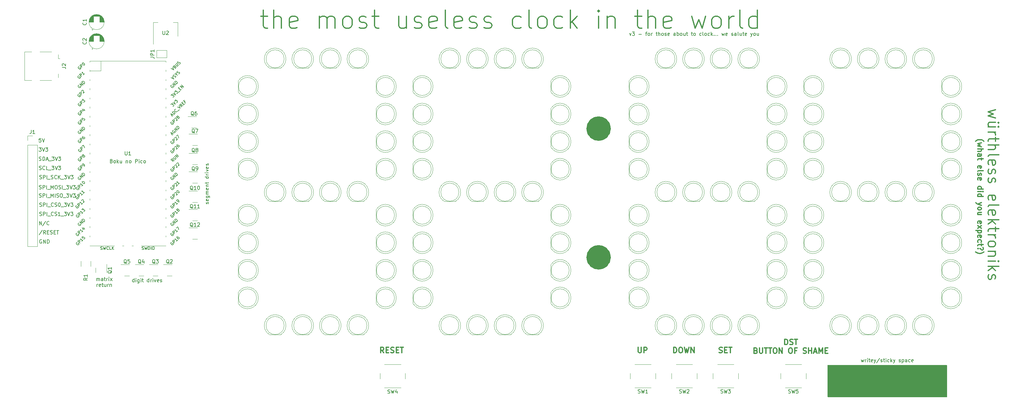
<source format=gbr>
%TF.GenerationSoftware,KiCad,Pcbnew,(6.0.9-0)*%
%TF.CreationDate,2023-10-19T19:17:49-04:00*%
%TF.ProjectId,clock,636c6f63-6b2e-46b6-9963-61645f706362,rev?*%
%TF.SameCoordinates,Original*%
%TF.FileFunction,Legend,Top*%
%TF.FilePolarity,Positive*%
%FSLAX46Y46*%
G04 Gerber Fmt 4.6, Leading zero omitted, Abs format (unit mm)*
G04 Created by KiCad (PCBNEW (6.0.9-0)) date 2023-10-19 19:17:49*
%MOMM*%
%LPD*%
G01*
G04 APERTURE LIST*
%ADD10C,0.150000*%
%ADD11C,0.300000*%
%ADD12C,3.377000*%
%ADD13C,0.120000*%
G04 APERTURE END LIST*
D10*
X17232476Y-71826380D02*
X17232476Y-70826380D01*
X17803904Y-71826380D01*
X17803904Y-70826380D01*
X18994380Y-70778761D02*
X18137238Y-72064476D01*
X19899142Y-71731142D02*
X19851523Y-71778761D01*
X19708666Y-71826380D01*
X19613428Y-71826380D01*
X19470571Y-71778761D01*
X19375333Y-71683523D01*
X19327714Y-71588285D01*
X19280095Y-71397809D01*
X19280095Y-71254952D01*
X19327714Y-71064476D01*
X19375333Y-70969238D01*
X19470571Y-70874000D01*
X19613428Y-70826380D01*
X19708666Y-70826380D01*
X19851523Y-70874000D01*
X19899142Y-70921619D01*
X244221904Y-109005714D02*
X244412380Y-109672380D01*
X244602857Y-109196190D01*
X244793333Y-109672380D01*
X244983809Y-109005714D01*
X245364761Y-109672380D02*
X245364761Y-109005714D01*
X245364761Y-109196190D02*
X245412380Y-109100952D01*
X245460000Y-109053333D01*
X245555238Y-109005714D01*
X245650476Y-109005714D01*
X245983809Y-109672380D02*
X245983809Y-109005714D01*
X245983809Y-108672380D02*
X245936190Y-108720000D01*
X245983809Y-108767619D01*
X246031428Y-108720000D01*
X245983809Y-108672380D01*
X245983809Y-108767619D01*
X246317142Y-109005714D02*
X246698095Y-109005714D01*
X246460000Y-108672380D02*
X246460000Y-109529523D01*
X246507619Y-109624761D01*
X246602857Y-109672380D01*
X246698095Y-109672380D01*
X247412380Y-109624761D02*
X247317142Y-109672380D01*
X247126666Y-109672380D01*
X247031428Y-109624761D01*
X246983809Y-109529523D01*
X246983809Y-109148571D01*
X247031428Y-109053333D01*
X247126666Y-109005714D01*
X247317142Y-109005714D01*
X247412380Y-109053333D01*
X247460000Y-109148571D01*
X247460000Y-109243809D01*
X246983809Y-109339047D01*
X247793333Y-109005714D02*
X248031428Y-109672380D01*
X248269523Y-109005714D02*
X248031428Y-109672380D01*
X247936190Y-109910476D01*
X247888571Y-109958095D01*
X247793333Y-110005714D01*
X249364761Y-108624761D02*
X248507619Y-109910476D01*
X249650476Y-109624761D02*
X249745714Y-109672380D01*
X249936190Y-109672380D01*
X250031428Y-109624761D01*
X250079047Y-109529523D01*
X250079047Y-109481904D01*
X250031428Y-109386666D01*
X249936190Y-109339047D01*
X249793333Y-109339047D01*
X249698095Y-109291428D01*
X249650476Y-109196190D01*
X249650476Y-109148571D01*
X249698095Y-109053333D01*
X249793333Y-109005714D01*
X249936190Y-109005714D01*
X250031428Y-109053333D01*
X250364761Y-109005714D02*
X250745714Y-109005714D01*
X250507619Y-108672380D02*
X250507619Y-109529523D01*
X250555238Y-109624761D01*
X250650476Y-109672380D01*
X250745714Y-109672380D01*
X251079047Y-109672380D02*
X251079047Y-109005714D01*
X251079047Y-108672380D02*
X251031428Y-108720000D01*
X251079047Y-108767619D01*
X251126666Y-108720000D01*
X251079047Y-108672380D01*
X251079047Y-108767619D01*
X251983809Y-109624761D02*
X251888571Y-109672380D01*
X251698095Y-109672380D01*
X251602857Y-109624761D01*
X251555238Y-109577142D01*
X251507619Y-109481904D01*
X251507619Y-109196190D01*
X251555238Y-109100952D01*
X251602857Y-109053333D01*
X251698095Y-109005714D01*
X251888571Y-109005714D01*
X251983809Y-109053333D01*
X252412380Y-109672380D02*
X252412380Y-108672380D01*
X252507619Y-109291428D02*
X252793333Y-109672380D01*
X252793333Y-109005714D02*
X252412380Y-109386666D01*
X253126666Y-109005714D02*
X253364761Y-109672380D01*
X253602857Y-109005714D02*
X253364761Y-109672380D01*
X253269523Y-109910476D01*
X253221904Y-109958095D01*
X253126666Y-110005714D01*
X254698095Y-109624761D02*
X254793333Y-109672380D01*
X254983809Y-109672380D01*
X255079047Y-109624761D01*
X255126666Y-109529523D01*
X255126666Y-109481904D01*
X255079047Y-109386666D01*
X254983809Y-109339047D01*
X254840952Y-109339047D01*
X254745714Y-109291428D01*
X254698095Y-109196190D01*
X254698095Y-109148571D01*
X254745714Y-109053333D01*
X254840952Y-109005714D01*
X254983809Y-109005714D01*
X255079047Y-109053333D01*
X255555238Y-109005714D02*
X255555238Y-110005714D01*
X255555238Y-109053333D02*
X255650476Y-109005714D01*
X255840952Y-109005714D01*
X255936190Y-109053333D01*
X255983809Y-109100952D01*
X256031428Y-109196190D01*
X256031428Y-109481904D01*
X255983809Y-109577142D01*
X255936190Y-109624761D01*
X255840952Y-109672380D01*
X255650476Y-109672380D01*
X255555238Y-109624761D01*
X256888571Y-109672380D02*
X256888571Y-109148571D01*
X256840952Y-109053333D01*
X256745714Y-109005714D01*
X256555238Y-109005714D01*
X256460000Y-109053333D01*
X256888571Y-109624761D02*
X256793333Y-109672380D01*
X256555238Y-109672380D01*
X256460000Y-109624761D01*
X256412380Y-109529523D01*
X256412380Y-109434285D01*
X256460000Y-109339047D01*
X256555238Y-109291428D01*
X256793333Y-109291428D01*
X256888571Y-109243809D01*
X257793333Y-109624761D02*
X257698095Y-109672380D01*
X257507619Y-109672380D01*
X257412380Y-109624761D01*
X257364761Y-109577142D01*
X257317142Y-109481904D01*
X257317142Y-109196190D01*
X257364761Y-109100952D01*
X257412380Y-109053333D01*
X257507619Y-109005714D01*
X257698095Y-109005714D01*
X257793333Y-109053333D01*
X258602857Y-109624761D02*
X258507619Y-109672380D01*
X258317142Y-109672380D01*
X258221904Y-109624761D01*
X258174285Y-109529523D01*
X258174285Y-109148571D01*
X258221904Y-109053333D01*
X258317142Y-109005714D01*
X258507619Y-109005714D01*
X258602857Y-109053333D01*
X258650476Y-109148571D01*
X258650476Y-109243809D01*
X258174285Y-109339047D01*
D11*
X223111428Y-104881071D02*
X223111428Y-103381071D01*
X223468571Y-103381071D01*
X223682857Y-103452500D01*
X223825714Y-103595357D01*
X223897142Y-103738214D01*
X223968571Y-104023928D01*
X223968571Y-104238214D01*
X223897142Y-104523928D01*
X223825714Y-104666785D01*
X223682857Y-104809642D01*
X223468571Y-104881071D01*
X223111428Y-104881071D01*
X224540000Y-104809642D02*
X224754285Y-104881071D01*
X225111428Y-104881071D01*
X225254285Y-104809642D01*
X225325714Y-104738214D01*
X225397142Y-104595357D01*
X225397142Y-104452500D01*
X225325714Y-104309642D01*
X225254285Y-104238214D01*
X225111428Y-104166785D01*
X224825714Y-104095357D01*
X224682857Y-104023928D01*
X224611428Y-103952500D01*
X224540000Y-103809642D01*
X224540000Y-103666785D01*
X224611428Y-103523928D01*
X224682857Y-103452500D01*
X224825714Y-103381071D01*
X225182857Y-103381071D01*
X225397142Y-103452500D01*
X225825714Y-103381071D02*
X226682857Y-103381071D01*
X226254285Y-104881071D02*
X226254285Y-103381071D01*
X215147142Y-106510357D02*
X215361428Y-106581785D01*
X215432857Y-106653214D01*
X215504285Y-106796071D01*
X215504285Y-107010357D01*
X215432857Y-107153214D01*
X215361428Y-107224642D01*
X215218571Y-107296071D01*
X214647142Y-107296071D01*
X214647142Y-105796071D01*
X215147142Y-105796071D01*
X215290000Y-105867500D01*
X215361428Y-105938928D01*
X215432857Y-106081785D01*
X215432857Y-106224642D01*
X215361428Y-106367500D01*
X215290000Y-106438928D01*
X215147142Y-106510357D01*
X214647142Y-106510357D01*
X216147142Y-105796071D02*
X216147142Y-107010357D01*
X216218571Y-107153214D01*
X216290000Y-107224642D01*
X216432857Y-107296071D01*
X216718571Y-107296071D01*
X216861428Y-107224642D01*
X216932857Y-107153214D01*
X217004285Y-107010357D01*
X217004285Y-105796071D01*
X217504285Y-105796071D02*
X218361428Y-105796071D01*
X217932857Y-107296071D02*
X217932857Y-105796071D01*
X218647142Y-105796071D02*
X219504285Y-105796071D01*
X219075714Y-107296071D02*
X219075714Y-105796071D01*
X220290000Y-105796071D02*
X220575714Y-105796071D01*
X220718571Y-105867500D01*
X220861428Y-106010357D01*
X220932857Y-106296071D01*
X220932857Y-106796071D01*
X220861428Y-107081785D01*
X220718571Y-107224642D01*
X220575714Y-107296071D01*
X220290000Y-107296071D01*
X220147142Y-107224642D01*
X220004285Y-107081785D01*
X219932857Y-106796071D01*
X219932857Y-106296071D01*
X220004285Y-106010357D01*
X220147142Y-105867500D01*
X220290000Y-105796071D01*
X221575714Y-107296071D02*
X221575714Y-105796071D01*
X222432857Y-107296071D01*
X222432857Y-105796071D01*
X224575714Y-105796071D02*
X224861428Y-105796071D01*
X225004285Y-105867500D01*
X225147142Y-106010357D01*
X225218571Y-106296071D01*
X225218571Y-106796071D01*
X225147142Y-107081785D01*
X225004285Y-107224642D01*
X224861428Y-107296071D01*
X224575714Y-107296071D01*
X224432857Y-107224642D01*
X224290000Y-107081785D01*
X224218571Y-106796071D01*
X224218571Y-106296071D01*
X224290000Y-106010357D01*
X224432857Y-105867500D01*
X224575714Y-105796071D01*
X226361428Y-106510357D02*
X225861428Y-106510357D01*
X225861428Y-107296071D02*
X225861428Y-105796071D01*
X226575714Y-105796071D01*
X228218571Y-107224642D02*
X228432857Y-107296071D01*
X228790000Y-107296071D01*
X228932857Y-107224642D01*
X229004285Y-107153214D01*
X229075714Y-107010357D01*
X229075714Y-106867500D01*
X229004285Y-106724642D01*
X228932857Y-106653214D01*
X228790000Y-106581785D01*
X228504285Y-106510357D01*
X228361428Y-106438928D01*
X228290000Y-106367500D01*
X228218571Y-106224642D01*
X228218571Y-106081785D01*
X228290000Y-105938928D01*
X228361428Y-105867500D01*
X228504285Y-105796071D01*
X228861428Y-105796071D01*
X229075714Y-105867500D01*
X229718571Y-107296071D02*
X229718571Y-105796071D01*
X229718571Y-106510357D02*
X230575714Y-106510357D01*
X230575714Y-107296071D02*
X230575714Y-105796071D01*
X231218571Y-106867500D02*
X231932857Y-106867500D01*
X231075714Y-107296071D02*
X231575714Y-105796071D01*
X232075714Y-107296071D01*
X232575714Y-107296071D02*
X232575714Y-105796071D01*
X233075714Y-106867500D01*
X233575714Y-105796071D01*
X233575714Y-107296071D01*
X234290000Y-106510357D02*
X234790000Y-106510357D01*
X235004285Y-107296071D02*
X234290000Y-107296071D01*
X234290000Y-105796071D01*
X235004285Y-105796071D01*
D12*
X173392500Y-45212000D02*
G75*
G03*
X173392500Y-45212000I-1688500J0D01*
G01*
X173392500Y-80772000D02*
G75*
G03*
X173392500Y-80772000I-1688500J0D01*
G01*
D10*
X17119904Y-50470380D02*
X17738952Y-50470380D01*
X17405619Y-50851333D01*
X17548476Y-50851333D01*
X17643714Y-50898952D01*
X17691333Y-50946571D01*
X17738952Y-51041809D01*
X17738952Y-51279904D01*
X17691333Y-51375142D01*
X17643714Y-51422761D01*
X17548476Y-51470380D01*
X17262761Y-51470380D01*
X17167523Y-51422761D01*
X17119904Y-51375142D01*
X18024666Y-50470380D02*
X18358000Y-51470380D01*
X18691333Y-50470380D01*
X18929428Y-50470380D02*
X19548476Y-50470380D01*
X19215142Y-50851333D01*
X19358000Y-50851333D01*
X19453238Y-50898952D01*
X19500857Y-50946571D01*
X19548476Y-51041809D01*
X19548476Y-51279904D01*
X19500857Y-51375142D01*
X19453238Y-51422761D01*
X19358000Y-51470380D01*
X19072285Y-51470380D01*
X18977047Y-51422761D01*
X18929428Y-51375142D01*
D11*
X192434571Y-107140571D02*
X192434571Y-105640571D01*
X192791714Y-105640571D01*
X193006000Y-105712000D01*
X193148857Y-105854857D01*
X193220285Y-105997714D01*
X193291714Y-106283428D01*
X193291714Y-106497714D01*
X193220285Y-106783428D01*
X193148857Y-106926285D01*
X193006000Y-107069142D01*
X192791714Y-107140571D01*
X192434571Y-107140571D01*
X194220285Y-105640571D02*
X194506000Y-105640571D01*
X194648857Y-105712000D01*
X194791714Y-105854857D01*
X194863142Y-106140571D01*
X194863142Y-106640571D01*
X194791714Y-106926285D01*
X194648857Y-107069142D01*
X194506000Y-107140571D01*
X194220285Y-107140571D01*
X194077428Y-107069142D01*
X193934571Y-106926285D01*
X193863142Y-106640571D01*
X193863142Y-106140571D01*
X193934571Y-105854857D01*
X194077428Y-105712000D01*
X194220285Y-105640571D01*
X195363142Y-105640571D02*
X195720285Y-107140571D01*
X196006000Y-106069142D01*
X196291714Y-107140571D01*
X196648857Y-105640571D01*
X197220285Y-107140571D02*
X197220285Y-105640571D01*
X198077428Y-107140571D01*
X198077428Y-105640571D01*
X281312857Y-40000000D02*
X279312857Y-40571428D01*
X280741428Y-41142857D01*
X279312857Y-41714285D01*
X281312857Y-42285714D01*
X281312857Y-44714285D02*
X279312857Y-44714285D01*
X281312857Y-43428571D02*
X279741428Y-43428571D01*
X279455714Y-43571428D01*
X279312857Y-43857142D01*
X279312857Y-44285714D01*
X279455714Y-44571428D01*
X279598571Y-44714285D01*
X282312857Y-43571428D02*
X282170000Y-43714285D01*
X282027142Y-43571428D01*
X282170000Y-43428571D01*
X282312857Y-43571428D01*
X282027142Y-43571428D01*
X282312857Y-44714285D02*
X282170000Y-44857142D01*
X282027142Y-44714285D01*
X282170000Y-44571428D01*
X282312857Y-44714285D01*
X282027142Y-44714285D01*
X279312857Y-46142857D02*
X281312857Y-46142857D01*
X280741428Y-46142857D02*
X281027142Y-46285714D01*
X281170000Y-46428571D01*
X281312857Y-46714285D01*
X281312857Y-47000000D01*
X281312857Y-47571428D02*
X281312857Y-48714285D01*
X282312857Y-48000000D02*
X279741428Y-48000000D01*
X279455714Y-48142857D01*
X279312857Y-48428571D01*
X279312857Y-48714285D01*
X279312857Y-49714285D02*
X282312857Y-49714285D01*
X279312857Y-51000000D02*
X280884285Y-51000000D01*
X281170000Y-50857142D01*
X281312857Y-50571428D01*
X281312857Y-50142857D01*
X281170000Y-49857142D01*
X281027142Y-49714285D01*
X279312857Y-52857142D02*
X279455714Y-52571428D01*
X279741428Y-52428571D01*
X282312857Y-52428571D01*
X279455714Y-55142857D02*
X279312857Y-54857142D01*
X279312857Y-54285714D01*
X279455714Y-54000000D01*
X279741428Y-53857142D01*
X280884285Y-53857142D01*
X281170000Y-54000000D01*
X281312857Y-54285714D01*
X281312857Y-54857142D01*
X281170000Y-55142857D01*
X280884285Y-55285714D01*
X280598571Y-55285714D01*
X280312857Y-53857142D01*
X279455714Y-56428571D02*
X279312857Y-56714285D01*
X279312857Y-57285714D01*
X279455714Y-57571428D01*
X279741428Y-57714285D01*
X279884285Y-57714285D01*
X280170000Y-57571428D01*
X280312857Y-57285714D01*
X280312857Y-56857142D01*
X280455714Y-56571428D01*
X280741428Y-56428571D01*
X280884285Y-56428571D01*
X281170000Y-56571428D01*
X281312857Y-56857142D01*
X281312857Y-57285714D01*
X281170000Y-57571428D01*
X279455714Y-58857142D02*
X279312857Y-59142857D01*
X279312857Y-59714285D01*
X279455714Y-60000000D01*
X279741428Y-60142857D01*
X279884285Y-60142857D01*
X280170000Y-60000000D01*
X280312857Y-59714285D01*
X280312857Y-59285714D01*
X280455714Y-59000000D01*
X280741428Y-58857142D01*
X280884285Y-58857142D01*
X281170000Y-59000000D01*
X281312857Y-59285714D01*
X281312857Y-59714285D01*
X281170000Y-60000000D01*
X279455714Y-64857142D02*
X279312857Y-64571428D01*
X279312857Y-64000000D01*
X279455714Y-63714285D01*
X279741428Y-63571428D01*
X280884285Y-63571428D01*
X281170000Y-63714285D01*
X281312857Y-64000000D01*
X281312857Y-64571428D01*
X281170000Y-64857142D01*
X280884285Y-65000000D01*
X280598571Y-65000000D01*
X280312857Y-63571428D01*
X279312857Y-66714285D02*
X279455714Y-66428571D01*
X279741428Y-66285714D01*
X282312857Y-66285714D01*
X279455714Y-69000000D02*
X279312857Y-68714285D01*
X279312857Y-68142857D01*
X279455714Y-67857142D01*
X279741428Y-67714285D01*
X280884285Y-67714285D01*
X281170000Y-67857142D01*
X281312857Y-68142857D01*
X281312857Y-68714285D01*
X281170000Y-69000000D01*
X280884285Y-69142857D01*
X280598571Y-69142857D01*
X280312857Y-67714285D01*
X279312857Y-70428571D02*
X282312857Y-70428571D01*
X280455714Y-70714285D02*
X279312857Y-71571428D01*
X281312857Y-71571428D02*
X280170000Y-70428571D01*
X281312857Y-72428571D02*
X281312857Y-73571428D01*
X282312857Y-72857142D02*
X279741428Y-72857142D01*
X279455714Y-73000000D01*
X279312857Y-73285714D01*
X279312857Y-73571428D01*
X279312857Y-74571428D02*
X281312857Y-74571428D01*
X280741428Y-74571428D02*
X281027142Y-74714285D01*
X281170000Y-74857142D01*
X281312857Y-75142857D01*
X281312857Y-75428571D01*
X279312857Y-76857142D02*
X279455714Y-76571428D01*
X279598571Y-76428571D01*
X279884285Y-76285714D01*
X280741428Y-76285714D01*
X281027142Y-76428571D01*
X281170000Y-76571428D01*
X281312857Y-76857142D01*
X281312857Y-77285714D01*
X281170000Y-77571428D01*
X281027142Y-77714285D01*
X280741428Y-77857142D01*
X279884285Y-77857142D01*
X279598571Y-77714285D01*
X279455714Y-77571428D01*
X279312857Y-77285714D01*
X279312857Y-76857142D01*
X281312857Y-79142857D02*
X279312857Y-79142857D01*
X281027142Y-79142857D02*
X281170000Y-79285714D01*
X281312857Y-79571428D01*
X281312857Y-80000000D01*
X281170000Y-80285714D01*
X280884285Y-80428571D01*
X279312857Y-80428571D01*
X279312857Y-81857142D02*
X281312857Y-81857142D01*
X282312857Y-81857142D02*
X282170000Y-81714285D01*
X282027142Y-81857142D01*
X282170000Y-82000000D01*
X282312857Y-81857142D01*
X282027142Y-81857142D01*
X279312857Y-83285714D02*
X282312857Y-83285714D01*
X280455714Y-83571428D02*
X279312857Y-84428571D01*
X281312857Y-84428571D02*
X280170000Y-83285714D01*
X279455714Y-85571428D02*
X279312857Y-85857142D01*
X279312857Y-86428571D01*
X279455714Y-86714285D01*
X279741428Y-86857142D01*
X279884285Y-86857142D01*
X280170000Y-86714285D01*
X280312857Y-86428571D01*
X280312857Y-86000000D01*
X280455714Y-85714285D01*
X280741428Y-85571428D01*
X280884285Y-85571428D01*
X281170000Y-85714285D01*
X281312857Y-86000000D01*
X281312857Y-86428571D01*
X281170000Y-86714285D01*
X275864000Y-48686285D02*
X275935428Y-48614857D01*
X276149714Y-48472000D01*
X276292571Y-48400571D01*
X276506857Y-48329142D01*
X276864000Y-48257714D01*
X277149714Y-48257714D01*
X277506857Y-48329142D01*
X277721142Y-48400571D01*
X277864000Y-48472000D01*
X278078285Y-48614857D01*
X278149714Y-48686285D01*
X277435428Y-49114857D02*
X276435428Y-49400571D01*
X277149714Y-49686285D01*
X276435428Y-49972000D01*
X277435428Y-50257714D01*
X276435428Y-50829142D02*
X277935428Y-50829142D01*
X276435428Y-51472000D02*
X277221142Y-51472000D01*
X277364000Y-51400571D01*
X277435428Y-51257714D01*
X277435428Y-51043428D01*
X277364000Y-50900571D01*
X277292571Y-50829142D01*
X276435428Y-52829142D02*
X277221142Y-52829142D01*
X277364000Y-52757714D01*
X277435428Y-52614857D01*
X277435428Y-52329142D01*
X277364000Y-52186285D01*
X276506857Y-52829142D02*
X276435428Y-52686285D01*
X276435428Y-52329142D01*
X276506857Y-52186285D01*
X276649714Y-52114857D01*
X276792571Y-52114857D01*
X276935428Y-52186285D01*
X277006857Y-52329142D01*
X277006857Y-52686285D01*
X277078285Y-52829142D01*
X277435428Y-53329142D02*
X277435428Y-53900571D01*
X277935428Y-53543428D02*
X276649714Y-53543428D01*
X276506857Y-53614857D01*
X276435428Y-53757714D01*
X276435428Y-53900571D01*
X276506857Y-56114857D02*
X276435428Y-55972000D01*
X276435428Y-55686285D01*
X276506857Y-55543428D01*
X276649714Y-55472000D01*
X277221142Y-55472000D01*
X277364000Y-55543428D01*
X277435428Y-55686285D01*
X277435428Y-55972000D01*
X277364000Y-56114857D01*
X277221142Y-56186285D01*
X277078285Y-56186285D01*
X276935428Y-55472000D01*
X276435428Y-57043428D02*
X276506857Y-56900571D01*
X276649714Y-56829142D01*
X277935428Y-56829142D01*
X276506857Y-57543428D02*
X276435428Y-57686285D01*
X276435428Y-57972000D01*
X276506857Y-58114857D01*
X276649714Y-58186285D01*
X276721142Y-58186285D01*
X276864000Y-58114857D01*
X276935428Y-57972000D01*
X276935428Y-57757714D01*
X277006857Y-57614857D01*
X277149714Y-57543428D01*
X277221142Y-57543428D01*
X277364000Y-57614857D01*
X277435428Y-57757714D01*
X277435428Y-57972000D01*
X277364000Y-58114857D01*
X276506857Y-59400571D02*
X276435428Y-59257714D01*
X276435428Y-58972000D01*
X276506857Y-58829142D01*
X276649714Y-58757714D01*
X277221142Y-58757714D01*
X277364000Y-58829142D01*
X277435428Y-58972000D01*
X277435428Y-59257714D01*
X277364000Y-59400571D01*
X277221142Y-59472000D01*
X277078285Y-59472000D01*
X276935428Y-58757714D01*
X276435428Y-61900571D02*
X277935428Y-61900571D01*
X276506857Y-61900571D02*
X276435428Y-61757714D01*
X276435428Y-61472000D01*
X276506857Y-61329142D01*
X276578285Y-61257714D01*
X276721142Y-61186285D01*
X277149714Y-61186285D01*
X277292571Y-61257714D01*
X277364000Y-61329142D01*
X277435428Y-61472000D01*
X277435428Y-61757714D01*
X277364000Y-61900571D01*
X276435428Y-62614857D02*
X277435428Y-62614857D01*
X277935428Y-62614857D02*
X277864000Y-62543428D01*
X277792571Y-62614857D01*
X277864000Y-62686285D01*
X277935428Y-62614857D01*
X277792571Y-62614857D01*
X276435428Y-63972000D02*
X277935428Y-63972000D01*
X276506857Y-63972000D02*
X276435428Y-63829142D01*
X276435428Y-63543428D01*
X276506857Y-63400571D01*
X276578285Y-63329142D01*
X276721142Y-63257714D01*
X277149714Y-63257714D01*
X277292571Y-63329142D01*
X277364000Y-63400571D01*
X277435428Y-63543428D01*
X277435428Y-63829142D01*
X277364000Y-63972000D01*
X277435428Y-65686285D02*
X276435428Y-66043428D01*
X277435428Y-66400571D02*
X276435428Y-66043428D01*
X276078285Y-65900571D01*
X276006857Y-65829142D01*
X275935428Y-65686285D01*
X276435428Y-67186285D02*
X276506857Y-67043428D01*
X276578285Y-66972000D01*
X276721142Y-66900571D01*
X277149714Y-66900571D01*
X277292571Y-66972000D01*
X277364000Y-67043428D01*
X277435428Y-67186285D01*
X277435428Y-67400571D01*
X277364000Y-67543428D01*
X277292571Y-67614857D01*
X277149714Y-67686285D01*
X276721142Y-67686285D01*
X276578285Y-67614857D01*
X276506857Y-67543428D01*
X276435428Y-67400571D01*
X276435428Y-67186285D01*
X277435428Y-68972000D02*
X276435428Y-68972000D01*
X277435428Y-68329142D02*
X276649714Y-68329142D01*
X276506857Y-68400571D01*
X276435428Y-68543428D01*
X276435428Y-68757714D01*
X276506857Y-68900571D01*
X276578285Y-68972000D01*
X276506857Y-71400571D02*
X276435428Y-71257714D01*
X276435428Y-70972000D01*
X276506857Y-70829142D01*
X276649714Y-70757714D01*
X277221142Y-70757714D01*
X277364000Y-70829142D01*
X277435428Y-70972000D01*
X277435428Y-71257714D01*
X277364000Y-71400571D01*
X277221142Y-71472000D01*
X277078285Y-71472000D01*
X276935428Y-70757714D01*
X276435428Y-71972000D02*
X277435428Y-72757714D01*
X277435428Y-71972000D02*
X276435428Y-72757714D01*
X277435428Y-73329142D02*
X275935428Y-73329142D01*
X277364000Y-73329142D02*
X277435428Y-73472000D01*
X277435428Y-73757714D01*
X277364000Y-73900571D01*
X277292571Y-73972000D01*
X277149714Y-74043428D01*
X276721142Y-74043428D01*
X276578285Y-73972000D01*
X276506857Y-73900571D01*
X276435428Y-73757714D01*
X276435428Y-73472000D01*
X276506857Y-73329142D01*
X276506857Y-75257714D02*
X276435428Y-75114857D01*
X276435428Y-74829142D01*
X276506857Y-74686285D01*
X276649714Y-74614857D01*
X277221142Y-74614857D01*
X277364000Y-74686285D01*
X277435428Y-74829142D01*
X277435428Y-75114857D01*
X277364000Y-75257714D01*
X277221142Y-75329142D01*
X277078285Y-75329142D01*
X276935428Y-74614857D01*
X276506857Y-76614857D02*
X276435428Y-76472000D01*
X276435428Y-76186285D01*
X276506857Y-76043428D01*
X276578285Y-75972000D01*
X276721142Y-75900571D01*
X277149714Y-75900571D01*
X277292571Y-75972000D01*
X277364000Y-76043428D01*
X277435428Y-76186285D01*
X277435428Y-76472000D01*
X277364000Y-76614857D01*
X277435428Y-77043428D02*
X277435428Y-77614857D01*
X277935428Y-77257714D02*
X276649714Y-77257714D01*
X276506857Y-77329142D01*
X276435428Y-77472000D01*
X276435428Y-77614857D01*
X276578285Y-78329142D02*
X276506857Y-78400571D01*
X276435428Y-78329142D01*
X276506857Y-78257714D01*
X276578285Y-78329142D01*
X276435428Y-78329142D01*
X277864000Y-78043428D02*
X277935428Y-78186285D01*
X277935428Y-78543428D01*
X277864000Y-78686285D01*
X277721142Y-78757714D01*
X277578285Y-78757714D01*
X277435428Y-78686285D01*
X277364000Y-78614857D01*
X277292571Y-78472000D01*
X277221142Y-78400571D01*
X277078285Y-78329142D01*
X277006857Y-78329142D01*
X275864000Y-79257714D02*
X275935428Y-79329142D01*
X276149714Y-79472000D01*
X276292571Y-79543428D01*
X276506857Y-79614857D01*
X276864000Y-79686285D01*
X277149714Y-79686285D01*
X277506857Y-79614857D01*
X277721142Y-79543428D01*
X277864000Y-79472000D01*
X278078285Y-79329142D01*
X278149714Y-79257714D01*
D10*
X17294952Y-69202761D02*
X17437809Y-69250380D01*
X17675904Y-69250380D01*
X17771142Y-69202761D01*
X17818761Y-69155142D01*
X17866380Y-69059904D01*
X17866380Y-68964666D01*
X17818761Y-68869428D01*
X17771142Y-68821809D01*
X17675904Y-68774190D01*
X17485428Y-68726571D01*
X17390190Y-68678952D01*
X17342571Y-68631333D01*
X17294952Y-68536095D01*
X17294952Y-68440857D01*
X17342571Y-68345619D01*
X17390190Y-68298000D01*
X17485428Y-68250380D01*
X17723523Y-68250380D01*
X17866380Y-68298000D01*
X18294952Y-69250380D02*
X18294952Y-68250380D01*
X18675904Y-68250380D01*
X18771142Y-68298000D01*
X18818761Y-68345619D01*
X18866380Y-68440857D01*
X18866380Y-68583714D01*
X18818761Y-68678952D01*
X18771142Y-68726571D01*
X18675904Y-68774190D01*
X18294952Y-68774190D01*
X19294952Y-69250380D02*
X19294952Y-68250380D01*
X19533047Y-69345619D02*
X20294952Y-69345619D01*
X21104476Y-69155142D02*
X21056857Y-69202761D01*
X20914000Y-69250380D01*
X20818761Y-69250380D01*
X20675904Y-69202761D01*
X20580666Y-69107523D01*
X20533047Y-69012285D01*
X20485428Y-68821809D01*
X20485428Y-68678952D01*
X20533047Y-68488476D01*
X20580666Y-68393238D01*
X20675904Y-68298000D01*
X20818761Y-68250380D01*
X20914000Y-68250380D01*
X21056857Y-68298000D01*
X21104476Y-68345619D01*
X21485428Y-69202761D02*
X21628285Y-69250380D01*
X21866380Y-69250380D01*
X21961619Y-69202761D01*
X22009238Y-69155142D01*
X22056857Y-69059904D01*
X22056857Y-68964666D01*
X22009238Y-68869428D01*
X21961619Y-68821809D01*
X21866380Y-68774190D01*
X21675904Y-68726571D01*
X21580666Y-68678952D01*
X21533047Y-68631333D01*
X21485428Y-68536095D01*
X21485428Y-68440857D01*
X21533047Y-68345619D01*
X21580666Y-68298000D01*
X21675904Y-68250380D01*
X21914000Y-68250380D01*
X22056857Y-68298000D01*
X23009238Y-69250380D02*
X22437809Y-69250380D01*
X22723523Y-69250380D02*
X22723523Y-68250380D01*
X22628285Y-68393238D01*
X22533047Y-68488476D01*
X22437809Y-68536095D01*
X23199714Y-69345619D02*
X23961619Y-69345619D01*
X24104476Y-68250380D02*
X24723523Y-68250380D01*
X24390190Y-68631333D01*
X24533047Y-68631333D01*
X24628285Y-68678952D01*
X24675904Y-68726571D01*
X24723523Y-68821809D01*
X24723523Y-69059904D01*
X24675904Y-69155142D01*
X24628285Y-69202761D01*
X24533047Y-69250380D01*
X24247333Y-69250380D01*
X24152095Y-69202761D01*
X24104476Y-69155142D01*
X25009238Y-68250380D02*
X25342571Y-69250380D01*
X25675904Y-68250380D01*
X25914000Y-68250380D02*
X26533047Y-68250380D01*
X26199714Y-68631333D01*
X26342571Y-68631333D01*
X26437809Y-68678952D01*
X26485428Y-68726571D01*
X26533047Y-68821809D01*
X26533047Y-69059904D01*
X26485428Y-69155142D01*
X26437809Y-69202761D01*
X26342571Y-69250380D01*
X26056857Y-69250380D01*
X25961619Y-69202761D01*
X25914000Y-69155142D01*
X43394761Y-87574380D02*
X43394761Y-86574380D01*
X43394761Y-87526761D02*
X43299523Y-87574380D01*
X43109047Y-87574380D01*
X43013809Y-87526761D01*
X42966190Y-87479142D01*
X42918571Y-87383904D01*
X42918571Y-87098190D01*
X42966190Y-87002952D01*
X43013809Y-86955333D01*
X43109047Y-86907714D01*
X43299523Y-86907714D01*
X43394761Y-86955333D01*
X43870952Y-87574380D02*
X43870952Y-86907714D01*
X43870952Y-86574380D02*
X43823333Y-86622000D01*
X43870952Y-86669619D01*
X43918571Y-86622000D01*
X43870952Y-86574380D01*
X43870952Y-86669619D01*
X44775714Y-86907714D02*
X44775714Y-87717238D01*
X44728095Y-87812476D01*
X44680476Y-87860095D01*
X44585238Y-87907714D01*
X44442380Y-87907714D01*
X44347142Y-87860095D01*
X44775714Y-87526761D02*
X44680476Y-87574380D01*
X44490000Y-87574380D01*
X44394761Y-87526761D01*
X44347142Y-87479142D01*
X44299523Y-87383904D01*
X44299523Y-87098190D01*
X44347142Y-87002952D01*
X44394761Y-86955333D01*
X44490000Y-86907714D01*
X44680476Y-86907714D01*
X44775714Y-86955333D01*
X45251904Y-87574380D02*
X45251904Y-86907714D01*
X45251904Y-86574380D02*
X45204285Y-86622000D01*
X45251904Y-86669619D01*
X45299523Y-86622000D01*
X45251904Y-86574380D01*
X45251904Y-86669619D01*
X45585238Y-86907714D02*
X45966190Y-86907714D01*
X45728095Y-86574380D02*
X45728095Y-87431523D01*
X45775714Y-87526761D01*
X45870952Y-87574380D01*
X45966190Y-87574380D01*
X47490000Y-87574380D02*
X47490000Y-86574380D01*
X47490000Y-87526761D02*
X47394761Y-87574380D01*
X47204285Y-87574380D01*
X47109047Y-87526761D01*
X47061428Y-87479142D01*
X47013809Y-87383904D01*
X47013809Y-87098190D01*
X47061428Y-87002952D01*
X47109047Y-86955333D01*
X47204285Y-86907714D01*
X47394761Y-86907714D01*
X47490000Y-86955333D01*
X47966190Y-87574380D02*
X47966190Y-86907714D01*
X47966190Y-87098190D02*
X48013809Y-87002952D01*
X48061428Y-86955333D01*
X48156666Y-86907714D01*
X48251904Y-86907714D01*
X48585238Y-87574380D02*
X48585238Y-86907714D01*
X48585238Y-86574380D02*
X48537619Y-86622000D01*
X48585238Y-86669619D01*
X48632857Y-86622000D01*
X48585238Y-86574380D01*
X48585238Y-86669619D01*
X48966190Y-86907714D02*
X49204285Y-87574380D01*
X49442380Y-86907714D01*
X50204285Y-87526761D02*
X50109047Y-87574380D01*
X49918571Y-87574380D01*
X49823333Y-87526761D01*
X49775714Y-87431523D01*
X49775714Y-87050571D01*
X49823333Y-86955333D01*
X49918571Y-86907714D01*
X50109047Y-86907714D01*
X50204285Y-86955333D01*
X50251904Y-87050571D01*
X50251904Y-87145809D01*
X49775714Y-87241047D01*
X50632857Y-87526761D02*
X50728095Y-87574380D01*
X50918571Y-87574380D01*
X51013809Y-87526761D01*
X51061428Y-87431523D01*
X51061428Y-87383904D01*
X51013809Y-87288666D01*
X50918571Y-87241047D01*
X50775714Y-87241047D01*
X50680476Y-87193428D01*
X50632857Y-87098190D01*
X50632857Y-87050571D01*
X50680476Y-86955333D01*
X50775714Y-86907714D01*
X50918571Y-86907714D01*
X51013809Y-86955333D01*
X17271142Y-59042761D02*
X17414000Y-59090380D01*
X17652095Y-59090380D01*
X17747333Y-59042761D01*
X17794952Y-58995142D01*
X17842571Y-58899904D01*
X17842571Y-58804666D01*
X17794952Y-58709428D01*
X17747333Y-58661809D01*
X17652095Y-58614190D01*
X17461619Y-58566571D01*
X17366380Y-58518952D01*
X17318761Y-58471333D01*
X17271142Y-58376095D01*
X17271142Y-58280857D01*
X17318761Y-58185619D01*
X17366380Y-58138000D01*
X17461619Y-58090380D01*
X17699714Y-58090380D01*
X17842571Y-58138000D01*
X18271142Y-59090380D02*
X18271142Y-58090380D01*
X18652095Y-58090380D01*
X18747333Y-58138000D01*
X18794952Y-58185619D01*
X18842571Y-58280857D01*
X18842571Y-58423714D01*
X18794952Y-58518952D01*
X18747333Y-58566571D01*
X18652095Y-58614190D01*
X18271142Y-58614190D01*
X19271142Y-59090380D02*
X19271142Y-58090380D01*
X19509238Y-59185619D02*
X20271142Y-59185619D01*
X20461619Y-59042761D02*
X20604476Y-59090380D01*
X20842571Y-59090380D01*
X20937809Y-59042761D01*
X20985428Y-58995142D01*
X21033047Y-58899904D01*
X21033047Y-58804666D01*
X20985428Y-58709428D01*
X20937809Y-58661809D01*
X20842571Y-58614190D01*
X20652095Y-58566571D01*
X20556857Y-58518952D01*
X20509238Y-58471333D01*
X20461619Y-58376095D01*
X20461619Y-58280857D01*
X20509238Y-58185619D01*
X20556857Y-58138000D01*
X20652095Y-58090380D01*
X20890190Y-58090380D01*
X21033047Y-58138000D01*
X22033047Y-58995142D02*
X21985428Y-59042761D01*
X21842571Y-59090380D01*
X21747333Y-59090380D01*
X21604476Y-59042761D01*
X21509238Y-58947523D01*
X21461619Y-58852285D01*
X21414000Y-58661809D01*
X21414000Y-58518952D01*
X21461619Y-58328476D01*
X21509238Y-58233238D01*
X21604476Y-58138000D01*
X21747333Y-58090380D01*
X21842571Y-58090380D01*
X21985428Y-58138000D01*
X22033047Y-58185619D01*
X22461619Y-59090380D02*
X22461619Y-58090380D01*
X23033047Y-59090380D02*
X22604476Y-58518952D01*
X23033047Y-58090380D02*
X22461619Y-58661809D01*
X23223523Y-59185619D02*
X23985428Y-59185619D01*
X24128285Y-58090380D02*
X24747333Y-58090380D01*
X24414000Y-58471333D01*
X24556857Y-58471333D01*
X24652095Y-58518952D01*
X24699714Y-58566571D01*
X24747333Y-58661809D01*
X24747333Y-58899904D01*
X24699714Y-58995142D01*
X24652095Y-59042761D01*
X24556857Y-59090380D01*
X24271142Y-59090380D01*
X24175904Y-59042761D01*
X24128285Y-58995142D01*
X25033047Y-58090380D02*
X25366380Y-59090380D01*
X25699714Y-58090380D01*
X25937809Y-58090380D02*
X26556857Y-58090380D01*
X26223523Y-58471333D01*
X26366380Y-58471333D01*
X26461619Y-58518952D01*
X26509238Y-58566571D01*
X26556857Y-58661809D01*
X26556857Y-58899904D01*
X26509238Y-58995142D01*
X26461619Y-59042761D01*
X26366380Y-59090380D01*
X26080666Y-59090380D01*
X25985428Y-59042761D01*
X25937809Y-58995142D01*
D11*
X78391428Y-14168571D02*
X80296190Y-14168571D01*
X79105714Y-12501904D02*
X79105714Y-16787619D01*
X79343809Y-17263809D01*
X79820000Y-17501904D01*
X80296190Y-17501904D01*
X81962857Y-17501904D02*
X81962857Y-12501904D01*
X84105714Y-17501904D02*
X84105714Y-14882857D01*
X83867619Y-14406666D01*
X83391428Y-14168571D01*
X82677142Y-14168571D01*
X82200952Y-14406666D01*
X81962857Y-14644761D01*
X88391428Y-17263809D02*
X87915238Y-17501904D01*
X86962857Y-17501904D01*
X86486666Y-17263809D01*
X86248571Y-16787619D01*
X86248571Y-14882857D01*
X86486666Y-14406666D01*
X86962857Y-14168571D01*
X87915238Y-14168571D01*
X88391428Y-14406666D01*
X88629523Y-14882857D01*
X88629523Y-15359047D01*
X86248571Y-15835238D01*
X94581904Y-17501904D02*
X94581904Y-14168571D01*
X94581904Y-14644761D02*
X94820000Y-14406666D01*
X95296190Y-14168571D01*
X96010476Y-14168571D01*
X96486666Y-14406666D01*
X96724761Y-14882857D01*
X96724761Y-17501904D01*
X96724761Y-14882857D02*
X96962857Y-14406666D01*
X97439047Y-14168571D01*
X98153333Y-14168571D01*
X98629523Y-14406666D01*
X98867619Y-14882857D01*
X98867619Y-17501904D01*
X101962857Y-17501904D02*
X101486666Y-17263809D01*
X101248571Y-17025714D01*
X101010476Y-16549523D01*
X101010476Y-15120952D01*
X101248571Y-14644761D01*
X101486666Y-14406666D01*
X101962857Y-14168571D01*
X102677142Y-14168571D01*
X103153333Y-14406666D01*
X103391428Y-14644761D01*
X103629523Y-15120952D01*
X103629523Y-16549523D01*
X103391428Y-17025714D01*
X103153333Y-17263809D01*
X102677142Y-17501904D01*
X101962857Y-17501904D01*
X105534285Y-17263809D02*
X106010476Y-17501904D01*
X106962857Y-17501904D01*
X107439047Y-17263809D01*
X107677142Y-16787619D01*
X107677142Y-16549523D01*
X107439047Y-16073333D01*
X106962857Y-15835238D01*
X106248571Y-15835238D01*
X105772380Y-15597142D01*
X105534285Y-15120952D01*
X105534285Y-14882857D01*
X105772380Y-14406666D01*
X106248571Y-14168571D01*
X106962857Y-14168571D01*
X107439047Y-14406666D01*
X109105714Y-14168571D02*
X111010476Y-14168571D01*
X109820000Y-12501904D02*
X109820000Y-16787619D01*
X110058095Y-17263809D01*
X110534285Y-17501904D01*
X111010476Y-17501904D01*
X118629523Y-14168571D02*
X118629523Y-17501904D01*
X116486666Y-14168571D02*
X116486666Y-16787619D01*
X116724761Y-17263809D01*
X117200952Y-17501904D01*
X117915238Y-17501904D01*
X118391428Y-17263809D01*
X118629523Y-17025714D01*
X120772380Y-17263809D02*
X121248571Y-17501904D01*
X122200952Y-17501904D01*
X122677142Y-17263809D01*
X122915238Y-16787619D01*
X122915238Y-16549523D01*
X122677142Y-16073333D01*
X122200952Y-15835238D01*
X121486666Y-15835238D01*
X121010476Y-15597142D01*
X120772380Y-15120952D01*
X120772380Y-14882857D01*
X121010476Y-14406666D01*
X121486666Y-14168571D01*
X122200952Y-14168571D01*
X122677142Y-14406666D01*
X126962857Y-17263809D02*
X126486666Y-17501904D01*
X125534285Y-17501904D01*
X125058095Y-17263809D01*
X124819999Y-16787619D01*
X124819999Y-14882857D01*
X125058095Y-14406666D01*
X125534285Y-14168571D01*
X126486666Y-14168571D01*
X126962857Y-14406666D01*
X127200952Y-14882857D01*
X127200952Y-15359047D01*
X124819999Y-15835238D01*
X130058095Y-17501904D02*
X129581904Y-17263809D01*
X129343809Y-16787619D01*
X129343809Y-12501904D01*
X133867619Y-17263809D02*
X133391428Y-17501904D01*
X132439047Y-17501904D01*
X131962857Y-17263809D01*
X131724761Y-16787619D01*
X131724761Y-14882857D01*
X131962857Y-14406666D01*
X132439047Y-14168571D01*
X133391428Y-14168571D01*
X133867619Y-14406666D01*
X134105714Y-14882857D01*
X134105714Y-15359047D01*
X131724761Y-15835238D01*
X136010476Y-17263809D02*
X136486666Y-17501904D01*
X137439047Y-17501904D01*
X137915238Y-17263809D01*
X138153333Y-16787619D01*
X138153333Y-16549523D01*
X137915238Y-16073333D01*
X137439047Y-15835238D01*
X136724761Y-15835238D01*
X136248571Y-15597142D01*
X136010476Y-15120952D01*
X136010476Y-14882857D01*
X136248571Y-14406666D01*
X136724761Y-14168571D01*
X137439047Y-14168571D01*
X137915238Y-14406666D01*
X140058095Y-17263809D02*
X140534285Y-17501904D01*
X141486666Y-17501904D01*
X141962857Y-17263809D01*
X142200952Y-16787619D01*
X142200952Y-16549523D01*
X141962857Y-16073333D01*
X141486666Y-15835238D01*
X140772380Y-15835238D01*
X140296190Y-15597142D01*
X140058095Y-15120952D01*
X140058095Y-14882857D01*
X140296190Y-14406666D01*
X140772380Y-14168571D01*
X141486666Y-14168571D01*
X141962857Y-14406666D01*
X150296190Y-17263809D02*
X149819999Y-17501904D01*
X148867619Y-17501904D01*
X148391428Y-17263809D01*
X148153333Y-17025714D01*
X147915238Y-16549523D01*
X147915238Y-15120952D01*
X148153333Y-14644761D01*
X148391428Y-14406666D01*
X148867619Y-14168571D01*
X149819999Y-14168571D01*
X150296190Y-14406666D01*
X153153333Y-17501904D02*
X152677142Y-17263809D01*
X152439047Y-16787619D01*
X152439047Y-12501904D01*
X155772380Y-17501904D02*
X155296190Y-17263809D01*
X155058095Y-17025714D01*
X154819999Y-16549523D01*
X154819999Y-15120952D01*
X155058095Y-14644761D01*
X155296190Y-14406666D01*
X155772380Y-14168571D01*
X156486666Y-14168571D01*
X156962857Y-14406666D01*
X157200952Y-14644761D01*
X157439047Y-15120952D01*
X157439047Y-16549523D01*
X157200952Y-17025714D01*
X156962857Y-17263809D01*
X156486666Y-17501904D01*
X155772380Y-17501904D01*
X161724761Y-17263809D02*
X161248571Y-17501904D01*
X160296190Y-17501904D01*
X159819999Y-17263809D01*
X159581904Y-17025714D01*
X159343809Y-16549523D01*
X159343809Y-15120952D01*
X159581904Y-14644761D01*
X159819999Y-14406666D01*
X160296190Y-14168571D01*
X161248571Y-14168571D01*
X161724761Y-14406666D01*
X163867619Y-17501904D02*
X163867619Y-12501904D01*
X164343809Y-15597142D02*
X165772380Y-17501904D01*
X165772380Y-14168571D02*
X163867619Y-16073333D01*
X171724761Y-17501904D02*
X171724761Y-14168571D01*
X171724761Y-12501904D02*
X171486666Y-12740000D01*
X171724761Y-12978095D01*
X171962857Y-12740000D01*
X171724761Y-12501904D01*
X171724761Y-12978095D01*
X174105714Y-14168571D02*
X174105714Y-17501904D01*
X174105714Y-14644761D02*
X174343809Y-14406666D01*
X174819999Y-14168571D01*
X175534285Y-14168571D01*
X176010476Y-14406666D01*
X176248571Y-14882857D01*
X176248571Y-17501904D01*
X181724761Y-14168571D02*
X183629523Y-14168571D01*
X182439047Y-12501904D02*
X182439047Y-16787619D01*
X182677142Y-17263809D01*
X183153333Y-17501904D01*
X183629523Y-17501904D01*
X185296190Y-17501904D02*
X185296190Y-12501904D01*
X187439047Y-17501904D02*
X187439047Y-14882857D01*
X187200952Y-14406666D01*
X186724761Y-14168571D01*
X186010476Y-14168571D01*
X185534285Y-14406666D01*
X185296190Y-14644761D01*
X191724761Y-17263809D02*
X191248571Y-17501904D01*
X190296190Y-17501904D01*
X189819999Y-17263809D01*
X189581904Y-16787619D01*
X189581904Y-14882857D01*
X189819999Y-14406666D01*
X190296190Y-14168571D01*
X191248571Y-14168571D01*
X191724761Y-14406666D01*
X191962857Y-14882857D01*
X191962857Y-15359047D01*
X189581904Y-15835238D01*
X197439047Y-14168571D02*
X198391428Y-17501904D01*
X199343809Y-15120952D01*
X200296190Y-17501904D01*
X201248571Y-14168571D01*
X203867619Y-17501904D02*
X203391428Y-17263809D01*
X203153333Y-17025714D01*
X202915238Y-16549523D01*
X202915238Y-15120952D01*
X203153333Y-14644761D01*
X203391428Y-14406666D01*
X203867619Y-14168571D01*
X204581904Y-14168571D01*
X205058095Y-14406666D01*
X205296190Y-14644761D01*
X205534285Y-15120952D01*
X205534285Y-16549523D01*
X205296190Y-17025714D01*
X205058095Y-17263809D01*
X204581904Y-17501904D01*
X203867619Y-17501904D01*
X207677142Y-17501904D02*
X207677142Y-14168571D01*
X207677142Y-15120952D02*
X207915238Y-14644761D01*
X208153333Y-14406666D01*
X208629523Y-14168571D01*
X209105714Y-14168571D01*
X211486666Y-17501904D02*
X211010476Y-17263809D01*
X210772380Y-16787619D01*
X210772380Y-12501904D01*
X215534285Y-17501904D02*
X215534285Y-12501904D01*
X215534285Y-17263809D02*
X215058095Y-17501904D01*
X214105714Y-17501904D01*
X213629523Y-17263809D01*
X213391428Y-17025714D01*
X213153333Y-16549523D01*
X213153333Y-15120952D01*
X213391428Y-14644761D01*
X213629523Y-14406666D01*
X214105714Y-14168571D01*
X215058095Y-14168571D01*
X215534285Y-14406666D01*
X112375428Y-107140571D02*
X111875428Y-106426285D01*
X111518285Y-107140571D02*
X111518285Y-105640571D01*
X112089714Y-105640571D01*
X112232571Y-105712000D01*
X112304000Y-105783428D01*
X112375428Y-105926285D01*
X112375428Y-106140571D01*
X112304000Y-106283428D01*
X112232571Y-106354857D01*
X112089714Y-106426285D01*
X111518285Y-106426285D01*
X113018285Y-106354857D02*
X113518285Y-106354857D01*
X113732571Y-107140571D02*
X113018285Y-107140571D01*
X113018285Y-105640571D01*
X113732571Y-105640571D01*
X114304000Y-107069142D02*
X114518285Y-107140571D01*
X114875428Y-107140571D01*
X115018285Y-107069142D01*
X115089714Y-106997714D01*
X115161142Y-106854857D01*
X115161142Y-106712000D01*
X115089714Y-106569142D01*
X115018285Y-106497714D01*
X114875428Y-106426285D01*
X114589714Y-106354857D01*
X114446857Y-106283428D01*
X114375428Y-106212000D01*
X114304000Y-106069142D01*
X114304000Y-105926285D01*
X114375428Y-105783428D01*
X114446857Y-105712000D01*
X114589714Y-105640571D01*
X114946857Y-105640571D01*
X115161142Y-105712000D01*
X115804000Y-106354857D02*
X116304000Y-106354857D01*
X116518285Y-107140571D02*
X115804000Y-107140571D01*
X115804000Y-105640571D01*
X116518285Y-105640571D01*
X116946857Y-105640571D02*
X117804000Y-105640571D01*
X117375428Y-107140571D02*
X117375428Y-105640571D01*
D10*
X33002952Y-87241380D02*
X33002952Y-86574714D01*
X33002952Y-86669952D02*
X33050571Y-86622333D01*
X33145809Y-86574714D01*
X33288666Y-86574714D01*
X33383904Y-86622333D01*
X33431523Y-86717571D01*
X33431523Y-87241380D01*
X33431523Y-86717571D02*
X33479142Y-86622333D01*
X33574380Y-86574714D01*
X33717238Y-86574714D01*
X33812476Y-86622333D01*
X33860095Y-86717571D01*
X33860095Y-87241380D01*
X34764857Y-87241380D02*
X34764857Y-86717571D01*
X34717238Y-86622333D01*
X34622000Y-86574714D01*
X34431523Y-86574714D01*
X34336285Y-86622333D01*
X34764857Y-87193761D02*
X34669619Y-87241380D01*
X34431523Y-87241380D01*
X34336285Y-87193761D01*
X34288666Y-87098523D01*
X34288666Y-87003285D01*
X34336285Y-86908047D01*
X34431523Y-86860428D01*
X34669619Y-86860428D01*
X34764857Y-86812809D01*
X35098190Y-86574714D02*
X35479142Y-86574714D01*
X35241047Y-86241380D02*
X35241047Y-87098523D01*
X35288666Y-87193761D01*
X35383904Y-87241380D01*
X35479142Y-87241380D01*
X35812476Y-87241380D02*
X35812476Y-86574714D01*
X35812476Y-86765190D02*
X35860095Y-86669952D01*
X35907714Y-86622333D01*
X36002952Y-86574714D01*
X36098190Y-86574714D01*
X36431523Y-87241380D02*
X36431523Y-86574714D01*
X36431523Y-86241380D02*
X36383904Y-86289000D01*
X36431523Y-86336619D01*
X36479142Y-86289000D01*
X36431523Y-86241380D01*
X36431523Y-86336619D01*
X36812476Y-87241380D02*
X37336285Y-86574714D01*
X36812476Y-86574714D02*
X37336285Y-87241380D01*
X33122000Y-88851380D02*
X33122000Y-88184714D01*
X33122000Y-88375190D02*
X33169619Y-88279952D01*
X33217238Y-88232333D01*
X33312476Y-88184714D01*
X33407714Y-88184714D01*
X34122000Y-88803761D02*
X34026761Y-88851380D01*
X33836285Y-88851380D01*
X33741047Y-88803761D01*
X33693428Y-88708523D01*
X33693428Y-88327571D01*
X33741047Y-88232333D01*
X33836285Y-88184714D01*
X34026761Y-88184714D01*
X34122000Y-88232333D01*
X34169619Y-88327571D01*
X34169619Y-88422809D01*
X33693428Y-88518047D01*
X34455333Y-88184714D02*
X34836285Y-88184714D01*
X34598190Y-87851380D02*
X34598190Y-88708523D01*
X34645809Y-88803761D01*
X34741047Y-88851380D01*
X34836285Y-88851380D01*
X35598190Y-88184714D02*
X35598190Y-88851380D01*
X35169619Y-88184714D02*
X35169619Y-88708523D01*
X35217238Y-88803761D01*
X35312476Y-88851380D01*
X35455333Y-88851380D01*
X35550571Y-88803761D01*
X35598190Y-88756142D01*
X36074380Y-88851380D02*
X36074380Y-88184714D01*
X36074380Y-88375190D02*
X36122000Y-88279952D01*
X36169619Y-88232333D01*
X36264857Y-88184714D01*
X36360095Y-88184714D01*
X36693428Y-88184714D02*
X36693428Y-88851380D01*
X36693428Y-88279952D02*
X36741047Y-88232333D01*
X36836285Y-88184714D01*
X36979142Y-88184714D01*
X37074380Y-88232333D01*
X37122000Y-88327571D01*
X37122000Y-88851380D01*
X18048666Y-73282761D02*
X17191523Y-74568476D01*
X18953428Y-74330380D02*
X18620095Y-73854190D01*
X18382000Y-74330380D02*
X18382000Y-73330380D01*
X18762952Y-73330380D01*
X18858190Y-73378000D01*
X18905809Y-73425619D01*
X18953428Y-73520857D01*
X18953428Y-73663714D01*
X18905809Y-73758952D01*
X18858190Y-73806571D01*
X18762952Y-73854190D01*
X18382000Y-73854190D01*
X19382000Y-73806571D02*
X19715333Y-73806571D01*
X19858190Y-74330380D02*
X19382000Y-74330380D01*
X19382000Y-73330380D01*
X19858190Y-73330380D01*
X20239142Y-74282761D02*
X20382000Y-74330380D01*
X20620095Y-74330380D01*
X20715333Y-74282761D01*
X20762952Y-74235142D01*
X20810571Y-74139904D01*
X20810571Y-74044666D01*
X20762952Y-73949428D01*
X20715333Y-73901809D01*
X20620095Y-73854190D01*
X20429619Y-73806571D01*
X20334380Y-73758952D01*
X20286761Y-73711333D01*
X20239142Y-73616095D01*
X20239142Y-73520857D01*
X20286761Y-73425619D01*
X20334380Y-73378000D01*
X20429619Y-73330380D01*
X20667714Y-73330380D01*
X20810571Y-73378000D01*
X21239142Y-73806571D02*
X21572476Y-73806571D01*
X21715333Y-74330380D02*
X21239142Y-74330380D01*
X21239142Y-73330380D01*
X21715333Y-73330380D01*
X22001047Y-73330380D02*
X22572476Y-73330380D01*
X22286761Y-74330380D02*
X22286761Y-73330380D01*
X17191809Y-64122761D02*
X17334666Y-64170380D01*
X17572761Y-64170380D01*
X17668000Y-64122761D01*
X17715619Y-64075142D01*
X17763238Y-63979904D01*
X17763238Y-63884666D01*
X17715619Y-63789428D01*
X17668000Y-63741809D01*
X17572761Y-63694190D01*
X17382285Y-63646571D01*
X17287047Y-63598952D01*
X17239428Y-63551333D01*
X17191809Y-63456095D01*
X17191809Y-63360857D01*
X17239428Y-63265619D01*
X17287047Y-63218000D01*
X17382285Y-63170380D01*
X17620380Y-63170380D01*
X17763238Y-63218000D01*
X18191809Y-64170380D02*
X18191809Y-63170380D01*
X18572761Y-63170380D01*
X18668000Y-63218000D01*
X18715619Y-63265619D01*
X18763238Y-63360857D01*
X18763238Y-63503714D01*
X18715619Y-63598952D01*
X18668000Y-63646571D01*
X18572761Y-63694190D01*
X18191809Y-63694190D01*
X19191809Y-64170380D02*
X19191809Y-63170380D01*
X19429904Y-64265619D02*
X20191809Y-64265619D01*
X20429904Y-64170380D02*
X20429904Y-63170380D01*
X20763238Y-63884666D01*
X21096571Y-63170380D01*
X21096571Y-64170380D01*
X21572761Y-64170380D02*
X21572761Y-63170380D01*
X22001333Y-64122761D02*
X22144190Y-64170380D01*
X22382285Y-64170380D01*
X22477523Y-64122761D01*
X22525142Y-64075142D01*
X22572761Y-63979904D01*
X22572761Y-63884666D01*
X22525142Y-63789428D01*
X22477523Y-63741809D01*
X22382285Y-63694190D01*
X22191809Y-63646571D01*
X22096571Y-63598952D01*
X22048952Y-63551333D01*
X22001333Y-63456095D01*
X22001333Y-63360857D01*
X22048952Y-63265619D01*
X22096571Y-63218000D01*
X22191809Y-63170380D01*
X22429904Y-63170380D01*
X22572761Y-63218000D01*
X23191809Y-63170380D02*
X23382285Y-63170380D01*
X23477523Y-63218000D01*
X23572761Y-63313238D01*
X23620380Y-63503714D01*
X23620380Y-63837047D01*
X23572761Y-64027523D01*
X23477523Y-64122761D01*
X23382285Y-64170380D01*
X23191809Y-64170380D01*
X23096571Y-64122761D01*
X23001333Y-64027523D01*
X22953714Y-63837047D01*
X22953714Y-63503714D01*
X23001333Y-63313238D01*
X23096571Y-63218000D01*
X23191809Y-63170380D01*
X23810857Y-64265619D02*
X24572761Y-64265619D01*
X24715619Y-63170380D02*
X25334666Y-63170380D01*
X25001333Y-63551333D01*
X25144190Y-63551333D01*
X25239428Y-63598952D01*
X25287047Y-63646571D01*
X25334666Y-63741809D01*
X25334666Y-63979904D01*
X25287047Y-64075142D01*
X25239428Y-64122761D01*
X25144190Y-64170380D01*
X24858476Y-64170380D01*
X24763238Y-64122761D01*
X24715619Y-64075142D01*
X25620380Y-63170380D02*
X25953714Y-64170380D01*
X26287047Y-63170380D01*
X26525142Y-63170380D02*
X27144190Y-63170380D01*
X26810857Y-63551333D01*
X26953714Y-63551333D01*
X27048952Y-63598952D01*
X27096571Y-63646571D01*
X27144190Y-63741809D01*
X27144190Y-63979904D01*
X27096571Y-64075142D01*
X27048952Y-64122761D01*
X26953714Y-64170380D01*
X26667999Y-64170380D01*
X26572761Y-64122761D01*
X26525142Y-64075142D01*
X17159809Y-53962761D02*
X17302666Y-54010380D01*
X17540761Y-54010380D01*
X17636000Y-53962761D01*
X17683619Y-53915142D01*
X17731238Y-53819904D01*
X17731238Y-53724666D01*
X17683619Y-53629428D01*
X17636000Y-53581809D01*
X17540761Y-53534190D01*
X17350285Y-53486571D01*
X17255047Y-53438952D01*
X17207428Y-53391333D01*
X17159809Y-53296095D01*
X17159809Y-53200857D01*
X17207428Y-53105619D01*
X17255047Y-53058000D01*
X17350285Y-53010380D01*
X17588380Y-53010380D01*
X17731238Y-53058000D01*
X18159809Y-54010380D02*
X18159809Y-53010380D01*
X18397904Y-53010380D01*
X18540761Y-53058000D01*
X18636000Y-53153238D01*
X18683619Y-53248476D01*
X18731238Y-53438952D01*
X18731238Y-53581809D01*
X18683619Y-53772285D01*
X18636000Y-53867523D01*
X18540761Y-53962761D01*
X18397904Y-54010380D01*
X18159809Y-54010380D01*
X19112190Y-53724666D02*
X19588380Y-53724666D01*
X19016952Y-54010380D02*
X19350285Y-53010380D01*
X19683619Y-54010380D01*
X19778857Y-54105619D02*
X20540761Y-54105619D01*
X20683619Y-53010380D02*
X21302666Y-53010380D01*
X20969333Y-53391333D01*
X21112190Y-53391333D01*
X21207428Y-53438952D01*
X21255047Y-53486571D01*
X21302666Y-53581809D01*
X21302666Y-53819904D01*
X21255047Y-53915142D01*
X21207428Y-53962761D01*
X21112190Y-54010380D01*
X20826476Y-54010380D01*
X20731238Y-53962761D01*
X20683619Y-53915142D01*
X21588380Y-53010380D02*
X21921714Y-54010380D01*
X22255047Y-53010380D01*
X22493142Y-53010380D02*
X23112190Y-53010380D01*
X22778857Y-53391333D01*
X22921714Y-53391333D01*
X23016952Y-53438952D01*
X23064571Y-53486571D01*
X23112190Y-53581809D01*
X23112190Y-53819904D01*
X23064571Y-53915142D01*
X23016952Y-53962761D01*
X22921714Y-54010380D01*
X22636000Y-54010380D01*
X22540761Y-53962761D01*
X22493142Y-53915142D01*
X180239047Y-18835714D02*
X180477142Y-19502380D01*
X180715238Y-18835714D01*
X181000952Y-18502380D02*
X181620000Y-18502380D01*
X181286666Y-18883333D01*
X181429523Y-18883333D01*
X181524761Y-18930952D01*
X181572380Y-18978571D01*
X181620000Y-19073809D01*
X181620000Y-19311904D01*
X181572380Y-19407142D01*
X181524761Y-19454761D01*
X181429523Y-19502380D01*
X181143809Y-19502380D01*
X181048571Y-19454761D01*
X181000952Y-19407142D01*
X182810476Y-19121428D02*
X183572380Y-19121428D01*
X184667619Y-18835714D02*
X185048571Y-18835714D01*
X184810476Y-19502380D02*
X184810476Y-18645238D01*
X184858095Y-18550000D01*
X184953333Y-18502380D01*
X185048571Y-18502380D01*
X185524761Y-19502380D02*
X185429523Y-19454761D01*
X185381904Y-19407142D01*
X185334285Y-19311904D01*
X185334285Y-19026190D01*
X185381904Y-18930952D01*
X185429523Y-18883333D01*
X185524761Y-18835714D01*
X185667619Y-18835714D01*
X185762857Y-18883333D01*
X185810476Y-18930952D01*
X185858095Y-19026190D01*
X185858095Y-19311904D01*
X185810476Y-19407142D01*
X185762857Y-19454761D01*
X185667619Y-19502380D01*
X185524761Y-19502380D01*
X186286666Y-19502380D02*
X186286666Y-18835714D01*
X186286666Y-19026190D02*
X186334285Y-18930952D01*
X186381904Y-18883333D01*
X186477142Y-18835714D01*
X186572380Y-18835714D01*
X187524761Y-18835714D02*
X187905714Y-18835714D01*
X187667619Y-18502380D02*
X187667619Y-19359523D01*
X187715238Y-19454761D01*
X187810476Y-19502380D01*
X187905714Y-19502380D01*
X188239047Y-19502380D02*
X188239047Y-18502380D01*
X188667619Y-19502380D02*
X188667619Y-18978571D01*
X188620000Y-18883333D01*
X188524761Y-18835714D01*
X188381904Y-18835714D01*
X188286666Y-18883333D01*
X188239047Y-18930952D01*
X189286666Y-19502380D02*
X189191428Y-19454761D01*
X189143809Y-19407142D01*
X189096190Y-19311904D01*
X189096190Y-19026190D01*
X189143809Y-18930952D01*
X189191428Y-18883333D01*
X189286666Y-18835714D01*
X189429523Y-18835714D01*
X189524761Y-18883333D01*
X189572380Y-18930952D01*
X189620000Y-19026190D01*
X189620000Y-19311904D01*
X189572380Y-19407142D01*
X189524761Y-19454761D01*
X189429523Y-19502380D01*
X189286666Y-19502380D01*
X190000952Y-19454761D02*
X190096190Y-19502380D01*
X190286666Y-19502380D01*
X190381904Y-19454761D01*
X190429523Y-19359523D01*
X190429523Y-19311904D01*
X190381904Y-19216666D01*
X190286666Y-19169047D01*
X190143809Y-19169047D01*
X190048571Y-19121428D01*
X190000952Y-19026190D01*
X190000952Y-18978571D01*
X190048571Y-18883333D01*
X190143809Y-18835714D01*
X190286666Y-18835714D01*
X190381904Y-18883333D01*
X191239047Y-19454761D02*
X191143809Y-19502380D01*
X190953333Y-19502380D01*
X190858095Y-19454761D01*
X190810476Y-19359523D01*
X190810476Y-18978571D01*
X190858095Y-18883333D01*
X190953333Y-18835714D01*
X191143809Y-18835714D01*
X191239047Y-18883333D01*
X191286666Y-18978571D01*
X191286666Y-19073809D01*
X190810476Y-19169047D01*
X192905714Y-19502380D02*
X192905714Y-18978571D01*
X192858095Y-18883333D01*
X192762857Y-18835714D01*
X192572380Y-18835714D01*
X192477142Y-18883333D01*
X192905714Y-19454761D02*
X192810476Y-19502380D01*
X192572380Y-19502380D01*
X192477142Y-19454761D01*
X192429523Y-19359523D01*
X192429523Y-19264285D01*
X192477142Y-19169047D01*
X192572380Y-19121428D01*
X192810476Y-19121428D01*
X192905714Y-19073809D01*
X193381904Y-19502380D02*
X193381904Y-18502380D01*
X193381904Y-18883333D02*
X193477142Y-18835714D01*
X193667619Y-18835714D01*
X193762857Y-18883333D01*
X193810476Y-18930952D01*
X193858095Y-19026190D01*
X193858095Y-19311904D01*
X193810476Y-19407142D01*
X193762857Y-19454761D01*
X193667619Y-19502380D01*
X193477142Y-19502380D01*
X193381904Y-19454761D01*
X194429523Y-19502380D02*
X194334285Y-19454761D01*
X194286666Y-19407142D01*
X194239047Y-19311904D01*
X194239047Y-19026190D01*
X194286666Y-18930952D01*
X194334285Y-18883333D01*
X194429523Y-18835714D01*
X194572380Y-18835714D01*
X194667619Y-18883333D01*
X194715238Y-18930952D01*
X194762857Y-19026190D01*
X194762857Y-19311904D01*
X194715238Y-19407142D01*
X194667619Y-19454761D01*
X194572380Y-19502380D01*
X194429523Y-19502380D01*
X195620000Y-18835714D02*
X195620000Y-19502380D01*
X195191428Y-18835714D02*
X195191428Y-19359523D01*
X195239047Y-19454761D01*
X195334285Y-19502380D01*
X195477142Y-19502380D01*
X195572380Y-19454761D01*
X195620000Y-19407142D01*
X195953333Y-18835714D02*
X196334285Y-18835714D01*
X196096190Y-18502380D02*
X196096190Y-19359523D01*
X196143809Y-19454761D01*
X196239047Y-19502380D01*
X196334285Y-19502380D01*
X197286666Y-18835714D02*
X197667619Y-18835714D01*
X197429523Y-18502380D02*
X197429523Y-19359523D01*
X197477142Y-19454761D01*
X197572380Y-19502380D01*
X197667619Y-19502380D01*
X198143809Y-19502380D02*
X198048571Y-19454761D01*
X198000952Y-19407142D01*
X197953333Y-19311904D01*
X197953333Y-19026190D01*
X198000952Y-18930952D01*
X198048571Y-18883333D01*
X198143809Y-18835714D01*
X198286666Y-18835714D01*
X198381904Y-18883333D01*
X198429523Y-18930952D01*
X198477142Y-19026190D01*
X198477142Y-19311904D01*
X198429523Y-19407142D01*
X198381904Y-19454761D01*
X198286666Y-19502380D01*
X198143809Y-19502380D01*
X200096190Y-19454761D02*
X200000952Y-19502380D01*
X199810476Y-19502380D01*
X199715238Y-19454761D01*
X199667619Y-19407142D01*
X199620000Y-19311904D01*
X199620000Y-19026190D01*
X199667619Y-18930952D01*
X199715238Y-18883333D01*
X199810476Y-18835714D01*
X200000952Y-18835714D01*
X200096190Y-18883333D01*
X200667619Y-19502380D02*
X200572380Y-19454761D01*
X200524761Y-19359523D01*
X200524761Y-18502380D01*
X201191428Y-19502380D02*
X201096190Y-19454761D01*
X201048571Y-19407142D01*
X201000952Y-19311904D01*
X201000952Y-19026190D01*
X201048571Y-18930952D01*
X201096190Y-18883333D01*
X201191428Y-18835714D01*
X201334285Y-18835714D01*
X201429523Y-18883333D01*
X201477142Y-18930952D01*
X201524761Y-19026190D01*
X201524761Y-19311904D01*
X201477142Y-19407142D01*
X201429523Y-19454761D01*
X201334285Y-19502380D01*
X201191428Y-19502380D01*
X202381904Y-19454761D02*
X202286666Y-19502380D01*
X202096190Y-19502380D01*
X202000952Y-19454761D01*
X201953333Y-19407142D01*
X201905714Y-19311904D01*
X201905714Y-19026190D01*
X201953333Y-18930952D01*
X202000952Y-18883333D01*
X202096190Y-18835714D01*
X202286666Y-18835714D01*
X202381904Y-18883333D01*
X202810476Y-19502380D02*
X202810476Y-18502380D01*
X202905714Y-19121428D02*
X203191428Y-19502380D01*
X203191428Y-18835714D02*
X202810476Y-19216666D01*
X203620000Y-19407142D02*
X203667619Y-19454761D01*
X203620000Y-19502380D01*
X203572380Y-19454761D01*
X203620000Y-19407142D01*
X203620000Y-19502380D01*
X204096190Y-19407142D02*
X204143809Y-19454761D01*
X204096190Y-19502380D01*
X204048571Y-19454761D01*
X204096190Y-19407142D01*
X204096190Y-19502380D01*
X204572380Y-19407142D02*
X204620000Y-19454761D01*
X204572380Y-19502380D01*
X204524761Y-19454761D01*
X204572380Y-19407142D01*
X204572380Y-19502380D01*
X205715238Y-18835714D02*
X205905714Y-19502380D01*
X206096190Y-19026190D01*
X206286666Y-19502380D01*
X206477142Y-18835714D01*
X207239047Y-19454761D02*
X207143809Y-19502380D01*
X206953333Y-19502380D01*
X206858095Y-19454761D01*
X206810476Y-19359523D01*
X206810476Y-18978571D01*
X206858095Y-18883333D01*
X206953333Y-18835714D01*
X207143809Y-18835714D01*
X207239047Y-18883333D01*
X207286666Y-18978571D01*
X207286666Y-19073809D01*
X206810476Y-19169047D01*
X208429523Y-19454761D02*
X208524761Y-19502380D01*
X208715238Y-19502380D01*
X208810476Y-19454761D01*
X208858095Y-19359523D01*
X208858095Y-19311904D01*
X208810476Y-19216666D01*
X208715238Y-19169047D01*
X208572380Y-19169047D01*
X208477142Y-19121428D01*
X208429523Y-19026190D01*
X208429523Y-18978571D01*
X208477142Y-18883333D01*
X208572380Y-18835714D01*
X208715238Y-18835714D01*
X208810476Y-18883333D01*
X209715238Y-19502380D02*
X209715238Y-18978571D01*
X209667619Y-18883333D01*
X209572380Y-18835714D01*
X209381904Y-18835714D01*
X209286666Y-18883333D01*
X209715238Y-19454761D02*
X209620000Y-19502380D01*
X209381904Y-19502380D01*
X209286666Y-19454761D01*
X209239047Y-19359523D01*
X209239047Y-19264285D01*
X209286666Y-19169047D01*
X209381904Y-19121428D01*
X209620000Y-19121428D01*
X209715238Y-19073809D01*
X210334285Y-19502380D02*
X210239047Y-19454761D01*
X210191428Y-19359523D01*
X210191428Y-18502380D01*
X211143809Y-18835714D02*
X211143809Y-19502380D01*
X210715238Y-18835714D02*
X210715238Y-19359523D01*
X210762857Y-19454761D01*
X210858095Y-19502380D01*
X211000952Y-19502380D01*
X211096190Y-19454761D01*
X211143809Y-19407142D01*
X211477142Y-18835714D02*
X211858095Y-18835714D01*
X211620000Y-18502380D02*
X211620000Y-19359523D01*
X211667619Y-19454761D01*
X211762857Y-19502380D01*
X211858095Y-19502380D01*
X212572380Y-19454761D02*
X212477142Y-19502380D01*
X212286666Y-19502380D01*
X212191428Y-19454761D01*
X212143809Y-19359523D01*
X212143809Y-18978571D01*
X212191428Y-18883333D01*
X212286666Y-18835714D01*
X212477142Y-18835714D01*
X212572380Y-18883333D01*
X212620000Y-18978571D01*
X212620000Y-19073809D01*
X212143809Y-19169047D01*
X213715238Y-18835714D02*
X213953333Y-19502380D01*
X214191428Y-18835714D02*
X213953333Y-19502380D01*
X213858095Y-19740476D01*
X213810476Y-19788095D01*
X213715238Y-19835714D01*
X214715238Y-19502380D02*
X214620000Y-19454761D01*
X214572380Y-19407142D01*
X214524761Y-19311904D01*
X214524761Y-19026190D01*
X214572380Y-18930952D01*
X214620000Y-18883333D01*
X214715238Y-18835714D01*
X214858095Y-18835714D01*
X214953333Y-18883333D01*
X215000952Y-18930952D01*
X215048571Y-19026190D01*
X215048571Y-19311904D01*
X215000952Y-19407142D01*
X214953333Y-19454761D01*
X214858095Y-19502380D01*
X214715238Y-19502380D01*
X215905714Y-18835714D02*
X215905714Y-19502380D01*
X215477142Y-18835714D02*
X215477142Y-19359523D01*
X215524761Y-19454761D01*
X215620000Y-19502380D01*
X215762857Y-19502380D01*
X215858095Y-19454761D01*
X215905714Y-19407142D01*
D11*
X205007428Y-107069142D02*
X205221714Y-107140571D01*
X205578857Y-107140571D01*
X205721714Y-107069142D01*
X205793142Y-106997714D01*
X205864571Y-106854857D01*
X205864571Y-106712000D01*
X205793142Y-106569142D01*
X205721714Y-106497714D01*
X205578857Y-106426285D01*
X205293142Y-106354857D01*
X205150285Y-106283428D01*
X205078857Y-106212000D01*
X205007428Y-106069142D01*
X205007428Y-105926285D01*
X205078857Y-105783428D01*
X205150285Y-105712000D01*
X205293142Y-105640571D01*
X205650285Y-105640571D01*
X205864571Y-105712000D01*
X206507428Y-106354857D02*
X207007428Y-106354857D01*
X207221714Y-107140571D02*
X206507428Y-107140571D01*
X206507428Y-105640571D01*
X207221714Y-105640571D01*
X207650285Y-105640571D02*
X208507428Y-105640571D01*
X208078857Y-107140571D02*
X208078857Y-105640571D01*
D10*
X17659523Y-47930380D02*
X17183333Y-47930380D01*
X17135714Y-48406571D01*
X17183333Y-48358952D01*
X17278571Y-48311333D01*
X17516666Y-48311333D01*
X17611904Y-48358952D01*
X17659523Y-48406571D01*
X17707142Y-48501809D01*
X17707142Y-48739904D01*
X17659523Y-48835142D01*
X17611904Y-48882761D01*
X17516666Y-48930380D01*
X17278571Y-48930380D01*
X17183333Y-48882761D01*
X17135714Y-48835142D01*
X17992857Y-47930380D02*
X18326190Y-48930380D01*
X18659523Y-47930380D01*
X17183619Y-56502761D02*
X17326476Y-56550380D01*
X17564571Y-56550380D01*
X17659809Y-56502761D01*
X17707428Y-56455142D01*
X17755047Y-56359904D01*
X17755047Y-56264666D01*
X17707428Y-56169428D01*
X17659809Y-56121809D01*
X17564571Y-56074190D01*
X17374095Y-56026571D01*
X17278857Y-55978952D01*
X17231238Y-55931333D01*
X17183619Y-55836095D01*
X17183619Y-55740857D01*
X17231238Y-55645619D01*
X17278857Y-55598000D01*
X17374095Y-55550380D01*
X17612190Y-55550380D01*
X17755047Y-55598000D01*
X18755047Y-56455142D02*
X18707428Y-56502761D01*
X18564571Y-56550380D01*
X18469333Y-56550380D01*
X18326476Y-56502761D01*
X18231238Y-56407523D01*
X18183619Y-56312285D01*
X18136000Y-56121809D01*
X18136000Y-55978952D01*
X18183619Y-55788476D01*
X18231238Y-55693238D01*
X18326476Y-55598000D01*
X18469333Y-55550380D01*
X18564571Y-55550380D01*
X18707428Y-55598000D01*
X18755047Y-55645619D01*
X19659809Y-56550380D02*
X19183619Y-56550380D01*
X19183619Y-55550380D01*
X19755047Y-56645619D02*
X20516952Y-56645619D01*
X20659809Y-55550380D02*
X21278857Y-55550380D01*
X20945523Y-55931333D01*
X21088380Y-55931333D01*
X21183619Y-55978952D01*
X21231238Y-56026571D01*
X21278857Y-56121809D01*
X21278857Y-56359904D01*
X21231238Y-56455142D01*
X21183619Y-56502761D01*
X21088380Y-56550380D01*
X20802666Y-56550380D01*
X20707428Y-56502761D01*
X20659809Y-56455142D01*
X21564571Y-55550380D02*
X21897904Y-56550380D01*
X22231238Y-55550380D01*
X22469333Y-55550380D02*
X23088380Y-55550380D01*
X22755047Y-55931333D01*
X22897904Y-55931333D01*
X22993142Y-55978952D01*
X23040761Y-56026571D01*
X23088380Y-56121809D01*
X23088380Y-56359904D01*
X23040761Y-56455142D01*
X22993142Y-56502761D01*
X22897904Y-56550380D01*
X22612190Y-56550380D01*
X22516952Y-56502761D01*
X22469333Y-56455142D01*
X17294952Y-66662761D02*
X17437809Y-66710380D01*
X17675904Y-66710380D01*
X17771142Y-66662761D01*
X17818761Y-66615142D01*
X17866380Y-66519904D01*
X17866380Y-66424666D01*
X17818761Y-66329428D01*
X17771142Y-66281809D01*
X17675904Y-66234190D01*
X17485428Y-66186571D01*
X17390190Y-66138952D01*
X17342571Y-66091333D01*
X17294952Y-65996095D01*
X17294952Y-65900857D01*
X17342571Y-65805619D01*
X17390190Y-65758000D01*
X17485428Y-65710380D01*
X17723523Y-65710380D01*
X17866380Y-65758000D01*
X18294952Y-66710380D02*
X18294952Y-65710380D01*
X18675904Y-65710380D01*
X18771142Y-65758000D01*
X18818761Y-65805619D01*
X18866380Y-65900857D01*
X18866380Y-66043714D01*
X18818761Y-66138952D01*
X18771142Y-66186571D01*
X18675904Y-66234190D01*
X18294952Y-66234190D01*
X19294952Y-66710380D02*
X19294952Y-65710380D01*
X19533047Y-66805619D02*
X20294952Y-66805619D01*
X21104476Y-66615142D02*
X21056857Y-66662761D01*
X20914000Y-66710380D01*
X20818761Y-66710380D01*
X20675904Y-66662761D01*
X20580666Y-66567523D01*
X20533047Y-66472285D01*
X20485428Y-66281809D01*
X20485428Y-66138952D01*
X20533047Y-65948476D01*
X20580666Y-65853238D01*
X20675904Y-65758000D01*
X20818761Y-65710380D01*
X20914000Y-65710380D01*
X21056857Y-65758000D01*
X21104476Y-65805619D01*
X21485428Y-66662761D02*
X21628285Y-66710380D01*
X21866380Y-66710380D01*
X21961619Y-66662761D01*
X22009238Y-66615142D01*
X22056857Y-66519904D01*
X22056857Y-66424666D01*
X22009238Y-66329428D01*
X21961619Y-66281809D01*
X21866380Y-66234190D01*
X21675904Y-66186571D01*
X21580666Y-66138952D01*
X21533047Y-66091333D01*
X21485428Y-65996095D01*
X21485428Y-65900857D01*
X21533047Y-65805619D01*
X21580666Y-65758000D01*
X21675904Y-65710380D01*
X21914000Y-65710380D01*
X22056857Y-65758000D01*
X22675904Y-65710380D02*
X22771142Y-65710380D01*
X22866380Y-65758000D01*
X22914000Y-65805619D01*
X22961619Y-65900857D01*
X23009238Y-66091333D01*
X23009238Y-66329428D01*
X22961619Y-66519904D01*
X22914000Y-66615142D01*
X22866380Y-66662761D01*
X22771142Y-66710380D01*
X22675904Y-66710380D01*
X22580666Y-66662761D01*
X22533047Y-66615142D01*
X22485428Y-66519904D01*
X22437809Y-66329428D01*
X22437809Y-66091333D01*
X22485428Y-65900857D01*
X22533047Y-65805619D01*
X22580666Y-65758000D01*
X22675904Y-65710380D01*
X23199714Y-66805619D02*
X23961619Y-66805619D01*
X24104476Y-65710380D02*
X24723523Y-65710380D01*
X24390190Y-66091333D01*
X24533047Y-66091333D01*
X24628285Y-66138952D01*
X24675904Y-66186571D01*
X24723523Y-66281809D01*
X24723523Y-66519904D01*
X24675904Y-66615142D01*
X24628285Y-66662761D01*
X24533047Y-66710380D01*
X24247333Y-66710380D01*
X24152095Y-66662761D01*
X24104476Y-66615142D01*
X25009238Y-65710380D02*
X25342571Y-66710380D01*
X25675904Y-65710380D01*
X25914000Y-65710380D02*
X26533047Y-65710380D01*
X26199714Y-66091333D01*
X26342571Y-66091333D01*
X26437809Y-66138952D01*
X26485428Y-66186571D01*
X26533047Y-66281809D01*
X26533047Y-66519904D01*
X26485428Y-66615142D01*
X26437809Y-66662761D01*
X26342571Y-66710380D01*
X26056857Y-66710380D01*
X25961619Y-66662761D01*
X25914000Y-66615142D01*
D11*
X182647428Y-105640571D02*
X182647428Y-106854857D01*
X182718857Y-106997714D01*
X182790285Y-107069142D01*
X182933142Y-107140571D01*
X183218857Y-107140571D01*
X183361714Y-107069142D01*
X183433142Y-106997714D01*
X183504571Y-106854857D01*
X183504571Y-105640571D01*
X184218857Y-107140571D02*
X184218857Y-105640571D01*
X184790285Y-105640571D01*
X184933142Y-105712000D01*
X185004571Y-105783428D01*
X185076000Y-105926285D01*
X185076000Y-106140571D01*
X185004571Y-106283428D01*
X184933142Y-106354857D01*
X184790285Y-106426285D01*
X184218857Y-106426285D01*
D10*
X63904761Y-65975809D02*
X63952380Y-65880571D01*
X63952380Y-65690095D01*
X63904761Y-65594857D01*
X63809523Y-65547238D01*
X63761904Y-65547238D01*
X63666666Y-65594857D01*
X63619047Y-65690095D01*
X63619047Y-65832952D01*
X63571428Y-65928190D01*
X63476190Y-65975809D01*
X63428571Y-65975809D01*
X63333333Y-65928190D01*
X63285714Y-65832952D01*
X63285714Y-65690095D01*
X63333333Y-65594857D01*
X63904761Y-64737714D02*
X63952380Y-64832952D01*
X63952380Y-65023428D01*
X63904761Y-65118666D01*
X63809523Y-65166285D01*
X63428571Y-65166285D01*
X63333333Y-65118666D01*
X63285714Y-65023428D01*
X63285714Y-64832952D01*
X63333333Y-64737714D01*
X63428571Y-64690095D01*
X63523809Y-64690095D01*
X63619047Y-65166285D01*
X63285714Y-63832952D02*
X64095238Y-63832952D01*
X64190476Y-63880571D01*
X64238095Y-63928190D01*
X64285714Y-64023428D01*
X64285714Y-64166285D01*
X64238095Y-64261523D01*
X63904761Y-63832952D02*
X63952380Y-63928190D01*
X63952380Y-64118666D01*
X63904761Y-64213904D01*
X63857142Y-64261523D01*
X63761904Y-64309142D01*
X63476190Y-64309142D01*
X63380952Y-64261523D01*
X63333333Y-64213904D01*
X63285714Y-64118666D01*
X63285714Y-63928190D01*
X63333333Y-63832952D01*
X63952380Y-63356761D02*
X63285714Y-63356761D01*
X63380952Y-63356761D02*
X63333333Y-63309142D01*
X63285714Y-63213904D01*
X63285714Y-63071047D01*
X63333333Y-62975809D01*
X63428571Y-62928190D01*
X63952380Y-62928190D01*
X63428571Y-62928190D02*
X63333333Y-62880571D01*
X63285714Y-62785333D01*
X63285714Y-62642476D01*
X63333333Y-62547238D01*
X63428571Y-62499619D01*
X63952380Y-62499619D01*
X63904761Y-61642476D02*
X63952380Y-61737714D01*
X63952380Y-61928190D01*
X63904761Y-62023428D01*
X63809523Y-62071047D01*
X63428571Y-62071047D01*
X63333333Y-62023428D01*
X63285714Y-61928190D01*
X63285714Y-61737714D01*
X63333333Y-61642476D01*
X63428571Y-61594857D01*
X63523809Y-61594857D01*
X63619047Y-62071047D01*
X63285714Y-61166285D02*
X63952380Y-61166285D01*
X63380952Y-61166285D02*
X63333333Y-61118666D01*
X63285714Y-61023428D01*
X63285714Y-60880571D01*
X63333333Y-60785333D01*
X63428571Y-60737714D01*
X63952380Y-60737714D01*
X63285714Y-60404380D02*
X63285714Y-60023428D01*
X62952380Y-60261523D02*
X63809523Y-60261523D01*
X63904761Y-60213904D01*
X63952380Y-60118666D01*
X63952380Y-60023428D01*
X63952380Y-58499619D02*
X62952380Y-58499619D01*
X63904761Y-58499619D02*
X63952380Y-58594857D01*
X63952380Y-58785333D01*
X63904761Y-58880571D01*
X63857142Y-58928190D01*
X63761904Y-58975809D01*
X63476190Y-58975809D01*
X63380952Y-58928190D01*
X63333333Y-58880571D01*
X63285714Y-58785333D01*
X63285714Y-58594857D01*
X63333333Y-58499619D01*
X63952380Y-58023428D02*
X63285714Y-58023428D01*
X63476190Y-58023428D02*
X63380952Y-57975809D01*
X63333333Y-57928190D01*
X63285714Y-57832952D01*
X63285714Y-57737714D01*
X63952380Y-57404380D02*
X63285714Y-57404380D01*
X62952380Y-57404380D02*
X63000000Y-57452000D01*
X63047619Y-57404380D01*
X63000000Y-57356761D01*
X62952380Y-57404380D01*
X63047619Y-57404380D01*
X63285714Y-57023428D02*
X63952380Y-56785333D01*
X63285714Y-56547238D01*
X63904761Y-55785333D02*
X63952380Y-55880571D01*
X63952380Y-56071047D01*
X63904761Y-56166285D01*
X63809523Y-56213904D01*
X63428571Y-56213904D01*
X63333333Y-56166285D01*
X63285714Y-56071047D01*
X63285714Y-55880571D01*
X63333333Y-55785333D01*
X63428571Y-55737714D01*
X63523809Y-55737714D01*
X63619047Y-56213904D01*
X63904761Y-55356761D02*
X63952380Y-55261523D01*
X63952380Y-55071047D01*
X63904761Y-54975809D01*
X63809523Y-54928190D01*
X63761904Y-54928190D01*
X63666666Y-54975809D01*
X63619047Y-55071047D01*
X63619047Y-55213904D01*
X63571428Y-55309142D01*
X63476190Y-55356761D01*
X63428571Y-55356761D01*
X63333333Y-55309142D01*
X63285714Y-55213904D01*
X63285714Y-55071047D01*
X63333333Y-54975809D01*
X17191809Y-61836761D02*
X17334666Y-61884380D01*
X17572761Y-61884380D01*
X17668000Y-61836761D01*
X17715619Y-61789142D01*
X17763238Y-61693904D01*
X17763238Y-61598666D01*
X17715619Y-61503428D01*
X17668000Y-61455809D01*
X17572761Y-61408190D01*
X17382285Y-61360571D01*
X17287047Y-61312952D01*
X17239428Y-61265333D01*
X17191809Y-61170095D01*
X17191809Y-61074857D01*
X17239428Y-60979619D01*
X17287047Y-60932000D01*
X17382285Y-60884380D01*
X17620380Y-60884380D01*
X17763238Y-60932000D01*
X18191809Y-61884380D02*
X18191809Y-60884380D01*
X18572761Y-60884380D01*
X18668000Y-60932000D01*
X18715619Y-60979619D01*
X18763238Y-61074857D01*
X18763238Y-61217714D01*
X18715619Y-61312952D01*
X18668000Y-61360571D01*
X18572761Y-61408190D01*
X18191809Y-61408190D01*
X19191809Y-61884380D02*
X19191809Y-60884380D01*
X19429904Y-61979619D02*
X20191809Y-61979619D01*
X20429904Y-61884380D02*
X20429904Y-60884380D01*
X20763238Y-61598666D01*
X21096571Y-60884380D01*
X21096571Y-61884380D01*
X21763238Y-60884380D02*
X21953714Y-60884380D01*
X22048952Y-60932000D01*
X22144190Y-61027238D01*
X22191809Y-61217714D01*
X22191809Y-61551047D01*
X22144190Y-61741523D01*
X22048952Y-61836761D01*
X21953714Y-61884380D01*
X21763238Y-61884380D01*
X21668000Y-61836761D01*
X21572761Y-61741523D01*
X21525142Y-61551047D01*
X21525142Y-61217714D01*
X21572761Y-61027238D01*
X21668000Y-60932000D01*
X21763238Y-60884380D01*
X22572761Y-61836761D02*
X22715619Y-61884380D01*
X22953714Y-61884380D01*
X23048952Y-61836761D01*
X23096571Y-61789142D01*
X23144190Y-61693904D01*
X23144190Y-61598666D01*
X23096571Y-61503428D01*
X23048952Y-61455809D01*
X22953714Y-61408190D01*
X22763238Y-61360571D01*
X22668000Y-61312952D01*
X22620380Y-61265333D01*
X22572761Y-61170095D01*
X22572761Y-61074857D01*
X22620380Y-60979619D01*
X22668000Y-60932000D01*
X22763238Y-60884380D01*
X23001333Y-60884380D01*
X23144190Y-60932000D01*
X23572761Y-61884380D02*
X23572761Y-60884380D01*
X23810857Y-61979619D02*
X24572761Y-61979619D01*
X24715619Y-60884380D02*
X25334666Y-60884380D01*
X25001333Y-61265333D01*
X25144190Y-61265333D01*
X25239428Y-61312952D01*
X25287047Y-61360571D01*
X25334666Y-61455809D01*
X25334666Y-61693904D01*
X25287047Y-61789142D01*
X25239428Y-61836761D01*
X25144190Y-61884380D01*
X24858476Y-61884380D01*
X24763238Y-61836761D01*
X24715619Y-61789142D01*
X25620380Y-60884380D02*
X25953714Y-61884380D01*
X26287047Y-60884380D01*
X26525142Y-60884380D02*
X27144190Y-60884380D01*
X26810857Y-61265333D01*
X26953714Y-61265333D01*
X27048952Y-61312952D01*
X27096571Y-61360571D01*
X27144190Y-61455809D01*
X27144190Y-61693904D01*
X27096571Y-61789142D01*
X27048952Y-61836761D01*
X26953714Y-61884380D01*
X26667999Y-61884380D01*
X26572761Y-61836761D01*
X26525142Y-61789142D01*
X17850095Y-75918000D02*
X17754857Y-75870380D01*
X17612000Y-75870380D01*
X17469142Y-75918000D01*
X17373904Y-76013238D01*
X17326285Y-76108476D01*
X17278666Y-76298952D01*
X17278666Y-76441809D01*
X17326285Y-76632285D01*
X17373904Y-76727523D01*
X17469142Y-76822761D01*
X17612000Y-76870380D01*
X17707238Y-76870380D01*
X17850095Y-76822761D01*
X17897714Y-76775142D01*
X17897714Y-76441809D01*
X17707238Y-76441809D01*
X18326285Y-76870380D02*
X18326285Y-75870380D01*
X18897714Y-76870380D01*
X18897714Y-75870380D01*
X19373904Y-76870380D02*
X19373904Y-75870380D01*
X19612000Y-75870380D01*
X19754857Y-75918000D01*
X19850095Y-76013238D01*
X19897714Y-76108476D01*
X19945333Y-76298952D01*
X19945333Y-76441809D01*
X19897714Y-76632285D01*
X19850095Y-76727523D01*
X19754857Y-76822761D01*
X19612000Y-76870380D01*
X19373904Y-76870380D01*
%TO.C,SW1*%
X182614666Y-118228761D02*
X182757523Y-118276380D01*
X182995619Y-118276380D01*
X183090857Y-118228761D01*
X183138476Y-118181142D01*
X183186095Y-118085904D01*
X183186095Y-117990666D01*
X183138476Y-117895428D01*
X183090857Y-117847809D01*
X182995619Y-117800190D01*
X182805142Y-117752571D01*
X182709904Y-117704952D01*
X182662285Y-117657333D01*
X182614666Y-117562095D01*
X182614666Y-117466857D01*
X182662285Y-117371619D01*
X182709904Y-117324000D01*
X182805142Y-117276380D01*
X183043238Y-117276380D01*
X183186095Y-117324000D01*
X183519428Y-117276380D02*
X183757523Y-118276380D01*
X183948000Y-117562095D01*
X184138476Y-118276380D01*
X184376571Y-117276380D01*
X185281333Y-118276380D02*
X184709904Y-118276380D01*
X184995619Y-118276380D02*
X184995619Y-117276380D01*
X184900380Y-117419238D01*
X184805142Y-117514476D01*
X184709904Y-117562095D01*
%TO.C,SW5*%
X224166666Y-118228761D02*
X224309523Y-118276380D01*
X224547619Y-118276380D01*
X224642857Y-118228761D01*
X224690476Y-118181142D01*
X224738095Y-118085904D01*
X224738095Y-117990666D01*
X224690476Y-117895428D01*
X224642857Y-117847809D01*
X224547619Y-117800190D01*
X224357142Y-117752571D01*
X224261904Y-117704952D01*
X224214285Y-117657333D01*
X224166666Y-117562095D01*
X224166666Y-117466857D01*
X224214285Y-117371619D01*
X224261904Y-117324000D01*
X224357142Y-117276380D01*
X224595238Y-117276380D01*
X224738095Y-117324000D01*
X225071428Y-117276380D02*
X225309523Y-118276380D01*
X225500000Y-117562095D01*
X225690476Y-118276380D01*
X225928571Y-117276380D01*
X226785714Y-117276380D02*
X226309523Y-117276380D01*
X226261904Y-117752571D01*
X226309523Y-117704952D01*
X226404761Y-117657333D01*
X226642857Y-117657333D01*
X226738095Y-117704952D01*
X226785714Y-117752571D01*
X226833333Y-117847809D01*
X226833333Y-118085904D01*
X226785714Y-118181142D01*
X226738095Y-118228761D01*
X226642857Y-118276380D01*
X226404761Y-118276380D01*
X226309523Y-118228761D01*
X226261904Y-118181142D01*
%TO.C,Q11*%
X59626571Y-67235619D02*
X59531333Y-67188000D01*
X59436095Y-67092761D01*
X59293238Y-66949904D01*
X59198000Y-66902285D01*
X59102761Y-66902285D01*
X59150380Y-67140380D02*
X59055142Y-67092761D01*
X58959904Y-66997523D01*
X58912285Y-66807047D01*
X58912285Y-66473714D01*
X58959904Y-66283238D01*
X59055142Y-66188000D01*
X59150380Y-66140380D01*
X59340857Y-66140380D01*
X59436095Y-66188000D01*
X59531333Y-66283238D01*
X59578952Y-66473714D01*
X59578952Y-66807047D01*
X59531333Y-66997523D01*
X59436095Y-67092761D01*
X59340857Y-67140380D01*
X59150380Y-67140380D01*
X60531333Y-67140380D02*
X59959904Y-67140380D01*
X60245619Y-67140380D02*
X60245619Y-66140380D01*
X60150380Y-66283238D01*
X60055142Y-66378476D01*
X59959904Y-66426095D01*
X61483714Y-67140380D02*
X60912285Y-67140380D01*
X61198000Y-67140380D02*
X61198000Y-66140380D01*
X61102761Y-66283238D01*
X61007523Y-66378476D01*
X60912285Y-66426095D01*
%TO.C,J1*%
X14976666Y-45600380D02*
X14976666Y-46314666D01*
X14929047Y-46457523D01*
X14833809Y-46552761D01*
X14690952Y-46600380D01*
X14595714Y-46600380D01*
X15976666Y-46600380D02*
X15405238Y-46600380D01*
X15690952Y-46600380D02*
X15690952Y-45600380D01*
X15595714Y-45743238D01*
X15500476Y-45838476D01*
X15405238Y-45886095D01*
%TO.C,SW4*%
X113474666Y-118296761D02*
X113617523Y-118344380D01*
X113855619Y-118344380D01*
X113950857Y-118296761D01*
X113998476Y-118249142D01*
X114046095Y-118153904D01*
X114046095Y-118058666D01*
X113998476Y-117963428D01*
X113950857Y-117915809D01*
X113855619Y-117868190D01*
X113665142Y-117820571D01*
X113569904Y-117772952D01*
X113522285Y-117725333D01*
X113474666Y-117630095D01*
X113474666Y-117534857D01*
X113522285Y-117439619D01*
X113569904Y-117392000D01*
X113665142Y-117344380D01*
X113903238Y-117344380D01*
X114046095Y-117392000D01*
X114379428Y-117344380D02*
X114617523Y-118344380D01*
X114808000Y-117630095D01*
X114998476Y-118344380D01*
X115236571Y-117344380D01*
X116046095Y-117677714D02*
X116046095Y-118344380D01*
X115808000Y-117296761D02*
X115569904Y-118011047D01*
X116188952Y-118011047D01*
%TO.C,Q4*%
X45292261Y-82475619D02*
X45197023Y-82428000D01*
X45101785Y-82332761D01*
X44958928Y-82189904D01*
X44863690Y-82142285D01*
X44768452Y-82142285D01*
X44816071Y-82380380D02*
X44720833Y-82332761D01*
X44625595Y-82237523D01*
X44577976Y-82047047D01*
X44577976Y-81713714D01*
X44625595Y-81523238D01*
X44720833Y-81428000D01*
X44816071Y-81380380D01*
X45006547Y-81380380D01*
X45101785Y-81428000D01*
X45197023Y-81523238D01*
X45244642Y-81713714D01*
X45244642Y-82047047D01*
X45197023Y-82237523D01*
X45101785Y-82332761D01*
X45006547Y-82380380D01*
X44816071Y-82380380D01*
X46101785Y-81713714D02*
X46101785Y-82380380D01*
X45863690Y-81332761D02*
X45625595Y-82047047D01*
X46244642Y-82047047D01*
%TO.C,Q1*%
X37237619Y-84423238D02*
X37190000Y-84518476D01*
X37094761Y-84613714D01*
X36951904Y-84756571D01*
X36904285Y-84851809D01*
X36904285Y-84947047D01*
X37142380Y-84899428D02*
X37094761Y-84994666D01*
X36999523Y-85089904D01*
X36809047Y-85137523D01*
X36475714Y-85137523D01*
X36285238Y-85089904D01*
X36190000Y-84994666D01*
X36142380Y-84899428D01*
X36142380Y-84708952D01*
X36190000Y-84613714D01*
X36285238Y-84518476D01*
X36475714Y-84470857D01*
X36809047Y-84470857D01*
X36999523Y-84518476D01*
X37094761Y-84613714D01*
X37142380Y-84708952D01*
X37142380Y-84899428D01*
X37142380Y-83518476D02*
X37142380Y-84089904D01*
X37142380Y-83804190D02*
X36142380Y-83804190D01*
X36285238Y-83899428D01*
X36380476Y-83994666D01*
X36428095Y-84089904D01*
%TO.C,Q8*%
X60102761Y-51741619D02*
X60007523Y-51694000D01*
X59912285Y-51598761D01*
X59769428Y-51455904D01*
X59674190Y-51408285D01*
X59578952Y-51408285D01*
X59626571Y-51646380D02*
X59531333Y-51598761D01*
X59436095Y-51503523D01*
X59388476Y-51313047D01*
X59388476Y-50979714D01*
X59436095Y-50789238D01*
X59531333Y-50694000D01*
X59626571Y-50646380D01*
X59817047Y-50646380D01*
X59912285Y-50694000D01*
X60007523Y-50789238D01*
X60055142Y-50979714D01*
X60055142Y-51313047D01*
X60007523Y-51503523D01*
X59912285Y-51598761D01*
X59817047Y-51646380D01*
X59626571Y-51646380D01*
X60626571Y-51074952D02*
X60531333Y-51027333D01*
X60483714Y-50979714D01*
X60436095Y-50884476D01*
X60436095Y-50836857D01*
X60483714Y-50741619D01*
X60531333Y-50694000D01*
X60626571Y-50646380D01*
X60817047Y-50646380D01*
X60912285Y-50694000D01*
X60959904Y-50741619D01*
X61007523Y-50836857D01*
X61007523Y-50884476D01*
X60959904Y-50979714D01*
X60912285Y-51027333D01*
X60817047Y-51074952D01*
X60626571Y-51074952D01*
X60531333Y-51122571D01*
X60483714Y-51170190D01*
X60436095Y-51265428D01*
X60436095Y-51455904D01*
X60483714Y-51551142D01*
X60531333Y-51598761D01*
X60626571Y-51646380D01*
X60817047Y-51646380D01*
X60912285Y-51598761D01*
X60959904Y-51551142D01*
X61007523Y-51455904D01*
X61007523Y-51265428D01*
X60959904Y-51170190D01*
X60912285Y-51122571D01*
X60817047Y-51074952D01*
%TO.C,JP1*%
X47894380Y-25435333D02*
X48608666Y-25435333D01*
X48751523Y-25482952D01*
X48846761Y-25578190D01*
X48894380Y-25721047D01*
X48894380Y-25816285D01*
X48894380Y-24959142D02*
X47894380Y-24959142D01*
X47894380Y-24578190D01*
X47942000Y-24482952D01*
X47989619Y-24435333D01*
X48084857Y-24387714D01*
X48227714Y-24387714D01*
X48322952Y-24435333D01*
X48370571Y-24482952D01*
X48418190Y-24578190D01*
X48418190Y-24959142D01*
X48894380Y-23435333D02*
X48894380Y-24006761D01*
X48894380Y-23721047D02*
X47894380Y-23721047D01*
X48037238Y-23816285D01*
X48132476Y-23911523D01*
X48180095Y-24006761D01*
%TO.C,Q3*%
X49180761Y-82475619D02*
X49085523Y-82428000D01*
X48990285Y-82332761D01*
X48847428Y-82189904D01*
X48752190Y-82142285D01*
X48656952Y-82142285D01*
X48704571Y-82380380D02*
X48609333Y-82332761D01*
X48514095Y-82237523D01*
X48466476Y-82047047D01*
X48466476Y-81713714D01*
X48514095Y-81523238D01*
X48609333Y-81428000D01*
X48704571Y-81380380D01*
X48895047Y-81380380D01*
X48990285Y-81428000D01*
X49085523Y-81523238D01*
X49133142Y-81713714D01*
X49133142Y-82047047D01*
X49085523Y-82237523D01*
X48990285Y-82332761D01*
X48895047Y-82380380D01*
X48704571Y-82380380D01*
X49466476Y-81380380D02*
X50085523Y-81380380D01*
X49752190Y-81761333D01*
X49895047Y-81761333D01*
X49990285Y-81808952D01*
X50037904Y-81856571D01*
X50085523Y-81951809D01*
X50085523Y-82189904D01*
X50037904Y-82285142D01*
X49990285Y-82332761D01*
X49895047Y-82380380D01*
X49609333Y-82380380D01*
X49514095Y-82332761D01*
X49466476Y-82285142D01*
%TO.C,R1*%
X30494380Y-86490666D02*
X30018190Y-86824000D01*
X30494380Y-87062095D02*
X29494380Y-87062095D01*
X29494380Y-86681142D01*
X29542000Y-86585904D01*
X29589619Y-86538285D01*
X29684857Y-86490666D01*
X29827714Y-86490666D01*
X29922952Y-86538285D01*
X29970571Y-86585904D01*
X30018190Y-86681142D01*
X30018190Y-87062095D01*
X30494380Y-85538285D02*
X30494380Y-86109714D01*
X30494380Y-85824000D02*
X29494380Y-85824000D01*
X29637238Y-85919238D01*
X29732476Y-86014476D01*
X29780095Y-86109714D01*
%TO.C,C2*%
X30127142Y-21236666D02*
X30174761Y-21284285D01*
X30222380Y-21427142D01*
X30222380Y-21522380D01*
X30174761Y-21665238D01*
X30079523Y-21760476D01*
X29984285Y-21808095D01*
X29793809Y-21855714D01*
X29650952Y-21855714D01*
X29460476Y-21808095D01*
X29365238Y-21760476D01*
X29270000Y-21665238D01*
X29222380Y-21522380D01*
X29222380Y-21427142D01*
X29270000Y-21284285D01*
X29317619Y-21236666D01*
X29317619Y-20855714D02*
X29270000Y-20808095D01*
X29222380Y-20712857D01*
X29222380Y-20474761D01*
X29270000Y-20379523D01*
X29317619Y-20331904D01*
X29412857Y-20284285D01*
X29508095Y-20284285D01*
X29650952Y-20331904D01*
X30222380Y-20903333D01*
X30222380Y-20284285D01*
%TO.C,SW2*%
X194044666Y-118228761D02*
X194187523Y-118276380D01*
X194425619Y-118276380D01*
X194520857Y-118228761D01*
X194568476Y-118181142D01*
X194616095Y-118085904D01*
X194616095Y-117990666D01*
X194568476Y-117895428D01*
X194520857Y-117847809D01*
X194425619Y-117800190D01*
X194235142Y-117752571D01*
X194139904Y-117704952D01*
X194092285Y-117657333D01*
X194044666Y-117562095D01*
X194044666Y-117466857D01*
X194092285Y-117371619D01*
X194139904Y-117324000D01*
X194235142Y-117276380D01*
X194473238Y-117276380D01*
X194616095Y-117324000D01*
X194949428Y-117276380D02*
X195187523Y-118276380D01*
X195378000Y-117562095D01*
X195568476Y-118276380D01*
X195806571Y-117276380D01*
X196139904Y-117371619D02*
X196187523Y-117324000D01*
X196282761Y-117276380D01*
X196520857Y-117276380D01*
X196616095Y-117324000D01*
X196663714Y-117371619D01*
X196711333Y-117466857D01*
X196711333Y-117562095D01*
X196663714Y-117704952D01*
X196092285Y-118276380D01*
X196711333Y-118276380D01*
%TO.C,U1*%
X40894095Y-51522380D02*
X40894095Y-52331904D01*
X40941714Y-52427142D01*
X40989333Y-52474761D01*
X41084571Y-52522380D01*
X41275047Y-52522380D01*
X41370285Y-52474761D01*
X41417904Y-52427142D01*
X41465523Y-52331904D01*
X41465523Y-51522380D01*
X42465523Y-52522380D02*
X41894095Y-52522380D01*
X42179809Y-52522380D02*
X42179809Y-51522380D01*
X42084571Y-51665238D01*
X41989333Y-51760476D01*
X41894095Y-51808095D01*
X37132190Y-54157571D02*
X37275047Y-54205190D01*
X37322666Y-54252809D01*
X37370285Y-54348047D01*
X37370285Y-54490904D01*
X37322666Y-54586142D01*
X37275047Y-54633761D01*
X37179809Y-54681380D01*
X36798857Y-54681380D01*
X36798857Y-53681380D01*
X37132190Y-53681380D01*
X37227428Y-53729000D01*
X37275047Y-53776619D01*
X37322666Y-53871857D01*
X37322666Y-53967095D01*
X37275047Y-54062333D01*
X37227428Y-54109952D01*
X37132190Y-54157571D01*
X36798857Y-54157571D01*
X37941714Y-54681380D02*
X37846476Y-54633761D01*
X37798857Y-54586142D01*
X37751238Y-54490904D01*
X37751238Y-54205190D01*
X37798857Y-54109952D01*
X37846476Y-54062333D01*
X37941714Y-54014714D01*
X38084571Y-54014714D01*
X38179809Y-54062333D01*
X38227428Y-54109952D01*
X38275047Y-54205190D01*
X38275047Y-54490904D01*
X38227428Y-54586142D01*
X38179809Y-54633761D01*
X38084571Y-54681380D01*
X37941714Y-54681380D01*
X38703619Y-54681380D02*
X38703619Y-53681380D01*
X38798857Y-54300428D02*
X39084571Y-54681380D01*
X39084571Y-54014714D02*
X38703619Y-54395666D01*
X39941714Y-54014714D02*
X39941714Y-54681380D01*
X39513142Y-54014714D02*
X39513142Y-54538523D01*
X39560761Y-54633761D01*
X39656000Y-54681380D01*
X39798857Y-54681380D01*
X39894095Y-54633761D01*
X39941714Y-54586142D01*
X41179809Y-54014714D02*
X41179809Y-54681380D01*
X41179809Y-54109952D02*
X41227428Y-54062333D01*
X41322666Y-54014714D01*
X41465523Y-54014714D01*
X41560761Y-54062333D01*
X41608380Y-54157571D01*
X41608380Y-54681380D01*
X42227428Y-54681380D02*
X42132190Y-54633761D01*
X42084571Y-54586142D01*
X42036952Y-54490904D01*
X42036952Y-54205190D01*
X42084571Y-54109952D01*
X42132190Y-54062333D01*
X42227428Y-54014714D01*
X42370285Y-54014714D01*
X42465523Y-54062333D01*
X42513142Y-54109952D01*
X42560761Y-54205190D01*
X42560761Y-54490904D01*
X42513142Y-54586142D01*
X42465523Y-54633761D01*
X42370285Y-54681380D01*
X42227428Y-54681380D01*
X43751238Y-54681380D02*
X43751238Y-53681380D01*
X44132190Y-53681380D01*
X44227428Y-53729000D01*
X44275047Y-53776619D01*
X44322666Y-53871857D01*
X44322666Y-54014714D01*
X44275047Y-54109952D01*
X44227428Y-54157571D01*
X44132190Y-54205190D01*
X43751238Y-54205190D01*
X44751238Y-54681380D02*
X44751238Y-54014714D01*
X44751238Y-53681380D02*
X44703619Y-53729000D01*
X44751238Y-53776619D01*
X44798857Y-53729000D01*
X44751238Y-53681380D01*
X44751238Y-53776619D01*
X45656000Y-54633761D02*
X45560761Y-54681380D01*
X45370285Y-54681380D01*
X45275047Y-54633761D01*
X45227428Y-54586142D01*
X45179809Y-54490904D01*
X45179809Y-54205190D01*
X45227428Y-54109952D01*
X45275047Y-54062333D01*
X45370285Y-54014714D01*
X45560761Y-54014714D01*
X45656000Y-54062333D01*
X46227428Y-54681380D02*
X46132190Y-54633761D01*
X46084571Y-54586142D01*
X46036952Y-54490904D01*
X46036952Y-54205190D01*
X46084571Y-54109952D01*
X46132190Y-54062333D01*
X46227428Y-54014714D01*
X46370285Y-54014714D01*
X46465523Y-54062333D01*
X46513142Y-54109952D01*
X46560761Y-54205190D01*
X46560761Y-54490904D01*
X46513142Y-54586142D01*
X46465523Y-54633761D01*
X46370285Y-54681380D01*
X46227428Y-54681380D01*
X53753722Y-61360592D02*
X53672910Y-61387529D01*
X53592097Y-61468341D01*
X53538223Y-61576091D01*
X53538223Y-61683841D01*
X53565160Y-61764653D01*
X53645972Y-61899340D01*
X53726784Y-61980152D01*
X53861471Y-62060964D01*
X53942284Y-62087902D01*
X54050033Y-62087902D01*
X54157783Y-62034027D01*
X54211658Y-61980152D01*
X54265532Y-61872402D01*
X54265532Y-61818528D01*
X54076971Y-61629966D01*
X53969221Y-61737715D01*
X54561844Y-61629966D02*
X53996158Y-61064280D01*
X54211658Y-60848781D01*
X54292470Y-60821844D01*
X54346345Y-60821844D01*
X54427157Y-60848781D01*
X54507969Y-60929593D01*
X54534906Y-61010406D01*
X54534906Y-61064280D01*
X54507969Y-61145093D01*
X54292470Y-61360592D01*
X54588781Y-60579407D02*
X54588781Y-60525532D01*
X54615719Y-60444720D01*
X54750406Y-60310033D01*
X54831218Y-60283096D01*
X54885093Y-60283096D01*
X54965905Y-60310033D01*
X55019780Y-60363908D01*
X55073654Y-60471658D01*
X55073654Y-61118155D01*
X55423841Y-60767969D01*
X55962589Y-60229221D02*
X55639340Y-60552470D01*
X55800964Y-60390845D02*
X55235279Y-59825160D01*
X55262216Y-59959847D01*
X55262216Y-60067597D01*
X55235279Y-60148409D01*
X27499722Y-66430592D02*
X27418910Y-66457529D01*
X27338097Y-66538341D01*
X27284223Y-66646091D01*
X27284223Y-66753841D01*
X27311160Y-66834653D01*
X27391972Y-66969340D01*
X27472784Y-67050152D01*
X27607471Y-67130964D01*
X27688284Y-67157902D01*
X27796033Y-67157902D01*
X27903783Y-67104027D01*
X27957658Y-67050152D01*
X28011532Y-66942402D01*
X28011532Y-66888528D01*
X27822971Y-66699966D01*
X27715221Y-66807715D01*
X28307844Y-66699966D02*
X27742158Y-66134280D01*
X27957658Y-65918781D01*
X28038470Y-65891844D01*
X28092345Y-65891844D01*
X28173157Y-65918781D01*
X28253969Y-65999593D01*
X28280906Y-66080406D01*
X28280906Y-66134280D01*
X28253969Y-66215093D01*
X28038470Y-66430592D01*
X29169841Y-65837969D02*
X28846592Y-66161218D01*
X29008216Y-65999593D02*
X28442531Y-65433908D01*
X28469468Y-65568595D01*
X28469468Y-65676345D01*
X28442531Y-65757157D01*
X28873529Y-65110659D02*
X28873529Y-65056784D01*
X28900467Y-64975972D01*
X29035154Y-64841285D01*
X29115966Y-64814348D01*
X29169841Y-64814348D01*
X29250653Y-64841285D01*
X29304528Y-64895160D01*
X29358402Y-65002910D01*
X29358402Y-65649407D01*
X29708589Y-65299221D01*
X28169096Y-53461218D02*
X28088284Y-53488155D01*
X28007471Y-53568967D01*
X27953597Y-53676717D01*
X27953597Y-53784467D01*
X27980534Y-53865279D01*
X28061346Y-53999966D01*
X28142158Y-54080778D01*
X28276845Y-54161590D01*
X28357658Y-54188528D01*
X28465407Y-54188528D01*
X28573157Y-54134653D01*
X28627032Y-54080778D01*
X28680906Y-53973028D01*
X28680906Y-53919154D01*
X28492345Y-53730592D01*
X28384595Y-53838341D01*
X28977218Y-53730592D02*
X28411532Y-53164906D01*
X28627032Y-52949407D01*
X28707844Y-52922470D01*
X28761719Y-52922470D01*
X28842531Y-52949407D01*
X28923343Y-53030219D01*
X28950280Y-53111032D01*
X28950280Y-53164906D01*
X28923343Y-53245719D01*
X28707844Y-53461218D01*
X29300467Y-52760845D02*
X29219654Y-52787783D01*
X29165780Y-52787783D01*
X29084967Y-52760845D01*
X29058030Y-52733908D01*
X29031093Y-52653096D01*
X29031093Y-52599221D01*
X29058030Y-52518409D01*
X29165780Y-52410659D01*
X29246592Y-52383722D01*
X29300467Y-52383722D01*
X29381279Y-52410659D01*
X29408216Y-52437597D01*
X29435154Y-52518409D01*
X29435154Y-52572284D01*
X29408216Y-52653096D01*
X29300467Y-52760845D01*
X29273529Y-52841658D01*
X29273529Y-52895532D01*
X29300467Y-52976345D01*
X29408216Y-53084094D01*
X29489028Y-53111032D01*
X29542903Y-53111032D01*
X29623715Y-53084094D01*
X29731465Y-52976345D01*
X29758402Y-52895532D01*
X29758402Y-52841658D01*
X29731465Y-52760845D01*
X29623715Y-52653096D01*
X29542903Y-52626158D01*
X29489028Y-52626158D01*
X29408216Y-52653096D01*
X28169096Y-56001218D02*
X28088284Y-56028155D01*
X28007471Y-56108967D01*
X27953597Y-56216717D01*
X27953597Y-56324467D01*
X27980534Y-56405279D01*
X28061346Y-56539966D01*
X28142158Y-56620778D01*
X28276845Y-56701590D01*
X28357658Y-56728528D01*
X28465407Y-56728528D01*
X28573157Y-56674653D01*
X28627032Y-56620778D01*
X28680906Y-56513028D01*
X28680906Y-56459154D01*
X28492345Y-56270592D01*
X28384595Y-56378341D01*
X28977218Y-56270592D02*
X28411532Y-55704906D01*
X28627032Y-55489407D01*
X28707844Y-55462470D01*
X28761719Y-55462470D01*
X28842531Y-55489407D01*
X28923343Y-55570219D01*
X28950280Y-55651032D01*
X28950280Y-55704906D01*
X28923343Y-55785719D01*
X28707844Y-56001218D01*
X29569841Y-55677969D02*
X29677590Y-55570219D01*
X29704528Y-55489407D01*
X29704528Y-55435532D01*
X29677590Y-55300845D01*
X29596778Y-55166158D01*
X29381279Y-54950659D01*
X29300467Y-54923722D01*
X29246592Y-54923722D01*
X29165780Y-54950659D01*
X29058030Y-55058409D01*
X29031093Y-55139221D01*
X29031093Y-55193096D01*
X29058030Y-55273908D01*
X29192717Y-55408595D01*
X29273529Y-55435532D01*
X29327404Y-55435532D01*
X29408216Y-55408595D01*
X29515966Y-55300845D01*
X29542903Y-55220033D01*
X29542903Y-55166158D01*
X29515966Y-55085346D01*
X28169096Y-43301218D02*
X28088284Y-43328155D01*
X28007471Y-43408967D01*
X27953597Y-43516717D01*
X27953597Y-43624467D01*
X27980534Y-43705279D01*
X28061346Y-43839966D01*
X28142158Y-43920778D01*
X28276845Y-44001590D01*
X28357658Y-44028528D01*
X28465407Y-44028528D01*
X28573157Y-43974653D01*
X28627032Y-43920778D01*
X28680906Y-43813028D01*
X28680906Y-43759154D01*
X28492345Y-43570592D01*
X28384595Y-43678341D01*
X28977218Y-43570592D02*
X28411532Y-43004906D01*
X28627032Y-42789407D01*
X28707844Y-42762470D01*
X28761719Y-42762470D01*
X28842531Y-42789407D01*
X28923343Y-42870219D01*
X28950280Y-42951032D01*
X28950280Y-43004906D01*
X28923343Y-43085719D01*
X28707844Y-43301218D01*
X29246592Y-42169847D02*
X28977218Y-42439221D01*
X29219654Y-42735532D01*
X29219654Y-42681658D01*
X29246592Y-42600845D01*
X29381279Y-42466158D01*
X29462091Y-42439221D01*
X29515966Y-42439221D01*
X29596778Y-42466158D01*
X29731465Y-42600845D01*
X29758402Y-42681658D01*
X29758402Y-42735532D01*
X29731465Y-42816345D01*
X29596778Y-42951032D01*
X29515966Y-42977969D01*
X29462091Y-42977969D01*
X53576473Y-31139966D02*
X54330720Y-31517089D01*
X53953597Y-30762842D01*
X54653969Y-31139966D02*
X54761719Y-31086091D01*
X54896406Y-30951404D01*
X54923343Y-30870592D01*
X54923343Y-30816717D01*
X54896406Y-30735905D01*
X54842531Y-30682030D01*
X54761719Y-30655093D01*
X54707844Y-30655093D01*
X54627032Y-30682030D01*
X54492345Y-30762842D01*
X54411532Y-30789780D01*
X54357658Y-30789780D01*
X54276845Y-30762842D01*
X54222971Y-30708967D01*
X54196033Y-30628155D01*
X54196033Y-30574280D01*
X54222971Y-30493468D01*
X54357658Y-30358781D01*
X54465407Y-30304906D01*
X55084967Y-30224094D02*
X55354341Y-30493468D01*
X54600094Y-30116345D02*
X55084967Y-30224094D01*
X54977218Y-29739221D01*
X55677590Y-30116345D02*
X55785340Y-30062470D01*
X55920027Y-29927783D01*
X55946964Y-29846971D01*
X55946964Y-29793096D01*
X55920027Y-29712284D01*
X55866152Y-29658409D01*
X55785340Y-29631471D01*
X55731465Y-29631471D01*
X55650653Y-29658409D01*
X55515966Y-29739221D01*
X55435154Y-29766158D01*
X55381279Y-29766158D01*
X55300467Y-29739221D01*
X55246592Y-29685346D01*
X55219654Y-29604534D01*
X55219654Y-29550659D01*
X55246592Y-29469847D01*
X55381279Y-29335160D01*
X55489028Y-29281285D01*
X28142158Y-71268155D02*
X28061346Y-71295093D01*
X27980534Y-71375905D01*
X27926659Y-71483654D01*
X27926659Y-71591404D01*
X27953597Y-71672216D01*
X28034409Y-71806903D01*
X28115221Y-71887715D01*
X28249908Y-71968528D01*
X28330720Y-71995465D01*
X28438470Y-71995465D01*
X28546219Y-71941590D01*
X28600094Y-71887715D01*
X28653969Y-71779966D01*
X28653969Y-71726091D01*
X28465407Y-71537529D01*
X28357658Y-71645279D01*
X28950280Y-71537529D02*
X28384595Y-70971844D01*
X29273529Y-71214280D01*
X28707844Y-70648595D01*
X29542903Y-70944906D02*
X28977218Y-70379221D01*
X29111905Y-70244534D01*
X29219654Y-70190659D01*
X29327404Y-70190659D01*
X29408216Y-70217597D01*
X29542903Y-70298409D01*
X29623715Y-70379221D01*
X29704528Y-70513908D01*
X29731465Y-70594720D01*
X29731465Y-70702470D01*
X29677590Y-70810219D01*
X29542903Y-70944906D01*
X53609129Y-28597309D02*
X54363377Y-28974433D01*
X53986253Y-28220186D01*
X54632751Y-28112436D02*
X54740500Y-28058561D01*
X54794375Y-28058561D01*
X54875187Y-28085499D01*
X54956000Y-28166311D01*
X54982937Y-28247123D01*
X54982937Y-28300998D01*
X54956000Y-28381810D01*
X54740500Y-28597309D01*
X54174815Y-28031624D01*
X54363377Y-27843062D01*
X54444189Y-27816125D01*
X54498064Y-27816125D01*
X54578876Y-27843062D01*
X54632751Y-27896937D01*
X54659688Y-27977749D01*
X54659688Y-28031624D01*
X54632751Y-28112436D01*
X54444189Y-28300998D01*
X54740500Y-27465938D02*
X55198436Y-27923874D01*
X55279248Y-27950812D01*
X55333123Y-27950812D01*
X55413935Y-27923874D01*
X55521685Y-27816125D01*
X55548622Y-27735312D01*
X55548622Y-27681438D01*
X55521685Y-27600625D01*
X55063749Y-27142690D01*
X55844934Y-27439001D02*
X55952683Y-27385126D01*
X56087370Y-27250439D01*
X56114308Y-27169627D01*
X56114308Y-27115752D01*
X56087370Y-27034940D01*
X56033496Y-26981065D01*
X55952683Y-26954128D01*
X55898809Y-26954128D01*
X55817996Y-26981065D01*
X55683309Y-27061877D01*
X55602497Y-27088815D01*
X55548622Y-27088815D01*
X55467810Y-27061877D01*
X55413935Y-27008003D01*
X55386998Y-26927190D01*
X55386998Y-26873316D01*
X55413935Y-26792503D01*
X55548622Y-26657816D01*
X55656372Y-26603942D01*
X27645722Y-76590592D02*
X27564910Y-76617529D01*
X27484097Y-76698341D01*
X27430223Y-76806091D01*
X27430223Y-76913841D01*
X27457160Y-76994653D01*
X27537972Y-77129340D01*
X27618784Y-77210152D01*
X27753471Y-77290964D01*
X27834284Y-77317902D01*
X27942033Y-77317902D01*
X28049783Y-77264027D01*
X28103658Y-77210152D01*
X28157532Y-77102402D01*
X28157532Y-77048528D01*
X27968971Y-76859966D01*
X27861221Y-76967715D01*
X28453844Y-76859966D02*
X27888158Y-76294280D01*
X28103658Y-76078781D01*
X28184470Y-76051844D01*
X28238345Y-76051844D01*
X28319157Y-76078781D01*
X28399969Y-76159593D01*
X28426906Y-76240406D01*
X28426906Y-76294280D01*
X28399969Y-76375093D01*
X28184470Y-76590592D01*
X29315841Y-75997969D02*
X28992592Y-76321218D01*
X29154216Y-76159593D02*
X28588531Y-75593908D01*
X28615468Y-75728595D01*
X28615468Y-75836345D01*
X28588531Y-75917157D01*
X29261966Y-74920473D02*
X28992592Y-75189847D01*
X29235028Y-75486158D01*
X29235028Y-75432284D01*
X29261966Y-75351471D01*
X29396653Y-75216784D01*
X29477465Y-75189847D01*
X29531340Y-75189847D01*
X29612152Y-75216784D01*
X29746839Y-75351471D01*
X29773776Y-75432284D01*
X29773776Y-75486158D01*
X29746839Y-75566971D01*
X29612152Y-75701658D01*
X29531340Y-75728595D01*
X29477465Y-75728595D01*
X28169096Y-48381218D02*
X28088284Y-48408155D01*
X28007471Y-48488967D01*
X27953597Y-48596717D01*
X27953597Y-48704467D01*
X27980534Y-48785279D01*
X28061346Y-48919966D01*
X28142158Y-49000778D01*
X28276845Y-49081590D01*
X28357658Y-49108528D01*
X28465407Y-49108528D01*
X28573157Y-49054653D01*
X28627032Y-49000778D01*
X28680906Y-48893028D01*
X28680906Y-48839154D01*
X28492345Y-48650592D01*
X28384595Y-48758341D01*
X28977218Y-48650592D02*
X28411532Y-48084906D01*
X28627032Y-47869407D01*
X28707844Y-47842470D01*
X28761719Y-47842470D01*
X28842531Y-47869407D01*
X28923343Y-47950219D01*
X28950280Y-48031032D01*
X28950280Y-48084906D01*
X28923343Y-48165719D01*
X28707844Y-48381218D01*
X29219654Y-47276784D02*
X29111905Y-47384534D01*
X29084967Y-47465346D01*
X29084967Y-47519221D01*
X29111905Y-47653908D01*
X29192717Y-47788595D01*
X29408216Y-48004094D01*
X29489028Y-48031032D01*
X29542903Y-48031032D01*
X29623715Y-48004094D01*
X29731465Y-47896345D01*
X29758402Y-47815532D01*
X29758402Y-47761658D01*
X29731465Y-47680845D01*
X29596778Y-47546158D01*
X29515966Y-47519221D01*
X29462091Y-47519221D01*
X29381279Y-47546158D01*
X29273529Y-47653908D01*
X29246592Y-47734720D01*
X29246592Y-47788595D01*
X29273529Y-47869407D01*
X27499722Y-63890592D02*
X27418910Y-63917529D01*
X27338097Y-63998341D01*
X27284223Y-64106091D01*
X27284223Y-64213841D01*
X27311160Y-64294653D01*
X27391972Y-64429340D01*
X27472784Y-64510152D01*
X27607471Y-64590964D01*
X27688284Y-64617902D01*
X27796033Y-64617902D01*
X27903783Y-64564027D01*
X27957658Y-64510152D01*
X28011532Y-64402402D01*
X28011532Y-64348528D01*
X27822971Y-64159966D01*
X27715221Y-64267715D01*
X28307844Y-64159966D02*
X27742158Y-63594280D01*
X27957658Y-63378781D01*
X28038470Y-63351844D01*
X28092345Y-63351844D01*
X28173157Y-63378781D01*
X28253969Y-63459593D01*
X28280906Y-63540406D01*
X28280906Y-63594280D01*
X28253969Y-63675093D01*
X28038470Y-63890592D01*
X29169841Y-63297969D02*
X28846592Y-63621218D01*
X29008216Y-63459593D02*
X28442531Y-62893908D01*
X28469468Y-63028595D01*
X28469468Y-63136345D01*
X28442531Y-63217157D01*
X29708589Y-62759221D02*
X29385340Y-63082470D01*
X29546964Y-62920845D02*
X28981279Y-62355160D01*
X29008216Y-62489847D01*
X29008216Y-62597597D01*
X28981279Y-62678409D01*
X27645722Y-61350592D02*
X27564910Y-61377529D01*
X27484097Y-61458341D01*
X27430223Y-61566091D01*
X27430223Y-61673841D01*
X27457160Y-61754653D01*
X27537972Y-61889340D01*
X27618784Y-61970152D01*
X27753471Y-62050964D01*
X27834284Y-62077902D01*
X27942033Y-62077902D01*
X28049783Y-62024027D01*
X28103658Y-61970152D01*
X28157532Y-61862402D01*
X28157532Y-61808528D01*
X27968971Y-61619966D01*
X27861221Y-61727715D01*
X28453844Y-61619966D02*
X27888158Y-61054280D01*
X28103658Y-60838781D01*
X28184470Y-60811844D01*
X28238345Y-60811844D01*
X28319157Y-60838781D01*
X28399969Y-60919593D01*
X28426906Y-61000406D01*
X28426906Y-61054280D01*
X28399969Y-61135093D01*
X28184470Y-61350592D01*
X29315841Y-60757969D02*
X28992592Y-61081218D01*
X29154216Y-60919593D02*
X28588531Y-60353908D01*
X28615468Y-60488595D01*
X28615468Y-60596345D01*
X28588531Y-60677157D01*
X29100341Y-59842097D02*
X29154216Y-59788223D01*
X29235028Y-59761285D01*
X29288903Y-59761285D01*
X29369715Y-59788223D01*
X29504402Y-59869035D01*
X29639089Y-60003722D01*
X29719902Y-60138409D01*
X29746839Y-60219221D01*
X29746839Y-60273096D01*
X29719902Y-60353908D01*
X29666027Y-60407783D01*
X29585215Y-60434720D01*
X29531340Y-60434720D01*
X29450528Y-60407783D01*
X29315841Y-60326971D01*
X29181154Y-60192284D01*
X29100341Y-60057597D01*
X29073404Y-59976784D01*
X29073404Y-59922910D01*
X29100341Y-59842097D01*
X34146476Y-78593809D02*
X34260761Y-78631904D01*
X34451238Y-78631904D01*
X34527428Y-78593809D01*
X34565523Y-78555714D01*
X34603619Y-78479523D01*
X34603619Y-78403333D01*
X34565523Y-78327142D01*
X34527428Y-78289047D01*
X34451238Y-78250952D01*
X34298857Y-78212857D01*
X34222666Y-78174761D01*
X34184571Y-78136666D01*
X34146476Y-78060476D01*
X34146476Y-77984285D01*
X34184571Y-77908095D01*
X34222666Y-77870000D01*
X34298857Y-77831904D01*
X34489333Y-77831904D01*
X34603619Y-77870000D01*
X34870285Y-77831904D02*
X35060761Y-78631904D01*
X35213142Y-78060476D01*
X35365523Y-78631904D01*
X35556000Y-77831904D01*
X36317904Y-78555714D02*
X36279809Y-78593809D01*
X36165523Y-78631904D01*
X36089333Y-78631904D01*
X35975047Y-78593809D01*
X35898857Y-78517619D01*
X35860761Y-78441428D01*
X35822666Y-78289047D01*
X35822666Y-78174761D01*
X35860761Y-78022380D01*
X35898857Y-77946190D01*
X35975047Y-77870000D01*
X36089333Y-77831904D01*
X36165523Y-77831904D01*
X36279809Y-77870000D01*
X36317904Y-77908095D01*
X37041714Y-78631904D02*
X36660761Y-78631904D01*
X36660761Y-77831904D01*
X37308380Y-78631904D02*
X37308380Y-77831904D01*
X37765523Y-78631904D02*
X37422666Y-78174761D01*
X37765523Y-77831904D02*
X37308380Y-78289047D01*
X53810788Y-41603773D02*
X54080162Y-41334399D01*
X53918537Y-41819272D02*
X53541414Y-41065025D01*
X54295661Y-41442149D01*
X54484223Y-41253587D02*
X53918537Y-40687902D01*
X54053224Y-40553215D01*
X54160974Y-40499340D01*
X54268723Y-40499340D01*
X54349536Y-40526277D01*
X54484223Y-40607089D01*
X54565035Y-40687902D01*
X54645847Y-40822589D01*
X54672784Y-40903401D01*
X54672784Y-41011150D01*
X54618910Y-41118900D01*
X54484223Y-41253587D01*
X55319282Y-40310778D02*
X55319282Y-40364653D01*
X55265407Y-40472402D01*
X55211532Y-40526277D01*
X55103783Y-40580152D01*
X54996033Y-40580152D01*
X54915221Y-40553215D01*
X54780534Y-40472402D01*
X54699722Y-40391590D01*
X54618910Y-40256903D01*
X54591972Y-40176091D01*
X54591972Y-40068341D01*
X54645847Y-39960592D01*
X54699722Y-39906717D01*
X54807471Y-39852842D01*
X54861346Y-39852842D01*
X55534781Y-40310778D02*
X55965780Y-39879780D01*
X55400094Y-39206345D02*
X56154341Y-39583468D01*
X55777218Y-38829221D01*
X56854714Y-38883096D02*
X56396778Y-38802284D01*
X56531465Y-39206345D02*
X55965780Y-38640659D01*
X56181279Y-38425160D01*
X56262091Y-38398223D01*
X56315966Y-38398223D01*
X56396778Y-38425160D01*
X56477590Y-38505972D01*
X56504528Y-38586784D01*
X56504528Y-38640659D01*
X56477590Y-38721471D01*
X56262091Y-38936971D01*
X56800839Y-38344348D02*
X56989401Y-38155786D01*
X57366524Y-38371285D02*
X57097150Y-38640659D01*
X56531465Y-38074974D01*
X56800839Y-37805600D01*
X57501211Y-37643975D02*
X57312650Y-37832537D01*
X57608961Y-38128849D02*
X57043276Y-37563163D01*
X57312650Y-37293789D01*
X53742158Y-71268155D02*
X53661346Y-71295093D01*
X53580534Y-71375905D01*
X53526659Y-71483654D01*
X53526659Y-71591404D01*
X53553597Y-71672216D01*
X53634409Y-71806903D01*
X53715221Y-71887715D01*
X53849908Y-71968528D01*
X53930720Y-71995465D01*
X54038470Y-71995465D01*
X54146219Y-71941590D01*
X54200094Y-71887715D01*
X54253969Y-71779966D01*
X54253969Y-71726091D01*
X54065407Y-71537529D01*
X53957658Y-71645279D01*
X54550280Y-71537529D02*
X53984595Y-70971844D01*
X54873529Y-71214280D01*
X54307844Y-70648595D01*
X55142903Y-70944906D02*
X54577218Y-70379221D01*
X54711905Y-70244534D01*
X54819654Y-70190659D01*
X54927404Y-70190659D01*
X55008216Y-70217597D01*
X55142903Y-70298409D01*
X55223715Y-70379221D01*
X55304528Y-70513908D01*
X55331465Y-70594720D01*
X55331465Y-70702470D01*
X55277590Y-70810219D01*
X55142903Y-70944906D01*
X53753722Y-68970592D02*
X53672910Y-68997529D01*
X53592097Y-69078341D01*
X53538223Y-69186091D01*
X53538223Y-69293841D01*
X53565160Y-69374653D01*
X53645972Y-69509340D01*
X53726784Y-69590152D01*
X53861471Y-69670964D01*
X53942284Y-69697902D01*
X54050033Y-69697902D01*
X54157783Y-69644027D01*
X54211658Y-69590152D01*
X54265532Y-69482402D01*
X54265532Y-69428528D01*
X54076971Y-69239966D01*
X53969221Y-69347715D01*
X54561844Y-69239966D02*
X53996158Y-68674280D01*
X54211658Y-68458781D01*
X54292470Y-68431844D01*
X54346345Y-68431844D01*
X54427157Y-68458781D01*
X54507969Y-68539593D01*
X54534906Y-68620406D01*
X54534906Y-68674280D01*
X54507969Y-68755093D01*
X54292470Y-68970592D01*
X55423841Y-68377969D02*
X55100592Y-68701218D01*
X55262216Y-68539593D02*
X54696531Y-67973908D01*
X54723468Y-68108595D01*
X54723468Y-68216345D01*
X54696531Y-68297157D01*
X55423841Y-67731471D02*
X55343028Y-67758409D01*
X55289154Y-67758409D01*
X55208341Y-67731471D01*
X55181404Y-67704534D01*
X55154467Y-67623722D01*
X55154467Y-67569847D01*
X55181404Y-67489035D01*
X55289154Y-67381285D01*
X55369966Y-67354348D01*
X55423841Y-67354348D01*
X55504653Y-67381285D01*
X55531590Y-67408223D01*
X55558528Y-67489035D01*
X55558528Y-67542910D01*
X55531590Y-67623722D01*
X55423841Y-67731471D01*
X55396903Y-67812284D01*
X55396903Y-67866158D01*
X55423841Y-67946971D01*
X55531590Y-68054720D01*
X55612402Y-68081658D01*
X55666277Y-68081658D01*
X55747089Y-68054720D01*
X55854839Y-67946971D01*
X55881776Y-67866158D01*
X55881776Y-67812284D01*
X55854839Y-67731471D01*
X55747089Y-67623722D01*
X55666277Y-67596784D01*
X55612402Y-67596784D01*
X55531590Y-67623722D01*
X53578131Y-36028308D02*
X53928317Y-35678122D01*
X53955255Y-36082183D01*
X54036067Y-36001370D01*
X54116879Y-35974433D01*
X54170754Y-35974433D01*
X54251566Y-36001370D01*
X54386253Y-36136057D01*
X54413190Y-36216870D01*
X54413190Y-36270744D01*
X54386253Y-36351557D01*
X54224629Y-36513181D01*
X54143816Y-36540118D01*
X54089942Y-36540118D01*
X54089942Y-35516497D02*
X54844189Y-35893621D01*
X54467065Y-35139374D01*
X54601752Y-35004687D02*
X54951938Y-34654500D01*
X54978876Y-35058561D01*
X55059688Y-34977749D01*
X55140500Y-34950812D01*
X55194375Y-34950812D01*
X55275187Y-34977749D01*
X55409874Y-35112436D01*
X55436812Y-35193248D01*
X55436812Y-35247123D01*
X55409874Y-35327935D01*
X55248250Y-35489560D01*
X55167438Y-35516497D01*
X55113563Y-35516497D01*
X55679248Y-35166311D02*
X56110247Y-34735312D01*
X55894748Y-34250439D02*
X56083309Y-34061877D01*
X56460433Y-34277377D02*
X56191059Y-34546751D01*
X55625374Y-33981065D01*
X55894748Y-33711691D01*
X56702870Y-34034940D02*
X56137184Y-33469255D01*
X57026118Y-33711691D01*
X56460433Y-33146006D01*
X28069096Y-30591218D02*
X27988284Y-30618155D01*
X27907471Y-30698967D01*
X27853597Y-30806717D01*
X27853597Y-30914467D01*
X27880534Y-30995279D01*
X27961346Y-31129966D01*
X28042158Y-31210778D01*
X28176845Y-31291590D01*
X28257658Y-31318528D01*
X28365407Y-31318528D01*
X28473157Y-31264653D01*
X28527032Y-31210778D01*
X28580906Y-31103028D01*
X28580906Y-31049154D01*
X28392345Y-30860592D01*
X28284595Y-30968341D01*
X28877218Y-30860592D02*
X28311532Y-30294906D01*
X28527032Y-30079407D01*
X28607844Y-30052470D01*
X28661719Y-30052470D01*
X28742531Y-30079407D01*
X28823343Y-30160219D01*
X28850280Y-30241032D01*
X28850280Y-30294906D01*
X28823343Y-30375719D01*
X28607844Y-30591218D01*
X29739215Y-29998595D02*
X29415966Y-30321844D01*
X29577590Y-30160219D02*
X29011905Y-29594534D01*
X29038842Y-29729221D01*
X29038842Y-29836971D01*
X29011905Y-29917783D01*
X53742158Y-33168155D02*
X53661346Y-33195093D01*
X53580534Y-33275905D01*
X53526659Y-33383654D01*
X53526659Y-33491404D01*
X53553597Y-33572216D01*
X53634409Y-33706903D01*
X53715221Y-33787715D01*
X53849908Y-33868528D01*
X53930720Y-33895465D01*
X54038470Y-33895465D01*
X54146219Y-33841590D01*
X54200094Y-33787715D01*
X54253969Y-33679966D01*
X54253969Y-33626091D01*
X54065407Y-33437529D01*
X53957658Y-33545279D01*
X54550280Y-33437529D02*
X53984595Y-32871844D01*
X54873529Y-33114280D01*
X54307844Y-32548595D01*
X55142903Y-32844906D02*
X54577218Y-32279221D01*
X54711905Y-32144534D01*
X54819654Y-32090659D01*
X54927404Y-32090659D01*
X55008216Y-32117597D01*
X55142903Y-32198409D01*
X55223715Y-32279221D01*
X55304528Y-32413908D01*
X55331465Y-32494720D01*
X55331465Y-32602470D01*
X55277590Y-32710219D01*
X55142903Y-32844906D01*
X53545847Y-38560592D02*
X53896033Y-38210406D01*
X53922971Y-38614467D01*
X54003783Y-38533654D01*
X54084595Y-38506717D01*
X54138470Y-38506717D01*
X54219282Y-38533654D01*
X54353969Y-38668341D01*
X54380906Y-38749154D01*
X54380906Y-38803028D01*
X54353969Y-38883841D01*
X54192345Y-39045465D01*
X54111532Y-39072402D01*
X54057658Y-39072402D01*
X54057658Y-38048781D02*
X54811905Y-38425905D01*
X54434781Y-37671658D01*
X54569468Y-37536971D02*
X54919654Y-37186784D01*
X54946592Y-37590845D01*
X55027404Y-37510033D01*
X55108216Y-37483096D01*
X55162091Y-37483096D01*
X55242903Y-37510033D01*
X55377590Y-37644720D01*
X55404528Y-37725532D01*
X55404528Y-37779407D01*
X55377590Y-37860219D01*
X55215966Y-38021844D01*
X55135154Y-38048781D01*
X55081279Y-38048781D01*
X53753722Y-56270592D02*
X53672910Y-56297529D01*
X53592097Y-56378341D01*
X53538223Y-56486091D01*
X53538223Y-56593841D01*
X53565160Y-56674653D01*
X53645972Y-56809340D01*
X53726784Y-56890152D01*
X53861471Y-56970964D01*
X53942284Y-56997902D01*
X54050033Y-56997902D01*
X54157783Y-56944027D01*
X54211658Y-56890152D01*
X54265532Y-56782402D01*
X54265532Y-56728528D01*
X54076971Y-56539966D01*
X53969221Y-56647715D01*
X54561844Y-56539966D02*
X53996158Y-55974280D01*
X54211658Y-55758781D01*
X54292470Y-55731844D01*
X54346345Y-55731844D01*
X54427157Y-55758781D01*
X54507969Y-55839593D01*
X54534906Y-55920406D01*
X54534906Y-55974280D01*
X54507969Y-56055093D01*
X54292470Y-56270592D01*
X54588781Y-55489407D02*
X54588781Y-55435532D01*
X54615719Y-55354720D01*
X54750406Y-55220033D01*
X54831218Y-55193096D01*
X54885093Y-55193096D01*
X54965905Y-55220033D01*
X55019780Y-55273908D01*
X55073654Y-55381658D01*
X55073654Y-56028155D01*
X55423841Y-55677969D01*
X55127529Y-54950659D02*
X55127529Y-54896784D01*
X55154467Y-54815972D01*
X55289154Y-54681285D01*
X55369966Y-54654348D01*
X55423841Y-54654348D01*
X55504653Y-54681285D01*
X55558528Y-54735160D01*
X55612402Y-54842910D01*
X55612402Y-55489407D01*
X55962589Y-55139221D01*
X53753722Y-48660592D02*
X53672910Y-48687529D01*
X53592097Y-48768341D01*
X53538223Y-48876091D01*
X53538223Y-48983841D01*
X53565160Y-49064653D01*
X53645972Y-49199340D01*
X53726784Y-49280152D01*
X53861471Y-49360964D01*
X53942284Y-49387902D01*
X54050033Y-49387902D01*
X54157783Y-49334027D01*
X54211658Y-49280152D01*
X54265532Y-49172402D01*
X54265532Y-49118528D01*
X54076971Y-48929966D01*
X53969221Y-49037715D01*
X54561844Y-48929966D02*
X53996158Y-48364280D01*
X54211658Y-48148781D01*
X54292470Y-48121844D01*
X54346345Y-48121844D01*
X54427157Y-48148781D01*
X54507969Y-48229593D01*
X54534906Y-48310406D01*
X54534906Y-48364280D01*
X54507969Y-48445093D01*
X54292470Y-48660592D01*
X54588781Y-47879407D02*
X54588781Y-47825532D01*
X54615719Y-47744720D01*
X54750406Y-47610033D01*
X54831218Y-47583096D01*
X54885093Y-47583096D01*
X54965905Y-47610033D01*
X55019780Y-47663908D01*
X55073654Y-47771658D01*
X55073654Y-48418155D01*
X55423841Y-48067969D01*
X55046717Y-47313722D02*
X55423841Y-46936598D01*
X55747089Y-47744720D01*
X45560761Y-78593809D02*
X45675047Y-78631904D01*
X45865523Y-78631904D01*
X45941714Y-78593809D01*
X45979809Y-78555714D01*
X46017904Y-78479523D01*
X46017904Y-78403333D01*
X45979809Y-78327142D01*
X45941714Y-78289047D01*
X45865523Y-78250952D01*
X45713142Y-78212857D01*
X45636952Y-78174761D01*
X45598857Y-78136666D01*
X45560761Y-78060476D01*
X45560761Y-77984285D01*
X45598857Y-77908095D01*
X45636952Y-77870000D01*
X45713142Y-77831904D01*
X45903619Y-77831904D01*
X46017904Y-77870000D01*
X46284571Y-77831904D02*
X46475047Y-78631904D01*
X46627428Y-78060476D01*
X46779809Y-78631904D01*
X46970285Y-77831904D01*
X47275047Y-78631904D02*
X47275047Y-77831904D01*
X47465523Y-77831904D01*
X47579809Y-77870000D01*
X47656000Y-77946190D01*
X47694095Y-78022380D01*
X47732190Y-78174761D01*
X47732190Y-78289047D01*
X47694095Y-78441428D01*
X47656000Y-78517619D01*
X47579809Y-78593809D01*
X47465523Y-78631904D01*
X47275047Y-78631904D01*
X48075047Y-78631904D02*
X48075047Y-77831904D01*
X48608380Y-77831904D02*
X48760761Y-77831904D01*
X48836952Y-77870000D01*
X48913142Y-77946190D01*
X48951238Y-78098571D01*
X48951238Y-78365238D01*
X48913142Y-78517619D01*
X48836952Y-78593809D01*
X48760761Y-78631904D01*
X48608380Y-78631904D01*
X48532190Y-78593809D01*
X48456000Y-78517619D01*
X48417904Y-78365238D01*
X48417904Y-78098571D01*
X48456000Y-77946190D01*
X48532190Y-77870000D01*
X48608380Y-77831904D01*
X53753722Y-63890592D02*
X53672910Y-63917529D01*
X53592097Y-63998341D01*
X53538223Y-64106091D01*
X53538223Y-64213841D01*
X53565160Y-64294653D01*
X53645972Y-64429340D01*
X53726784Y-64510152D01*
X53861471Y-64590964D01*
X53942284Y-64617902D01*
X54050033Y-64617902D01*
X54157783Y-64564027D01*
X54211658Y-64510152D01*
X54265532Y-64402402D01*
X54265532Y-64348528D01*
X54076971Y-64159966D01*
X53969221Y-64267715D01*
X54561844Y-64159966D02*
X53996158Y-63594280D01*
X54211658Y-63378781D01*
X54292470Y-63351844D01*
X54346345Y-63351844D01*
X54427157Y-63378781D01*
X54507969Y-63459593D01*
X54534906Y-63540406D01*
X54534906Y-63594280D01*
X54507969Y-63675093D01*
X54292470Y-63890592D01*
X54588781Y-63109407D02*
X54588781Y-63055532D01*
X54615719Y-62974720D01*
X54750406Y-62840033D01*
X54831218Y-62813096D01*
X54885093Y-62813096D01*
X54965905Y-62840033D01*
X55019780Y-62893908D01*
X55073654Y-63001658D01*
X55073654Y-63648155D01*
X55423841Y-63297969D01*
X55208341Y-62382097D02*
X55262216Y-62328223D01*
X55343028Y-62301285D01*
X55396903Y-62301285D01*
X55477715Y-62328223D01*
X55612402Y-62409035D01*
X55747089Y-62543722D01*
X55827902Y-62678409D01*
X55854839Y-62759221D01*
X55854839Y-62813096D01*
X55827902Y-62893908D01*
X55774027Y-62947783D01*
X55693215Y-62974720D01*
X55639340Y-62974720D01*
X55558528Y-62947783D01*
X55423841Y-62866971D01*
X55289154Y-62732284D01*
X55208341Y-62597597D01*
X55181404Y-62516784D01*
X55181404Y-62462910D01*
X55208341Y-62382097D01*
X28169096Y-40761218D02*
X28088284Y-40788155D01*
X28007471Y-40868967D01*
X27953597Y-40976717D01*
X27953597Y-41084467D01*
X27980534Y-41165279D01*
X28061346Y-41299966D01*
X28142158Y-41380778D01*
X28276845Y-41461590D01*
X28357658Y-41488528D01*
X28465407Y-41488528D01*
X28573157Y-41434653D01*
X28627032Y-41380778D01*
X28680906Y-41273028D01*
X28680906Y-41219154D01*
X28492345Y-41030592D01*
X28384595Y-41138341D01*
X28977218Y-41030592D02*
X28411532Y-40464906D01*
X28627032Y-40249407D01*
X28707844Y-40222470D01*
X28761719Y-40222470D01*
X28842531Y-40249407D01*
X28923343Y-40330219D01*
X28950280Y-40411032D01*
X28950280Y-40464906D01*
X28923343Y-40545719D01*
X28707844Y-40761218D01*
X29408216Y-39845346D02*
X29785340Y-40222470D01*
X29058030Y-39764534D02*
X29327404Y-40303282D01*
X29677590Y-39953096D01*
X53753722Y-51190592D02*
X53672910Y-51217529D01*
X53592097Y-51298341D01*
X53538223Y-51406091D01*
X53538223Y-51513841D01*
X53565160Y-51594653D01*
X53645972Y-51729340D01*
X53726784Y-51810152D01*
X53861471Y-51890964D01*
X53942284Y-51917902D01*
X54050033Y-51917902D01*
X54157783Y-51864027D01*
X54211658Y-51810152D01*
X54265532Y-51702402D01*
X54265532Y-51648528D01*
X54076971Y-51459966D01*
X53969221Y-51567715D01*
X54561844Y-51459966D02*
X53996158Y-50894280D01*
X54211658Y-50678781D01*
X54292470Y-50651844D01*
X54346345Y-50651844D01*
X54427157Y-50678781D01*
X54507969Y-50759593D01*
X54534906Y-50840406D01*
X54534906Y-50894280D01*
X54507969Y-50975093D01*
X54292470Y-51190592D01*
X54588781Y-50409407D02*
X54588781Y-50355532D01*
X54615719Y-50274720D01*
X54750406Y-50140033D01*
X54831218Y-50113096D01*
X54885093Y-50113096D01*
X54965905Y-50140033D01*
X55019780Y-50193908D01*
X55073654Y-50301658D01*
X55073654Y-50948155D01*
X55423841Y-50597969D01*
X55343028Y-49547410D02*
X55235279Y-49655160D01*
X55208341Y-49735972D01*
X55208341Y-49789847D01*
X55235279Y-49924534D01*
X55316091Y-50059221D01*
X55531590Y-50274720D01*
X55612402Y-50301658D01*
X55666277Y-50301658D01*
X55747089Y-50274720D01*
X55854839Y-50166971D01*
X55881776Y-50086158D01*
X55881776Y-50032284D01*
X55854839Y-49951471D01*
X55720152Y-49816784D01*
X55639340Y-49789847D01*
X55585465Y-49789847D01*
X55504653Y-49816784D01*
X55396903Y-49924534D01*
X55369966Y-50005346D01*
X55369966Y-50059221D01*
X55396903Y-50140033D01*
X53753722Y-66430592D02*
X53672910Y-66457529D01*
X53592097Y-66538341D01*
X53538223Y-66646091D01*
X53538223Y-66753841D01*
X53565160Y-66834653D01*
X53645972Y-66969340D01*
X53726784Y-67050152D01*
X53861471Y-67130964D01*
X53942284Y-67157902D01*
X54050033Y-67157902D01*
X54157783Y-67104027D01*
X54211658Y-67050152D01*
X54265532Y-66942402D01*
X54265532Y-66888528D01*
X54076971Y-66699966D01*
X53969221Y-66807715D01*
X54561844Y-66699966D02*
X53996158Y-66134280D01*
X54211658Y-65918781D01*
X54292470Y-65891844D01*
X54346345Y-65891844D01*
X54427157Y-65918781D01*
X54507969Y-65999593D01*
X54534906Y-66080406D01*
X54534906Y-66134280D01*
X54507969Y-66215093D01*
X54292470Y-66430592D01*
X55423841Y-65837969D02*
X55100592Y-66161218D01*
X55262216Y-65999593D02*
X54696531Y-65433908D01*
X54723468Y-65568595D01*
X54723468Y-65676345D01*
X54696531Y-65757157D01*
X55693215Y-65568595D02*
X55800964Y-65460845D01*
X55827902Y-65380033D01*
X55827902Y-65326158D01*
X55800964Y-65191471D01*
X55720152Y-65056784D01*
X55504653Y-64841285D01*
X55423841Y-64814348D01*
X55369966Y-64814348D01*
X55289154Y-64841285D01*
X55181404Y-64949035D01*
X55154467Y-65029847D01*
X55154467Y-65083722D01*
X55181404Y-65164534D01*
X55316091Y-65299221D01*
X55396903Y-65326158D01*
X55450778Y-65326158D01*
X55531590Y-65299221D01*
X55639340Y-65191471D01*
X55666277Y-65110659D01*
X55666277Y-65056784D01*
X55639340Y-64975972D01*
X28142158Y-45868155D02*
X28061346Y-45895093D01*
X27980534Y-45975905D01*
X27926659Y-46083654D01*
X27926659Y-46191404D01*
X27953597Y-46272216D01*
X28034409Y-46406903D01*
X28115221Y-46487715D01*
X28249908Y-46568528D01*
X28330720Y-46595465D01*
X28438470Y-46595465D01*
X28546219Y-46541590D01*
X28600094Y-46487715D01*
X28653969Y-46379966D01*
X28653969Y-46326091D01*
X28465407Y-46137529D01*
X28357658Y-46245279D01*
X28950280Y-46137529D02*
X28384595Y-45571844D01*
X29273529Y-45814280D01*
X28707844Y-45248595D01*
X29542903Y-45544906D02*
X28977218Y-44979221D01*
X29111905Y-44844534D01*
X29219654Y-44790659D01*
X29327404Y-44790659D01*
X29408216Y-44817597D01*
X29542903Y-44898409D01*
X29623715Y-44979221D01*
X29704528Y-45113908D01*
X29731465Y-45194720D01*
X29731465Y-45302470D01*
X29677590Y-45410219D01*
X29542903Y-45544906D01*
X27599722Y-74050592D02*
X27518910Y-74077529D01*
X27438097Y-74158341D01*
X27384223Y-74266091D01*
X27384223Y-74373841D01*
X27411160Y-74454653D01*
X27491972Y-74589340D01*
X27572784Y-74670152D01*
X27707471Y-74750964D01*
X27788284Y-74777902D01*
X27896033Y-74777902D01*
X28003783Y-74724027D01*
X28057658Y-74670152D01*
X28111532Y-74562402D01*
X28111532Y-74508528D01*
X27922971Y-74319966D01*
X27815221Y-74427715D01*
X28407844Y-74319966D02*
X27842158Y-73754280D01*
X28057658Y-73538781D01*
X28138470Y-73511844D01*
X28192345Y-73511844D01*
X28273157Y-73538781D01*
X28353969Y-73619593D01*
X28380906Y-73700406D01*
X28380906Y-73754280D01*
X28353969Y-73835093D01*
X28138470Y-74050592D01*
X29269841Y-73457969D02*
X28946592Y-73781218D01*
X29108216Y-73619593D02*
X28542531Y-73053908D01*
X28569468Y-73188595D01*
X28569468Y-73296345D01*
X28542531Y-73377157D01*
X29377590Y-72595972D02*
X29754714Y-72973096D01*
X29027404Y-72515160D02*
X29296778Y-73053908D01*
X29646964Y-72703722D01*
X53753722Y-76590592D02*
X53672910Y-76617529D01*
X53592097Y-76698341D01*
X53538223Y-76806091D01*
X53538223Y-76913841D01*
X53565160Y-76994653D01*
X53645972Y-77129340D01*
X53726784Y-77210152D01*
X53861471Y-77290964D01*
X53942284Y-77317902D01*
X54050033Y-77317902D01*
X54157783Y-77264027D01*
X54211658Y-77210152D01*
X54265532Y-77102402D01*
X54265532Y-77048528D01*
X54076971Y-76859966D01*
X53969221Y-76967715D01*
X54561844Y-76859966D02*
X53996158Y-76294280D01*
X54211658Y-76078781D01*
X54292470Y-76051844D01*
X54346345Y-76051844D01*
X54427157Y-76078781D01*
X54507969Y-76159593D01*
X54534906Y-76240406D01*
X54534906Y-76294280D01*
X54507969Y-76375093D01*
X54292470Y-76590592D01*
X55423841Y-75997969D02*
X55100592Y-76321218D01*
X55262216Y-76159593D02*
X54696531Y-75593908D01*
X54723468Y-75728595D01*
X54723468Y-75836345D01*
X54696531Y-75917157D01*
X55343028Y-74947410D02*
X55235279Y-75055160D01*
X55208341Y-75135972D01*
X55208341Y-75189847D01*
X55235279Y-75324534D01*
X55316091Y-75459221D01*
X55531590Y-75674720D01*
X55612402Y-75701658D01*
X55666277Y-75701658D01*
X55747089Y-75674720D01*
X55854839Y-75566971D01*
X55881776Y-75486158D01*
X55881776Y-75432284D01*
X55854839Y-75351471D01*
X55720152Y-75216784D01*
X55639340Y-75189847D01*
X55585465Y-75189847D01*
X55504653Y-75216784D01*
X55396903Y-75324534D01*
X55369966Y-75405346D01*
X55369966Y-75459221D01*
X55396903Y-75540033D01*
X54494375Y-54013435D02*
X54036439Y-53932622D01*
X54171126Y-54336683D02*
X53605441Y-53770998D01*
X53820940Y-53555499D01*
X53901752Y-53528561D01*
X53955627Y-53528561D01*
X54036439Y-53555499D01*
X54117251Y-53636311D01*
X54144189Y-53717123D01*
X54144189Y-53770998D01*
X54117251Y-53851810D01*
X53901752Y-54067309D01*
X54171126Y-53205312D02*
X54629062Y-53663248D01*
X54709874Y-53690186D01*
X54763749Y-53690186D01*
X54844561Y-53663248D01*
X54952311Y-53555499D01*
X54979248Y-53474687D01*
X54979248Y-53420812D01*
X54952311Y-53340000D01*
X54494375Y-52882064D01*
X55329435Y-53178375D02*
X54763749Y-52612690D01*
X55652683Y-52855126D01*
X55086998Y-52289441D01*
X27645722Y-68970592D02*
X27564910Y-68997529D01*
X27484097Y-69078341D01*
X27430223Y-69186091D01*
X27430223Y-69293841D01*
X27457160Y-69374653D01*
X27537972Y-69509340D01*
X27618784Y-69590152D01*
X27753471Y-69670964D01*
X27834284Y-69697902D01*
X27942033Y-69697902D01*
X28049783Y-69644027D01*
X28103658Y-69590152D01*
X28157532Y-69482402D01*
X28157532Y-69428528D01*
X27968971Y-69239966D01*
X27861221Y-69347715D01*
X28453844Y-69239966D02*
X27888158Y-68674280D01*
X28103658Y-68458781D01*
X28184470Y-68431844D01*
X28238345Y-68431844D01*
X28319157Y-68458781D01*
X28399969Y-68539593D01*
X28426906Y-68620406D01*
X28426906Y-68674280D01*
X28399969Y-68755093D01*
X28184470Y-68970592D01*
X29315841Y-68377969D02*
X28992592Y-68701218D01*
X29154216Y-68539593D02*
X28588531Y-67973908D01*
X28615468Y-68108595D01*
X28615468Y-68216345D01*
X28588531Y-68297157D01*
X28938717Y-67623722D02*
X29288903Y-67273536D01*
X29315841Y-67677597D01*
X29396653Y-67596784D01*
X29477465Y-67569847D01*
X29531340Y-67569847D01*
X29612152Y-67596784D01*
X29746839Y-67731471D01*
X29773776Y-67812284D01*
X29773776Y-67866158D01*
X29746839Y-67946971D01*
X29585215Y-68108595D01*
X29504402Y-68135532D01*
X29450528Y-68135532D01*
X28169096Y-38221218D02*
X28088284Y-38248155D01*
X28007471Y-38328967D01*
X27953597Y-38436717D01*
X27953597Y-38544467D01*
X27980534Y-38625279D01*
X28061346Y-38759966D01*
X28142158Y-38840778D01*
X28276845Y-38921590D01*
X28357658Y-38948528D01*
X28465407Y-38948528D01*
X28573157Y-38894653D01*
X28627032Y-38840778D01*
X28680906Y-38733028D01*
X28680906Y-38679154D01*
X28492345Y-38490592D01*
X28384595Y-38598341D01*
X28977218Y-38490592D02*
X28411532Y-37924906D01*
X28627032Y-37709407D01*
X28707844Y-37682470D01*
X28761719Y-37682470D01*
X28842531Y-37709407D01*
X28923343Y-37790219D01*
X28950280Y-37871032D01*
X28950280Y-37924906D01*
X28923343Y-38005719D01*
X28707844Y-38221218D01*
X28923343Y-37413096D02*
X29273529Y-37062910D01*
X29300467Y-37466971D01*
X29381279Y-37386158D01*
X29462091Y-37359221D01*
X29515966Y-37359221D01*
X29596778Y-37386158D01*
X29731465Y-37520845D01*
X29758402Y-37601658D01*
X29758402Y-37655532D01*
X29731465Y-37736345D01*
X29569841Y-37897969D01*
X29489028Y-37924906D01*
X29435154Y-37924906D01*
X28142158Y-33168155D02*
X28061346Y-33195093D01*
X27980534Y-33275905D01*
X27926659Y-33383654D01*
X27926659Y-33491404D01*
X27953597Y-33572216D01*
X28034409Y-33706903D01*
X28115221Y-33787715D01*
X28249908Y-33868528D01*
X28330720Y-33895465D01*
X28438470Y-33895465D01*
X28546219Y-33841590D01*
X28600094Y-33787715D01*
X28653969Y-33679966D01*
X28653969Y-33626091D01*
X28465407Y-33437529D01*
X28357658Y-33545279D01*
X28950280Y-33437529D02*
X28384595Y-32871844D01*
X29273529Y-33114280D01*
X28707844Y-32548595D01*
X29542903Y-32844906D02*
X28977218Y-32279221D01*
X29111905Y-32144534D01*
X29219654Y-32090659D01*
X29327404Y-32090659D01*
X29408216Y-32117597D01*
X29542903Y-32198409D01*
X29623715Y-32279221D01*
X29704528Y-32413908D01*
X29731465Y-32494720D01*
X29731465Y-32602470D01*
X29677590Y-32710219D01*
X29542903Y-32844906D01*
X28069096Y-35681218D02*
X27988284Y-35708155D01*
X27907471Y-35788967D01*
X27853597Y-35896717D01*
X27853597Y-36004467D01*
X27880534Y-36085279D01*
X27961346Y-36219966D01*
X28042158Y-36300778D01*
X28176845Y-36381590D01*
X28257658Y-36408528D01*
X28365407Y-36408528D01*
X28473157Y-36354653D01*
X28527032Y-36300778D01*
X28580906Y-36193028D01*
X28580906Y-36139154D01*
X28392345Y-35950592D01*
X28284595Y-36058341D01*
X28877218Y-35950592D02*
X28311532Y-35384906D01*
X28527032Y-35169407D01*
X28607844Y-35142470D01*
X28661719Y-35142470D01*
X28742531Y-35169407D01*
X28823343Y-35250219D01*
X28850280Y-35331032D01*
X28850280Y-35384906D01*
X28823343Y-35465719D01*
X28607844Y-35681218D01*
X28904155Y-34900033D02*
X28904155Y-34846158D01*
X28931093Y-34765346D01*
X29065780Y-34630659D01*
X29146592Y-34603722D01*
X29200467Y-34603722D01*
X29281279Y-34630659D01*
X29335154Y-34684534D01*
X29389028Y-34792284D01*
X29389028Y-35438781D01*
X29739215Y-35088595D01*
X53807597Y-46810964D02*
X54076971Y-46541590D01*
X53915346Y-47026463D02*
X53538223Y-46272216D01*
X54292470Y-46649340D01*
X54238595Y-45625719D02*
X54157783Y-45652656D01*
X54076971Y-45733468D01*
X54023096Y-45841218D01*
X54023096Y-45948967D01*
X54050033Y-46029780D01*
X54130845Y-46164467D01*
X54211658Y-46245279D01*
X54346345Y-46326091D01*
X54427157Y-46353028D01*
X54534906Y-46353028D01*
X54642656Y-46299154D01*
X54696531Y-46245279D01*
X54750406Y-46137529D01*
X54750406Y-46083654D01*
X54561844Y-45895093D01*
X54454094Y-46002842D01*
X55046717Y-45895093D02*
X54481032Y-45329407D01*
X55369966Y-45571844D01*
X54804280Y-45006158D01*
X55639340Y-45302470D02*
X55073654Y-44736784D01*
X55208341Y-44602097D01*
X55316091Y-44548223D01*
X55423841Y-44548223D01*
X55504653Y-44575160D01*
X55639340Y-44655972D01*
X55720152Y-44736784D01*
X55800964Y-44871471D01*
X55827902Y-44952284D01*
X55827902Y-45060033D01*
X55774027Y-45167783D01*
X55639340Y-45302470D01*
X53753722Y-43316592D02*
X53672910Y-43343529D01*
X53592097Y-43424341D01*
X53538223Y-43532091D01*
X53538223Y-43639841D01*
X53565160Y-43720653D01*
X53645972Y-43855340D01*
X53726784Y-43936152D01*
X53861471Y-44016964D01*
X53942284Y-44043902D01*
X54050033Y-44043902D01*
X54157783Y-43990027D01*
X54211658Y-43936152D01*
X54265532Y-43828402D01*
X54265532Y-43774528D01*
X54076971Y-43585966D01*
X53969221Y-43693715D01*
X54561844Y-43585966D02*
X53996158Y-43020280D01*
X54211658Y-42804781D01*
X54292470Y-42777844D01*
X54346345Y-42777844D01*
X54427157Y-42804781D01*
X54507969Y-42885593D01*
X54534906Y-42966406D01*
X54534906Y-43020280D01*
X54507969Y-43101093D01*
X54292470Y-43316592D01*
X54588781Y-42535407D02*
X54588781Y-42481532D01*
X54615719Y-42400720D01*
X54750406Y-42266033D01*
X54831218Y-42239096D01*
X54885093Y-42239096D01*
X54965905Y-42266033D01*
X55019780Y-42319908D01*
X55073654Y-42427658D01*
X55073654Y-43074155D01*
X55423841Y-42723969D01*
X55423841Y-42077471D02*
X55343028Y-42104409D01*
X55289154Y-42104409D01*
X55208341Y-42077471D01*
X55181404Y-42050534D01*
X55154467Y-41969722D01*
X55154467Y-41915847D01*
X55181404Y-41835035D01*
X55289154Y-41727285D01*
X55369966Y-41700348D01*
X55423841Y-41700348D01*
X55504653Y-41727285D01*
X55531590Y-41754223D01*
X55558528Y-41835035D01*
X55558528Y-41888910D01*
X55531590Y-41969722D01*
X55423841Y-42077471D01*
X55396903Y-42158284D01*
X55396903Y-42212158D01*
X55423841Y-42292971D01*
X55531590Y-42400720D01*
X55612402Y-42427658D01*
X55666277Y-42427658D01*
X55747089Y-42400720D01*
X55854839Y-42292971D01*
X55881776Y-42212158D01*
X55881776Y-42158284D01*
X55854839Y-42077471D01*
X55747089Y-41969722D01*
X55666277Y-41942784D01*
X55612402Y-41942784D01*
X55531590Y-41969722D01*
X53753722Y-74050592D02*
X53672910Y-74077529D01*
X53592097Y-74158341D01*
X53538223Y-74266091D01*
X53538223Y-74373841D01*
X53565160Y-74454653D01*
X53645972Y-74589340D01*
X53726784Y-74670152D01*
X53861471Y-74750964D01*
X53942284Y-74777902D01*
X54050033Y-74777902D01*
X54157783Y-74724027D01*
X54211658Y-74670152D01*
X54265532Y-74562402D01*
X54265532Y-74508528D01*
X54076971Y-74319966D01*
X53969221Y-74427715D01*
X54561844Y-74319966D02*
X53996158Y-73754280D01*
X54211658Y-73538781D01*
X54292470Y-73511844D01*
X54346345Y-73511844D01*
X54427157Y-73538781D01*
X54507969Y-73619593D01*
X54534906Y-73700406D01*
X54534906Y-73754280D01*
X54507969Y-73835093D01*
X54292470Y-74050592D01*
X55423841Y-73457969D02*
X55100592Y-73781218D01*
X55262216Y-73619593D02*
X54696531Y-73053908D01*
X54723468Y-73188595D01*
X54723468Y-73296345D01*
X54696531Y-73377157D01*
X55046717Y-72703722D02*
X55423841Y-72326598D01*
X55747089Y-73134720D01*
X28269096Y-50891218D02*
X28188284Y-50918155D01*
X28107471Y-50998967D01*
X28053597Y-51106717D01*
X28053597Y-51214467D01*
X28080534Y-51295279D01*
X28161346Y-51429966D01*
X28242158Y-51510778D01*
X28376845Y-51591590D01*
X28457658Y-51618528D01*
X28565407Y-51618528D01*
X28673157Y-51564653D01*
X28727032Y-51510778D01*
X28780906Y-51403028D01*
X28780906Y-51349154D01*
X28592345Y-51160592D01*
X28484595Y-51268341D01*
X29077218Y-51160592D02*
X28511532Y-50594906D01*
X28727032Y-50379407D01*
X28807844Y-50352470D01*
X28861719Y-50352470D01*
X28942531Y-50379407D01*
X29023343Y-50460219D01*
X29050280Y-50541032D01*
X29050280Y-50594906D01*
X29023343Y-50675719D01*
X28807844Y-50891218D01*
X29023343Y-50083096D02*
X29400467Y-49705972D01*
X29723715Y-50514094D01*
X28142158Y-58568155D02*
X28061346Y-58595093D01*
X27980534Y-58675905D01*
X27926659Y-58783654D01*
X27926659Y-58891404D01*
X27953597Y-58972216D01*
X28034409Y-59106903D01*
X28115221Y-59187715D01*
X28249908Y-59268528D01*
X28330720Y-59295465D01*
X28438470Y-59295465D01*
X28546219Y-59241590D01*
X28600094Y-59187715D01*
X28653969Y-59079966D01*
X28653969Y-59026091D01*
X28465407Y-58837529D01*
X28357658Y-58945279D01*
X28950280Y-58837529D02*
X28384595Y-58271844D01*
X29273529Y-58514280D01*
X28707844Y-57948595D01*
X29542903Y-58244906D02*
X28977218Y-57679221D01*
X29111905Y-57544534D01*
X29219654Y-57490659D01*
X29327404Y-57490659D01*
X29408216Y-57517597D01*
X29542903Y-57598409D01*
X29623715Y-57679221D01*
X29704528Y-57813908D01*
X29731465Y-57894720D01*
X29731465Y-58002470D01*
X29677590Y-58110219D01*
X29542903Y-58244906D01*
X28169096Y-28061218D02*
X28088284Y-28088155D01*
X28007471Y-28168967D01*
X27953597Y-28276717D01*
X27953597Y-28384467D01*
X27980534Y-28465279D01*
X28061346Y-28599966D01*
X28142158Y-28680778D01*
X28276845Y-28761590D01*
X28357658Y-28788528D01*
X28465407Y-28788528D01*
X28573157Y-28734653D01*
X28627032Y-28680778D01*
X28680906Y-28573028D01*
X28680906Y-28519154D01*
X28492345Y-28330592D01*
X28384595Y-28438341D01*
X28977218Y-28330592D02*
X28411532Y-27764906D01*
X28627032Y-27549407D01*
X28707844Y-27522470D01*
X28761719Y-27522470D01*
X28842531Y-27549407D01*
X28923343Y-27630219D01*
X28950280Y-27711032D01*
X28950280Y-27764906D01*
X28923343Y-27845719D01*
X28707844Y-28061218D01*
X29084967Y-27091471D02*
X29138842Y-27037597D01*
X29219654Y-27010659D01*
X29273529Y-27010659D01*
X29354341Y-27037597D01*
X29489028Y-27118409D01*
X29623715Y-27253096D01*
X29704528Y-27387783D01*
X29731465Y-27468595D01*
X29731465Y-27522470D01*
X29704528Y-27603282D01*
X29650653Y-27657157D01*
X29569841Y-27684094D01*
X29515966Y-27684094D01*
X29435154Y-27657157D01*
X29300467Y-27576345D01*
X29165780Y-27441658D01*
X29084967Y-27306971D01*
X29058030Y-27226158D01*
X29058030Y-27172284D01*
X29084967Y-27091471D01*
X53742158Y-58568155D02*
X53661346Y-58595093D01*
X53580534Y-58675905D01*
X53526659Y-58783654D01*
X53526659Y-58891404D01*
X53553597Y-58972216D01*
X53634409Y-59106903D01*
X53715221Y-59187715D01*
X53849908Y-59268528D01*
X53930720Y-59295465D01*
X54038470Y-59295465D01*
X54146219Y-59241590D01*
X54200094Y-59187715D01*
X54253969Y-59079966D01*
X54253969Y-59026091D01*
X54065407Y-58837529D01*
X53957658Y-58945279D01*
X54550280Y-58837529D02*
X53984595Y-58271844D01*
X54873529Y-58514280D01*
X54307844Y-57948595D01*
X55142903Y-58244906D02*
X54577218Y-57679221D01*
X54711905Y-57544534D01*
X54819654Y-57490659D01*
X54927404Y-57490659D01*
X55008216Y-57517597D01*
X55142903Y-57598409D01*
X55223715Y-57679221D01*
X55304528Y-57813908D01*
X55331465Y-57894720D01*
X55331465Y-58002470D01*
X55277590Y-58110219D01*
X55142903Y-58244906D01*
%TO.C,Q6*%
X59848761Y-41581619D02*
X59753523Y-41534000D01*
X59658285Y-41438761D01*
X59515428Y-41295904D01*
X59420190Y-41248285D01*
X59324952Y-41248285D01*
X59372571Y-41486380D02*
X59277333Y-41438761D01*
X59182095Y-41343523D01*
X59134476Y-41153047D01*
X59134476Y-40819714D01*
X59182095Y-40629238D01*
X59277333Y-40534000D01*
X59372571Y-40486380D01*
X59563047Y-40486380D01*
X59658285Y-40534000D01*
X59753523Y-40629238D01*
X59801142Y-40819714D01*
X59801142Y-41153047D01*
X59753523Y-41343523D01*
X59658285Y-41438761D01*
X59563047Y-41486380D01*
X59372571Y-41486380D01*
X60658285Y-40486380D02*
X60467809Y-40486380D01*
X60372571Y-40534000D01*
X60324952Y-40581619D01*
X60229714Y-40724476D01*
X60182095Y-40914952D01*
X60182095Y-41295904D01*
X60229714Y-41391142D01*
X60277333Y-41438761D01*
X60372571Y-41486380D01*
X60563047Y-41486380D01*
X60658285Y-41438761D01*
X60705904Y-41391142D01*
X60753523Y-41295904D01*
X60753523Y-41057809D01*
X60705904Y-40962571D01*
X60658285Y-40914952D01*
X60563047Y-40867333D01*
X60372571Y-40867333D01*
X60277333Y-40914952D01*
X60229714Y-40962571D01*
X60182095Y-41057809D01*
%TO.C,J2*%
X23502380Y-28273333D02*
X24216666Y-28273333D01*
X24359523Y-28320952D01*
X24454761Y-28416190D01*
X24502380Y-28559047D01*
X24502380Y-28654285D01*
X23597619Y-27844761D02*
X23550000Y-27797142D01*
X23502380Y-27701904D01*
X23502380Y-27463809D01*
X23550000Y-27368571D01*
X23597619Y-27320952D01*
X23692857Y-27273333D01*
X23788095Y-27273333D01*
X23930952Y-27320952D01*
X24502380Y-27892380D01*
X24502380Y-27273333D01*
%TO.C,U2*%
X51308095Y-18248380D02*
X51308095Y-19057904D01*
X51355714Y-19153142D01*
X51403333Y-19200761D01*
X51498571Y-19248380D01*
X51689047Y-19248380D01*
X51784285Y-19200761D01*
X51831904Y-19153142D01*
X51879523Y-19057904D01*
X51879523Y-18248380D01*
X52308095Y-18343619D02*
X52355714Y-18296000D01*
X52450952Y-18248380D01*
X52689047Y-18248380D01*
X52784285Y-18296000D01*
X52831904Y-18343619D01*
X52879523Y-18438857D01*
X52879523Y-18534095D01*
X52831904Y-18676952D01*
X52260476Y-19248380D01*
X52879523Y-19248380D01*
%TO.C,C1*%
X30127142Y-15926666D02*
X30174761Y-15974285D01*
X30222380Y-16117142D01*
X30222380Y-16212380D01*
X30174761Y-16355238D01*
X30079523Y-16450476D01*
X29984285Y-16498095D01*
X29793809Y-16545714D01*
X29650952Y-16545714D01*
X29460476Y-16498095D01*
X29365238Y-16450476D01*
X29270000Y-16355238D01*
X29222380Y-16212380D01*
X29222380Y-16117142D01*
X29270000Y-15974285D01*
X29317619Y-15926666D01*
X30222380Y-14974285D02*
X30222380Y-15545714D01*
X30222380Y-15260000D02*
X29222380Y-15260000D01*
X29365238Y-15355238D01*
X29460476Y-15450476D01*
X29508095Y-15545714D01*
%TO.C,SW3*%
X205474666Y-118228761D02*
X205617523Y-118276380D01*
X205855619Y-118276380D01*
X205950857Y-118228761D01*
X205998476Y-118181142D01*
X206046095Y-118085904D01*
X206046095Y-117990666D01*
X205998476Y-117895428D01*
X205950857Y-117847809D01*
X205855619Y-117800190D01*
X205665142Y-117752571D01*
X205569904Y-117704952D01*
X205522285Y-117657333D01*
X205474666Y-117562095D01*
X205474666Y-117466857D01*
X205522285Y-117371619D01*
X205569904Y-117324000D01*
X205665142Y-117276380D01*
X205903238Y-117276380D01*
X206046095Y-117324000D01*
X206379428Y-117276380D02*
X206617523Y-118276380D01*
X206808000Y-117562095D01*
X206998476Y-118276380D01*
X207236571Y-117276380D01*
X207522285Y-117276380D02*
X208141333Y-117276380D01*
X207808000Y-117657333D01*
X207950857Y-117657333D01*
X208046095Y-117704952D01*
X208093714Y-117752571D01*
X208141333Y-117847809D01*
X208141333Y-118085904D01*
X208093714Y-118181142D01*
X208046095Y-118228761D01*
X207950857Y-118276380D01*
X207665142Y-118276380D01*
X207569904Y-118228761D01*
X207522285Y-118181142D01*
%TO.C,Q7*%
X60102761Y-46407619D02*
X60007523Y-46360000D01*
X59912285Y-46264761D01*
X59769428Y-46121904D01*
X59674190Y-46074285D01*
X59578952Y-46074285D01*
X59626571Y-46312380D02*
X59531333Y-46264761D01*
X59436095Y-46169523D01*
X59388476Y-45979047D01*
X59388476Y-45645714D01*
X59436095Y-45455238D01*
X59531333Y-45360000D01*
X59626571Y-45312380D01*
X59817047Y-45312380D01*
X59912285Y-45360000D01*
X60007523Y-45455238D01*
X60055142Y-45645714D01*
X60055142Y-45979047D01*
X60007523Y-46169523D01*
X59912285Y-46264761D01*
X59817047Y-46312380D01*
X59626571Y-46312380D01*
X60388476Y-45312380D02*
X61055142Y-45312380D01*
X60626571Y-46312380D01*
%TO.C,Q10*%
X59626571Y-62155619D02*
X59531333Y-62108000D01*
X59436095Y-62012761D01*
X59293238Y-61869904D01*
X59198000Y-61822285D01*
X59102761Y-61822285D01*
X59150380Y-62060380D02*
X59055142Y-62012761D01*
X58959904Y-61917523D01*
X58912285Y-61727047D01*
X58912285Y-61393714D01*
X58959904Y-61203238D01*
X59055142Y-61108000D01*
X59150380Y-61060380D01*
X59340857Y-61060380D01*
X59436095Y-61108000D01*
X59531333Y-61203238D01*
X59578952Y-61393714D01*
X59578952Y-61727047D01*
X59531333Y-61917523D01*
X59436095Y-62012761D01*
X59340857Y-62060380D01*
X59150380Y-62060380D01*
X60531333Y-62060380D02*
X59959904Y-62060380D01*
X60245619Y-62060380D02*
X60245619Y-61060380D01*
X60150380Y-61203238D01*
X60055142Y-61298476D01*
X59959904Y-61346095D01*
X61150380Y-61060380D02*
X61245619Y-61060380D01*
X61340857Y-61108000D01*
X61388476Y-61155619D01*
X61436095Y-61250857D01*
X61483714Y-61441333D01*
X61483714Y-61679428D01*
X61436095Y-61869904D01*
X61388476Y-61965142D01*
X61340857Y-62012761D01*
X61245619Y-62060380D01*
X61150380Y-62060380D01*
X61055142Y-62012761D01*
X61007523Y-61965142D01*
X60959904Y-61869904D01*
X60912285Y-61679428D01*
X60912285Y-61441333D01*
X60959904Y-61250857D01*
X61007523Y-61155619D01*
X61055142Y-61108000D01*
X61150380Y-61060380D01*
%TO.C,Q12*%
X59626571Y-72315619D02*
X59531333Y-72268000D01*
X59436095Y-72172761D01*
X59293238Y-72029904D01*
X59198000Y-71982285D01*
X59102761Y-71982285D01*
X59150380Y-72220380D02*
X59055142Y-72172761D01*
X58959904Y-72077523D01*
X58912285Y-71887047D01*
X58912285Y-71553714D01*
X58959904Y-71363238D01*
X59055142Y-71268000D01*
X59150380Y-71220380D01*
X59340857Y-71220380D01*
X59436095Y-71268000D01*
X59531333Y-71363238D01*
X59578952Y-71553714D01*
X59578952Y-71887047D01*
X59531333Y-72077523D01*
X59436095Y-72172761D01*
X59340857Y-72220380D01*
X59150380Y-72220380D01*
X60531333Y-72220380D02*
X59959904Y-72220380D01*
X60245619Y-72220380D02*
X60245619Y-71220380D01*
X60150380Y-71363238D01*
X60055142Y-71458476D01*
X59959904Y-71506095D01*
X60912285Y-71315619D02*
X60959904Y-71268000D01*
X61055142Y-71220380D01*
X61293238Y-71220380D01*
X61388476Y-71268000D01*
X61436095Y-71315619D01*
X61483714Y-71410857D01*
X61483714Y-71506095D01*
X61436095Y-71648952D01*
X60864666Y-72220380D01*
X61483714Y-72220380D01*
%TO.C,Q5*%
X41306761Y-82475619D02*
X41211523Y-82428000D01*
X41116285Y-82332761D01*
X40973428Y-82189904D01*
X40878190Y-82142285D01*
X40782952Y-82142285D01*
X40830571Y-82380380D02*
X40735333Y-82332761D01*
X40640095Y-82237523D01*
X40592476Y-82047047D01*
X40592476Y-81713714D01*
X40640095Y-81523238D01*
X40735333Y-81428000D01*
X40830571Y-81380380D01*
X41021047Y-81380380D01*
X41116285Y-81428000D01*
X41211523Y-81523238D01*
X41259142Y-81713714D01*
X41259142Y-82047047D01*
X41211523Y-82237523D01*
X41116285Y-82332761D01*
X41021047Y-82380380D01*
X40830571Y-82380380D01*
X42163904Y-81380380D02*
X41687714Y-81380380D01*
X41640095Y-81856571D01*
X41687714Y-81808952D01*
X41782952Y-81761333D01*
X42021047Y-81761333D01*
X42116285Y-81808952D01*
X42163904Y-81856571D01*
X42211523Y-81951809D01*
X42211523Y-82189904D01*
X42163904Y-82285142D01*
X42116285Y-82332761D01*
X42021047Y-82380380D01*
X41782952Y-82380380D01*
X41687714Y-82332761D01*
X41640095Y-82285142D01*
%TO.C,Q2*%
X53060761Y-82475619D02*
X52965523Y-82428000D01*
X52870285Y-82332761D01*
X52727428Y-82189904D01*
X52632190Y-82142285D01*
X52536952Y-82142285D01*
X52584571Y-82380380D02*
X52489333Y-82332761D01*
X52394095Y-82237523D01*
X52346476Y-82047047D01*
X52346476Y-81713714D01*
X52394095Y-81523238D01*
X52489333Y-81428000D01*
X52584571Y-81380380D01*
X52775047Y-81380380D01*
X52870285Y-81428000D01*
X52965523Y-81523238D01*
X53013142Y-81713714D01*
X53013142Y-82047047D01*
X52965523Y-82237523D01*
X52870285Y-82332761D01*
X52775047Y-82380380D01*
X52584571Y-82380380D01*
X53394095Y-81475619D02*
X53441714Y-81428000D01*
X53536952Y-81380380D01*
X53775047Y-81380380D01*
X53870285Y-81428000D01*
X53917904Y-81475619D01*
X53965523Y-81570857D01*
X53965523Y-81666095D01*
X53917904Y-81808952D01*
X53346476Y-82380380D01*
X53965523Y-82380380D01*
%TO.C,Q9*%
X60102761Y-56821619D02*
X60007523Y-56774000D01*
X59912285Y-56678761D01*
X59769428Y-56535904D01*
X59674190Y-56488285D01*
X59578952Y-56488285D01*
X59626571Y-56726380D02*
X59531333Y-56678761D01*
X59436095Y-56583523D01*
X59388476Y-56393047D01*
X59388476Y-56059714D01*
X59436095Y-55869238D01*
X59531333Y-55774000D01*
X59626571Y-55726380D01*
X59817047Y-55726380D01*
X59912285Y-55774000D01*
X60007523Y-55869238D01*
X60055142Y-56059714D01*
X60055142Y-56393047D01*
X60007523Y-56583523D01*
X59912285Y-56678761D01*
X59817047Y-56726380D01*
X59626571Y-56726380D01*
X60531333Y-56726380D02*
X60721809Y-56726380D01*
X60817047Y-56678761D01*
X60864666Y-56631142D01*
X60959904Y-56488285D01*
X61007523Y-56297809D01*
X61007523Y-55916857D01*
X60959904Y-55821619D01*
X60912285Y-55774000D01*
X60817047Y-55726380D01*
X60626571Y-55726380D01*
X60531333Y-55774000D01*
X60483714Y-55821619D01*
X60436095Y-55916857D01*
X60436095Y-56154952D01*
X60483714Y-56250190D01*
X60531333Y-56297809D01*
X60626571Y-56345428D01*
X60817047Y-56345428D01*
X60912285Y-56297809D01*
X60959904Y-56250190D01*
X61007523Y-56154952D01*
D13*
%TO.C,SW1*%
X181698000Y-116824000D02*
X186198000Y-116824000D01*
X187448000Y-114324000D02*
X187448000Y-112824000D01*
X186198000Y-110324000D02*
X181698000Y-110324000D01*
X180448000Y-112824000D02*
X180448000Y-114324000D01*
%TO.C,SW5*%
X222000000Y-112824000D02*
X222000000Y-114324000D01*
X223250000Y-116824000D02*
X227750000Y-116824000D01*
X229000000Y-114324000D02*
X229000000Y-112824000D01*
X227750000Y-110324000D02*
X223250000Y-110324000D01*
%TO.C,D104*%
X120428000Y-32019000D02*
X120428000Y-35109000D01*
X120428000Y-35108830D02*
G75*
G03*
X125978000Y-33563538I2560000J1544830D01*
G01*
X125978000Y-33564462D02*
G75*
G03*
X120428000Y-32019170I-2990000J462D01*
G01*
X125488000Y-33564000D02*
G75*
G03*
X125488000Y-33564000I-2500000J0D01*
G01*
%TO.C,D72*%
X158528000Y-54879000D02*
X158528000Y-57969000D01*
X158528000Y-57968830D02*
G75*
G03*
X164078000Y-56423538I2560000J1544830D01*
G01*
X164078000Y-56424462D02*
G75*
G03*
X158528000Y-54879170I-2990000J462D01*
G01*
X163588000Y-56424000D02*
G75*
G03*
X163588000Y-56424000I-2500000J0D01*
G01*
%TO.C,D1*%
X188753000Y-28504000D02*
X191843000Y-28504000D01*
X190298462Y-22954000D02*
G75*
G03*
X188753170Y-28504000I-462J-2990000D01*
G01*
X191842830Y-28504000D02*
G75*
G03*
X190297538Y-22954000I-1544830J2560000D01*
G01*
X192798000Y-25944000D02*
G75*
G03*
X192798000Y-25944000I-2500000J0D01*
G01*
%TO.C,D91*%
X228378000Y-75199000D02*
X228378000Y-78289000D01*
X228378000Y-78288830D02*
G75*
G03*
X233928000Y-76743538I2560000J1544830D01*
G01*
X233928000Y-76744462D02*
G75*
G03*
X228378000Y-75199170I-2990000J462D01*
G01*
X233438000Y-76744000D02*
G75*
G03*
X233438000Y-76744000I-2500000J0D01*
G01*
%TO.C,D43*%
X180118000Y-39639000D02*
X180118000Y-42729000D01*
X185668000Y-41184462D02*
G75*
G03*
X180118000Y-39639170I-2990000J462D01*
G01*
X180118000Y-42728830D02*
G75*
G03*
X185668000Y-41183538I2560000J1544830D01*
G01*
X185178000Y-41184000D02*
G75*
G03*
X185178000Y-41184000I-2500000J0D01*
G01*
%TO.C,D36*%
X180118000Y-67579000D02*
X180118000Y-70669000D01*
X185668000Y-69124462D02*
G75*
G03*
X180118000Y-67579170I-2990000J462D01*
G01*
X180118000Y-70668830D02*
G75*
G03*
X185668000Y-69123538I2560000J1544830D01*
G01*
X185178000Y-69124000D02*
G75*
G03*
X185178000Y-69124000I-2500000J0D01*
G01*
%TO.C,Q11*%
X60198000Y-67528000D02*
X60848000Y-67528000D01*
X60198000Y-70648000D02*
X59548000Y-70648000D01*
X60198000Y-67528000D02*
X58523000Y-67528000D01*
X60198000Y-70648000D02*
X60848000Y-70648000D01*
%TO.C,D5*%
X218218000Y-32019000D02*
X218218000Y-35109000D01*
X218218000Y-35108830D02*
G75*
G03*
X223768000Y-33563538I2560000J1544830D01*
G01*
X223768000Y-33564462D02*
G75*
G03*
X218218000Y-32019170I-2990000J462D01*
G01*
X223278000Y-33564000D02*
G75*
G03*
X223278000Y-33564000I-2500000J0D01*
G01*
%TO.C,D48*%
X72168000Y-32019000D02*
X72168000Y-35109000D01*
X77718000Y-33564462D02*
G75*
G03*
X72168000Y-32019170I-2990000J462D01*
G01*
X72168000Y-35108830D02*
G75*
G03*
X77718000Y-33563538I2560000J1544830D01*
G01*
X77228000Y-33564000D02*
G75*
G03*
X77228000Y-33564000I-2500000J0D01*
G01*
%TO.C,J1*%
X13980000Y-48478000D02*
X13980000Y-47148000D01*
X16640000Y-49748000D02*
X16640000Y-77748000D01*
X13980000Y-49748000D02*
X13980000Y-77748000D01*
X13980000Y-47148000D02*
X15310000Y-47148000D01*
X13980000Y-77748000D02*
X16640000Y-77748000D01*
X13980000Y-49748000D02*
X16640000Y-49748000D01*
%TO.C,D22*%
X110268000Y-75199000D02*
X110268000Y-78289000D01*
X115818000Y-76744462D02*
G75*
G03*
X110268000Y-75199170I-2990000J462D01*
G01*
X110268000Y-78288830D02*
G75*
G03*
X115818000Y-76743538I2560000J1544830D01*
G01*
X115328000Y-76744000D02*
G75*
G03*
X115328000Y-76744000I-2500000J0D01*
G01*
%TO.C,SW4*%
X112558000Y-116824000D02*
X117058000Y-116824000D01*
X117058000Y-110324000D02*
X112558000Y-110324000D01*
X111308000Y-112824000D02*
X111308000Y-114324000D01*
X118308000Y-114324000D02*
X118308000Y-112824000D01*
%TO.C,D27*%
X196373000Y-102164000D02*
X199463000Y-102164000D01*
X197918462Y-96614000D02*
G75*
G03*
X196373170Y-102164000I-462J-2990000D01*
G01*
X199462830Y-102164000D02*
G75*
G03*
X197917538Y-96614000I-1544830J2560000D01*
G01*
X200418000Y-99604000D02*
G75*
G03*
X200418000Y-99604000I-2500000J0D01*
G01*
%TO.C,D53*%
X80803000Y-65334000D02*
X83893000Y-65334000D01*
X83892830Y-65334000D02*
G75*
G03*
X82347538Y-59784000I-1544830J2560000D01*
G01*
X82348462Y-59784000D02*
G75*
G03*
X80803170Y-65334000I-462J-2990000D01*
G01*
X84848000Y-62774000D02*
G75*
G03*
X84848000Y-62774000I-2500000J0D01*
G01*
%TO.C,D81*%
X259873000Y-102164000D02*
X262963000Y-102164000D01*
X262962830Y-102164000D02*
G75*
G03*
X261417538Y-96614000I-1544830J2560000D01*
G01*
X261418462Y-96614000D02*
G75*
G03*
X259873170Y-102164000I-462J-2990000D01*
G01*
X263918000Y-99604000D02*
G75*
G03*
X263918000Y-99604000I-2500000J0D01*
G01*
%TO.C,D52*%
X211613000Y-65334000D02*
X214703000Y-65334000D01*
X213158462Y-59784000D02*
G75*
G03*
X211613170Y-65334000I-462J-2990000D01*
G01*
X214702830Y-65334000D02*
G75*
G03*
X213157538Y-59784000I-1544830J2560000D01*
G01*
X215658000Y-62774000D02*
G75*
G03*
X215658000Y-62774000I-2500000J0D01*
G01*
%TO.C,D10*%
X88423000Y-28504000D02*
X91513000Y-28504000D01*
X91512830Y-28504000D02*
G75*
G03*
X89967538Y-22954000I-1544830J2560000D01*
G01*
X89968462Y-22954000D02*
G75*
G03*
X88423170Y-28504000I-462J-2990000D01*
G01*
X92468000Y-25944000D02*
G75*
G03*
X92468000Y-25944000I-2500000J0D01*
G01*
%TO.C,D21*%
X110268000Y-67579000D02*
X110268000Y-70669000D01*
X115818000Y-69124462D02*
G75*
G03*
X110268000Y-67579170I-2990000J462D01*
G01*
X110268000Y-70668830D02*
G75*
G03*
X115818000Y-69123538I2560000J1544830D01*
G01*
X115328000Y-69124000D02*
G75*
G03*
X115328000Y-69124000I-2500000J0D01*
G01*
%TO.C,D63*%
X144303000Y-28504000D02*
X147393000Y-28504000D01*
X145848462Y-22954000D02*
G75*
G03*
X144303170Y-28504000I-462J-2990000D01*
G01*
X147392830Y-28504000D02*
G75*
G03*
X145847538Y-22954000I-1544830J2560000D01*
G01*
X148348000Y-25944000D02*
G75*
G03*
X148348000Y-25944000I-2500000J0D01*
G01*
%TO.C,D59*%
X252253000Y-28504000D02*
X255343000Y-28504000D01*
X253798462Y-22954000D02*
G75*
G03*
X252253170Y-28504000I-462J-2990000D01*
G01*
X255342830Y-28504000D02*
G75*
G03*
X253797538Y-22954000I-1544830J2560000D01*
G01*
X256298000Y-25944000D02*
G75*
G03*
X256298000Y-25944000I-2500000J0D01*
G01*
%TO.C,D103*%
X120428000Y-39639000D02*
X120428000Y-42729000D01*
X120428000Y-42728830D02*
G75*
G03*
X125978000Y-41183538I2560000J1544830D01*
G01*
X125978000Y-41184462D02*
G75*
G03*
X120428000Y-39639170I-2990000J462D01*
G01*
X125488000Y-41184000D02*
G75*
G03*
X125488000Y-41184000I-2500000J0D01*
G01*
%TO.C,D51*%
X203993000Y-65334000D02*
X207083000Y-65334000D01*
X205538462Y-59784000D02*
G75*
G03*
X203993170Y-65334000I-462J-2990000D01*
G01*
X207082830Y-65334000D02*
G75*
G03*
X205537538Y-59784000I-1544830J2560000D01*
G01*
X208038000Y-62774000D02*
G75*
G03*
X208038000Y-62774000I-2500000J0D01*
G01*
%TO.C,D61*%
X129063000Y-28504000D02*
X132153000Y-28504000D01*
X130608462Y-22954000D02*
G75*
G03*
X129063170Y-28504000I-462J-2990000D01*
G01*
X132152830Y-28504000D02*
G75*
G03*
X130607538Y-22954000I-1544830J2560000D01*
G01*
X133108000Y-25944000D02*
G75*
G03*
X133108000Y-25944000I-2500000J0D01*
G01*
%TO.C,D45*%
X72168000Y-54879000D02*
X72168000Y-57969000D01*
X72168000Y-57968830D02*
G75*
G03*
X77718000Y-56423538I2560000J1544830D01*
G01*
X77718000Y-56424462D02*
G75*
G03*
X72168000Y-54879170I-2990000J462D01*
G01*
X77228000Y-56424000D02*
G75*
G03*
X77228000Y-56424000I-2500000J0D01*
G01*
%TO.C,D29*%
X103663000Y-102164000D02*
X106753000Y-102164000D01*
X106752830Y-102164000D02*
G75*
G03*
X105207538Y-96614000I-1544830J2560000D01*
G01*
X105208462Y-96614000D02*
G75*
G03*
X103663170Y-102164000I-462J-2990000D01*
G01*
X107708000Y-99604000D02*
G75*
G03*
X107708000Y-99604000I-2500000J0D01*
G01*
%TO.C,D90*%
X228378000Y-82819000D02*
X228378000Y-85909000D01*
X233928000Y-84364462D02*
G75*
G03*
X228378000Y-82819170I-2990000J462D01*
G01*
X228378000Y-85908830D02*
G75*
G03*
X233928000Y-84363538I2560000J1544830D01*
G01*
X233438000Y-84364000D02*
G75*
G03*
X233438000Y-84364000I-2500000J0D01*
G01*
%TO.C,D96*%
X120428000Y-67579000D02*
X120428000Y-70669000D01*
X125978000Y-69124462D02*
G75*
G03*
X120428000Y-67579170I-2990000J462D01*
G01*
X120428000Y-70668830D02*
G75*
G03*
X125978000Y-69123538I2560000J1544830D01*
G01*
X125488000Y-69124000D02*
G75*
G03*
X125488000Y-69124000I-2500000J0D01*
G01*
%TO.C,D40*%
X72168000Y-67579000D02*
X72168000Y-70669000D01*
X77718000Y-69124462D02*
G75*
G03*
X72168000Y-67579170I-2990000J462D01*
G01*
X72168000Y-70668830D02*
G75*
G03*
X77718000Y-69123538I2560000J1544830D01*
G01*
X77228000Y-69124000D02*
G75*
G03*
X77228000Y-69124000I-2500000J0D01*
G01*
%TO.C,Q4*%
X45387500Y-85888000D02*
X44737500Y-85888000D01*
X45387500Y-85888000D02*
X46037500Y-85888000D01*
X45387500Y-82768000D02*
X46037500Y-82768000D01*
X45387500Y-82768000D02*
X43712500Y-82768000D01*
%TO.C,D83*%
X244633000Y-102164000D02*
X247723000Y-102164000D01*
X247722830Y-102164000D02*
G75*
G03*
X246177538Y-96614000I-1544830J2560000D01*
G01*
X246178462Y-96614000D02*
G75*
G03*
X244633170Y-102164000I-462J-2990000D01*
G01*
X248678000Y-99604000D02*
G75*
G03*
X248678000Y-99604000I-2500000J0D01*
G01*
%TO.C,D19*%
X218218000Y-82819000D02*
X218218000Y-85909000D01*
X223768000Y-84364462D02*
G75*
G03*
X218218000Y-82819170I-2990000J462D01*
G01*
X218218000Y-85908830D02*
G75*
G03*
X223768000Y-84363538I2560000J1544830D01*
G01*
X223278000Y-84364000D02*
G75*
G03*
X223278000Y-84364000I-2500000J0D01*
G01*
%TO.C,D74*%
X266478000Y-75199000D02*
X266478000Y-78289000D01*
X266478000Y-78288830D02*
G75*
G03*
X272028000Y-76743538I2560000J1544830D01*
G01*
X272028000Y-76744462D02*
G75*
G03*
X266478000Y-75199170I-2990000J462D01*
G01*
X271538000Y-76744000D02*
G75*
G03*
X271538000Y-76744000I-2500000J0D01*
G01*
%TO.C,D26*%
X203993000Y-102164000D02*
X207083000Y-102164000D01*
X205538462Y-96614000D02*
G75*
G03*
X203993170Y-102164000I-462J-2990000D01*
G01*
X207082830Y-102164000D02*
G75*
G03*
X205537538Y-96614000I-1544830J2560000D01*
G01*
X208038000Y-99604000D02*
G75*
G03*
X208038000Y-99604000I-2500000J0D01*
G01*
%TO.C,Q1*%
X32730000Y-84328000D02*
X32730000Y-83678000D01*
X35850000Y-84328000D02*
X35850000Y-82653000D01*
X32730000Y-84328000D02*
X32730000Y-84978000D01*
X35850000Y-84328000D02*
X35850000Y-84978000D01*
%TO.C,D67*%
X266478000Y-47259000D02*
X266478000Y-50349000D01*
X266478000Y-50348830D02*
G75*
G03*
X272028000Y-48803538I2560000J1544830D01*
G01*
X272028000Y-48804462D02*
G75*
G03*
X266478000Y-47259170I-2990000J462D01*
G01*
X271538000Y-48804000D02*
G75*
G03*
X271538000Y-48804000I-2500000J0D01*
G01*
%TO.C,Q8*%
X60198000Y-52034000D02*
X60848000Y-52034000D01*
X60198000Y-52034000D02*
X58523000Y-52034000D01*
X60198000Y-55154000D02*
X60848000Y-55154000D01*
X60198000Y-55154000D02*
X59548000Y-55154000D01*
%TO.C,D70*%
X158528000Y-39639000D02*
X158528000Y-42729000D01*
X158528000Y-42728830D02*
G75*
G03*
X164078000Y-41183538I2560000J1544830D01*
G01*
X164078000Y-41184462D02*
G75*
G03*
X158528000Y-39639170I-2990000J462D01*
G01*
X163588000Y-41184000D02*
G75*
G03*
X163588000Y-41184000I-2500000J0D01*
G01*
%TO.C,JP1*%
X52382000Y-25602000D02*
X49582000Y-25602000D01*
X52382000Y-23602000D02*
X52382000Y-25602000D01*
X49582000Y-23602000D02*
X52382000Y-23602000D01*
X49582000Y-25602000D02*
X49582000Y-23602000D01*
%TO.C,D39*%
X72168000Y-75199000D02*
X72168000Y-78289000D01*
X77718000Y-76744462D02*
G75*
G03*
X72168000Y-75199170I-2990000J462D01*
G01*
X72168000Y-78288830D02*
G75*
G03*
X77718000Y-76743538I2560000J1544830D01*
G01*
X77228000Y-76744000D02*
G75*
G03*
X77228000Y-76744000I-2500000J0D01*
G01*
%TO.C,Q3*%
X49276000Y-85888000D02*
X48626000Y-85888000D01*
X49276000Y-82768000D02*
X49926000Y-82768000D01*
X49276000Y-82768000D02*
X47601000Y-82768000D01*
X49276000Y-85888000D02*
X49926000Y-85888000D01*
%TO.C,D56*%
X103663000Y-65334000D02*
X106753000Y-65334000D01*
X105208462Y-59784000D02*
G75*
G03*
X103663170Y-65334000I-462J-2990000D01*
G01*
X106752830Y-65334000D02*
G75*
G03*
X105207538Y-59784000I-1544830J2560000D01*
G01*
X107708000Y-62774000D02*
G75*
G03*
X107708000Y-62774000I-2500000J0D01*
G01*
%TO.C,R1*%
X31397000Y-83237737D02*
X31397000Y-81790263D01*
X28687000Y-83237737D02*
X28687000Y-81790263D01*
%TO.C,D68*%
X266478000Y-54879000D02*
X266478000Y-57969000D01*
X266478000Y-57968830D02*
G75*
G03*
X272028000Y-56423538I2560000J1544830D01*
G01*
X272028000Y-56424462D02*
G75*
G03*
X266478000Y-54879170I-2990000J462D01*
G01*
X271538000Y-56424000D02*
G75*
G03*
X271538000Y-56424000I-2500000J0D01*
G01*
%TO.C,D64*%
X151923000Y-28504000D02*
X155013000Y-28504000D01*
X153468462Y-22954000D02*
G75*
G03*
X151923170Y-28504000I-462J-2990000D01*
G01*
X155012830Y-28504000D02*
G75*
G03*
X153467538Y-22954000I-1544830J2560000D01*
G01*
X155968000Y-25944000D02*
G75*
G03*
X155968000Y-25944000I-2500000J0D01*
G01*
%TO.C,D109*%
X129063000Y-65334000D02*
X132153000Y-65334000D01*
X132152830Y-65334000D02*
G75*
G03*
X130607538Y-59784000I-1544830J2560000D01*
G01*
X130608462Y-59784000D02*
G75*
G03*
X129063170Y-65334000I-462J-2990000D01*
G01*
X133108000Y-62774000D02*
G75*
G03*
X133108000Y-62774000I-2500000J0D01*
G01*
%TO.C,D69*%
X158528000Y-32019000D02*
X158528000Y-35109000D01*
X158528000Y-35108830D02*
G75*
G03*
X164078000Y-33563538I2560000J1544830D01*
G01*
X164078000Y-33564462D02*
G75*
G03*
X158528000Y-32019170I-2990000J462D01*
G01*
X163588000Y-33564000D02*
G75*
G03*
X163588000Y-33564000I-2500000J0D01*
G01*
%TO.C,D73*%
X266478000Y-67579000D02*
X266478000Y-70669000D01*
X272028000Y-69124462D02*
G75*
G03*
X266478000Y-67579170I-2990000J462D01*
G01*
X266478000Y-70668830D02*
G75*
G03*
X272028000Y-69123538I2560000J1544830D01*
G01*
X271538000Y-69124000D02*
G75*
G03*
X271538000Y-69124000I-2500000J0D01*
G01*
%TO.C,D89*%
X228378000Y-90439000D02*
X228378000Y-93529000D01*
X233928000Y-91984462D02*
G75*
G03*
X228378000Y-90439170I-2990000J462D01*
G01*
X228378000Y-93528830D02*
G75*
G03*
X233928000Y-91983538I2560000J1544830D01*
G01*
X233438000Y-91984000D02*
G75*
G03*
X233438000Y-91984000I-2500000J0D01*
G01*
%TO.C,C2*%
X35140000Y-21070000D02*
G75*
G03*
X35140000Y-21070000I-2120000J0D01*
G01*
X33860000Y-20910000D02*
X35094000Y-20910000D01*
X33860000Y-20470000D02*
X35014000Y-20470000D01*
X33860000Y-20950000D02*
X35097000Y-20950000D01*
X30941000Y-20990000D02*
X32180000Y-20990000D01*
X31096000Y-20269000D02*
X32180000Y-20269000D01*
X33860000Y-20830000D02*
X35087000Y-20830000D01*
X33860000Y-19869000D02*
X34728000Y-19869000D01*
X33860000Y-19989000D02*
X34805000Y-19989000D01*
X33860000Y-20510000D02*
X35025000Y-20510000D01*
X31625000Y-23139801D02*
X32025000Y-23139801D01*
X33860000Y-20630000D02*
X35054000Y-20630000D01*
X31038000Y-20430000D02*
X32180000Y-20430000D01*
X30949000Y-20870000D02*
X32180000Y-20870000D01*
X32483000Y-19029000D02*
X33557000Y-19029000D01*
X33860000Y-20750000D02*
X35076000Y-20750000D01*
X32007000Y-19229000D02*
X34033000Y-19229000D01*
X31026000Y-20470000D02*
X32180000Y-20470000D01*
X33860000Y-19709000D02*
X34607000Y-19709000D01*
X30953000Y-20830000D02*
X32180000Y-20830000D01*
X31285000Y-19909000D02*
X32180000Y-19909000D01*
X33860000Y-19949000D02*
X34780000Y-19949000D01*
X31370000Y-19789000D02*
X32180000Y-19789000D01*
X31582000Y-19549000D02*
X32180000Y-19549000D01*
X33860000Y-20670000D02*
X35062000Y-20670000D01*
X31235000Y-19989000D02*
X32180000Y-19989000D01*
X33860000Y-20109000D02*
X34871000Y-20109000D01*
X31825000Y-23339801D02*
X31825000Y-22939801D01*
X31169000Y-20109000D02*
X32180000Y-20109000D01*
X33860000Y-19789000D02*
X34670000Y-19789000D01*
X30986000Y-20630000D02*
X32180000Y-20630000D01*
X30964000Y-20750000D02*
X32180000Y-20750000D01*
X31940000Y-19269000D02*
X34100000Y-19269000D01*
X33860000Y-20990000D02*
X35099000Y-20990000D01*
X31052000Y-20390000D02*
X32180000Y-20390000D01*
X31004000Y-20550000D02*
X32180000Y-20550000D01*
X31669000Y-19469000D02*
X34371000Y-19469000D01*
X31113000Y-20229000D02*
X32180000Y-20229000D01*
X33860000Y-20790000D02*
X35082000Y-20790000D01*
X30958000Y-20790000D02*
X32180000Y-20790000D01*
X31504000Y-19629000D02*
X32180000Y-19629000D01*
X30943000Y-20950000D02*
X32180000Y-20950000D01*
X31015000Y-20510000D02*
X32180000Y-20510000D01*
X32080000Y-19189000D02*
X33960000Y-19189000D01*
X33860000Y-20189000D02*
X34909000Y-20189000D01*
X30970000Y-20710000D02*
X32180000Y-20710000D01*
X32650000Y-18989000D02*
X33390000Y-18989000D01*
X33860000Y-19509000D02*
X34416000Y-19509000D01*
X31190000Y-20069000D02*
X32180000Y-20069000D01*
X33860000Y-20269000D02*
X34944000Y-20269000D01*
X33860000Y-20029000D02*
X34828000Y-20029000D01*
X31212000Y-20029000D02*
X32180000Y-20029000D01*
X30946000Y-20910000D02*
X32180000Y-20910000D01*
X30995000Y-20590000D02*
X32180000Y-20590000D01*
X33860000Y-20590000D02*
X35045000Y-20590000D01*
X33860000Y-19829000D02*
X34700000Y-19829000D01*
X33860000Y-20069000D02*
X34850000Y-20069000D01*
X33860000Y-19669000D02*
X34572000Y-19669000D01*
X33860000Y-20870000D02*
X35091000Y-20870000D01*
X33860000Y-20430000D02*
X35002000Y-20430000D01*
X33860000Y-20710000D02*
X35070000Y-20710000D01*
X33860000Y-19909000D02*
X34755000Y-19909000D01*
X33860000Y-20229000D02*
X34927000Y-20229000D01*
X32252000Y-19109000D02*
X33788000Y-19109000D01*
X30978000Y-20670000D02*
X32180000Y-20670000D01*
X32161000Y-19149000D02*
X33879000Y-19149000D01*
X31401000Y-19749000D02*
X32180000Y-19749000D01*
X31468000Y-19669000D02*
X32180000Y-19669000D01*
X31542000Y-19589000D02*
X32180000Y-19589000D01*
X31766000Y-19389000D02*
X34274000Y-19389000D01*
X31716000Y-19429000D02*
X34324000Y-19429000D01*
X31312000Y-19869000D02*
X32180000Y-19869000D01*
X33860000Y-20349000D02*
X34974000Y-20349000D01*
X31624000Y-19509000D02*
X32180000Y-19509000D01*
X33860000Y-19629000D02*
X34536000Y-19629000D01*
X33860000Y-20309000D02*
X34960000Y-20309000D01*
X33860000Y-20550000D02*
X35036000Y-20550000D01*
X33860000Y-19549000D02*
X34458000Y-19549000D01*
X33860000Y-21070000D02*
X35100000Y-21070000D01*
X32356000Y-19069000D02*
X33684000Y-19069000D01*
X30940000Y-21070000D02*
X32180000Y-21070000D01*
X30940000Y-21030000D02*
X32180000Y-21030000D01*
X31080000Y-20309000D02*
X32180000Y-20309000D01*
X31878000Y-19309000D02*
X34162000Y-19309000D01*
X33860000Y-19749000D02*
X34639000Y-19749000D01*
X33860000Y-19589000D02*
X34498000Y-19589000D01*
X31820000Y-19349000D02*
X34220000Y-19349000D01*
X31131000Y-20189000D02*
X32180000Y-20189000D01*
X33860000Y-20149000D02*
X34890000Y-20149000D01*
X33860000Y-20390000D02*
X34988000Y-20390000D01*
X31066000Y-20349000D02*
X32180000Y-20349000D01*
X31260000Y-19949000D02*
X32180000Y-19949000D01*
X31340000Y-19829000D02*
X32180000Y-19829000D01*
X31150000Y-20149000D02*
X32180000Y-20149000D01*
X31433000Y-19709000D02*
X32180000Y-19709000D01*
X33860000Y-21030000D02*
X35100000Y-21030000D01*
%TO.C,D9*%
X80803000Y-28504000D02*
X83893000Y-28504000D01*
X83892830Y-28504000D02*
G75*
G03*
X82347538Y-22954000I-1544830J2560000D01*
G01*
X82348462Y-22954000D02*
G75*
G03*
X80803170Y-28504000I-462J-2990000D01*
G01*
X84848000Y-25944000D02*
G75*
G03*
X84848000Y-25944000I-2500000J0D01*
G01*
%TO.C,SW2*%
X191878000Y-112824000D02*
X191878000Y-114324000D01*
X198878000Y-114324000D02*
X198878000Y-112824000D01*
X197628000Y-110324000D02*
X193128000Y-110324000D01*
X193128000Y-116824000D02*
X197628000Y-116824000D01*
%TO.C,D4*%
X211613000Y-28504000D02*
X214703000Y-28504000D01*
X213158462Y-22954000D02*
G75*
G03*
X211613170Y-28504000I-462J-2990000D01*
G01*
X214702830Y-28504000D02*
G75*
G03*
X213157538Y-22954000I-1544830J2560000D01*
G01*
X215658000Y-25944000D02*
G75*
G03*
X215658000Y-25944000I-2500000J0D01*
G01*
%TO.C,D88*%
X129063000Y-102164000D02*
X132153000Y-102164000D01*
X132152830Y-102164000D02*
G75*
G03*
X130607538Y-96614000I-1544830J2560000D01*
G01*
X130608462Y-96614000D02*
G75*
G03*
X129063170Y-102164000I-462J-2990000D01*
G01*
X133108000Y-99604000D02*
G75*
G03*
X133108000Y-99604000I-2500000J0D01*
G01*
%TO.C,D28*%
X188753000Y-102164000D02*
X191843000Y-102164000D01*
X191842830Y-102164000D02*
G75*
G03*
X190297538Y-96614000I-1544830J2560000D01*
G01*
X190298462Y-96614000D02*
G75*
G03*
X188753170Y-102164000I-462J-2990000D01*
G01*
X192798000Y-99604000D02*
G75*
G03*
X192798000Y-99604000I-2500000J0D01*
G01*
%TO.C,D57*%
X237013000Y-28504000D02*
X240103000Y-28504000D01*
X238558462Y-22954000D02*
G75*
G03*
X237013170Y-28504000I-462J-2990000D01*
G01*
X240102830Y-28504000D02*
G75*
G03*
X238557538Y-22954000I-1544830J2560000D01*
G01*
X241058000Y-25944000D02*
G75*
G03*
X241058000Y-25944000I-2500000J0D01*
G01*
%TO.C,U1*%
X31156000Y-54370000D02*
X31156000Y-54770000D01*
X52156000Y-46770000D02*
X52156000Y-47170000D01*
X52156000Y-74770000D02*
X52156000Y-75170000D01*
X52156000Y-26570000D02*
X52156000Y-26870000D01*
X52156000Y-28970000D02*
X52156000Y-29370000D01*
X31156000Y-59470000D02*
X31156000Y-59870000D01*
X31156000Y-44270000D02*
X31156000Y-44670000D01*
X31156000Y-64570000D02*
X31156000Y-64970000D01*
X31156000Y-29237000D02*
X34163000Y-29237000D01*
X31156000Y-67170000D02*
X31156000Y-67570000D01*
X31156000Y-26570000D02*
X52156000Y-26570000D01*
X31156000Y-49370000D02*
X31156000Y-49770000D01*
X52156000Y-41670000D02*
X52156000Y-42070000D01*
X31156000Y-51870000D02*
X31156000Y-52270000D01*
X31156000Y-72170000D02*
X31156000Y-72570000D01*
X52156000Y-67170000D02*
X52156000Y-67570000D01*
X34163000Y-29237000D02*
X34163000Y-26570000D01*
X40156000Y-77570000D02*
X40556000Y-77570000D01*
X31156000Y-41670000D02*
X31156000Y-42070000D01*
X52156000Y-51870000D02*
X52156000Y-52270000D01*
X52156000Y-77570000D02*
X45356000Y-77570000D01*
X31156000Y-28970000D02*
X31156000Y-29370000D01*
X31156000Y-34070000D02*
X31156000Y-34470000D01*
X52156000Y-72170000D02*
X52156000Y-72570000D01*
X52156000Y-39170000D02*
X52156000Y-39570000D01*
X52156000Y-36670000D02*
X52156000Y-37070000D01*
X52156000Y-49370000D02*
X52156000Y-49770000D01*
X31156000Y-36670000D02*
X31156000Y-37070000D01*
X52156000Y-31570000D02*
X52156000Y-31970000D01*
X52156000Y-69670000D02*
X52156000Y-70070000D01*
X31156000Y-56970000D02*
X31156000Y-57370000D01*
X31156000Y-74770000D02*
X31156000Y-75170000D01*
X52156000Y-44270000D02*
X52156000Y-44670000D01*
X31156000Y-46770000D02*
X31156000Y-47170000D01*
X31156000Y-62070000D02*
X31156000Y-62470000D01*
X31156000Y-26570000D02*
X31156000Y-26870000D01*
X31156000Y-39170000D02*
X31156000Y-39570000D01*
X42756000Y-77570000D02*
X43156000Y-77570000D01*
X52156000Y-34070000D02*
X52156000Y-34470000D01*
X31156000Y-31570000D02*
X31156000Y-31970000D01*
X52156000Y-64570000D02*
X52156000Y-64970000D01*
X37956000Y-77570000D02*
X31156000Y-77570000D01*
X52156000Y-56970000D02*
X52156000Y-57370000D01*
X52156000Y-62070000D02*
X52156000Y-62470000D01*
X52156000Y-54370000D02*
X52156000Y-54770000D01*
X31156000Y-69670000D02*
X31156000Y-70070000D01*
X52156000Y-59470000D02*
X52156000Y-59870000D01*
%TO.C,D65*%
X266478000Y-32019000D02*
X266478000Y-35109000D01*
X266478000Y-35108830D02*
G75*
G03*
X272028000Y-33563538I2560000J1544830D01*
G01*
X272028000Y-33564462D02*
G75*
G03*
X266478000Y-32019170I-2990000J462D01*
G01*
X271538000Y-33564000D02*
G75*
G03*
X271538000Y-33564000I-2500000J0D01*
G01*
%TO.C,D24*%
X110268000Y-90439000D02*
X110268000Y-93529000D01*
X115818000Y-91984462D02*
G75*
G03*
X110268000Y-90439170I-2990000J462D01*
G01*
X110268000Y-93528830D02*
G75*
G03*
X115818000Y-91983538I2560000J1544830D01*
G01*
X115328000Y-91984000D02*
G75*
G03*
X115328000Y-91984000I-2500000J0D01*
G01*
%TO.C,D20*%
X218218000Y-90439000D02*
X218218000Y-93529000D01*
X218218000Y-93528830D02*
G75*
G03*
X223768000Y-91983538I2560000J1544830D01*
G01*
X223768000Y-91984462D02*
G75*
G03*
X218218000Y-90439170I-2990000J462D01*
G01*
X223278000Y-91984000D02*
G75*
G03*
X223278000Y-91984000I-2500000J0D01*
G01*
%TO.C,D37*%
X72168000Y-90439000D02*
X72168000Y-93529000D01*
X77718000Y-91984462D02*
G75*
G03*
X72168000Y-90439170I-2990000J462D01*
G01*
X72168000Y-93528830D02*
G75*
G03*
X77718000Y-91983538I2560000J1544830D01*
G01*
X77228000Y-91984000D02*
G75*
G03*
X77228000Y-91984000I-2500000J0D01*
G01*
%TO.C,D54*%
X88423000Y-65334000D02*
X91513000Y-65334000D01*
X91512830Y-65334000D02*
G75*
G03*
X89967538Y-59784000I-1544830J2560000D01*
G01*
X89968462Y-59784000D02*
G75*
G03*
X88423170Y-65334000I-462J-2990000D01*
G01*
X92468000Y-62774000D02*
G75*
G03*
X92468000Y-62774000I-2500000J0D01*
G01*
%TO.C,D80*%
X158528000Y-90439000D02*
X158528000Y-93529000D01*
X158528000Y-93528830D02*
G75*
G03*
X164078000Y-91983538I2560000J1544830D01*
G01*
X164078000Y-91984462D02*
G75*
G03*
X158528000Y-90439170I-2990000J462D01*
G01*
X163588000Y-91984000D02*
G75*
G03*
X163588000Y-91984000I-2500000J0D01*
G01*
%TO.C,D47*%
X72168000Y-39639000D02*
X72168000Y-42729000D01*
X72168000Y-42728830D02*
G75*
G03*
X77718000Y-41183538I2560000J1544830D01*
G01*
X77718000Y-41184462D02*
G75*
G03*
X72168000Y-39639170I-2990000J462D01*
G01*
X77228000Y-41184000D02*
G75*
G03*
X77228000Y-41184000I-2500000J0D01*
G01*
%TO.C,D34*%
X180118000Y-82819000D02*
X180118000Y-85909000D01*
X180118000Y-85908830D02*
G75*
G03*
X185668000Y-84363538I2560000J1544830D01*
G01*
X185668000Y-84364462D02*
G75*
G03*
X180118000Y-82819170I-2990000J462D01*
G01*
X185178000Y-84364000D02*
G75*
G03*
X185178000Y-84364000I-2500000J0D01*
G01*
%TO.C,D102*%
X120428000Y-47259000D02*
X120428000Y-50349000D01*
X125978000Y-48804462D02*
G75*
G03*
X120428000Y-47259170I-2990000J462D01*
G01*
X120428000Y-50348830D02*
G75*
G03*
X125978000Y-48803538I2560000J1544830D01*
G01*
X125488000Y-48804000D02*
G75*
G03*
X125488000Y-48804000I-2500000J0D01*
G01*
%TO.C,D35*%
X180118000Y-75199000D02*
X180118000Y-78289000D01*
X180118000Y-78288830D02*
G75*
G03*
X185668000Y-76743538I2560000J1544830D01*
G01*
X185668000Y-76744462D02*
G75*
G03*
X180118000Y-75199170I-2990000J462D01*
G01*
X185178000Y-76744000D02*
G75*
G03*
X185178000Y-76744000I-2500000J0D01*
G01*
%TO.C,D112*%
X151923000Y-65334000D02*
X155013000Y-65334000D01*
X153468462Y-59784000D02*
G75*
G03*
X151923170Y-65334000I-462J-2990000D01*
G01*
X155012830Y-65334000D02*
G75*
G03*
X153467538Y-59784000I-1544830J2560000D01*
G01*
X155968000Y-62774000D02*
G75*
G03*
X155968000Y-62774000I-2500000J0D01*
G01*
%TO.C,D71*%
X158528000Y-47259000D02*
X158528000Y-50349000D01*
X164078000Y-48804462D02*
G75*
G03*
X158528000Y-47259170I-2990000J462D01*
G01*
X158528000Y-50348830D02*
G75*
G03*
X164078000Y-48803538I2560000J1544830D01*
G01*
X163588000Y-48804000D02*
G75*
G03*
X163588000Y-48804000I-2500000J0D01*
G01*
%TO.C,D49*%
X188753000Y-65334000D02*
X191843000Y-65334000D01*
X191842830Y-65334000D02*
G75*
G03*
X190297538Y-59784000I-1544830J2560000D01*
G01*
X190298462Y-59784000D02*
G75*
G03*
X188753170Y-65334000I-462J-2990000D01*
G01*
X192798000Y-62774000D02*
G75*
G03*
X192798000Y-62774000I-2500000J0D01*
G01*
%TO.C,D17*%
X218218000Y-67579000D02*
X218218000Y-70669000D01*
X218218000Y-70668830D02*
G75*
G03*
X223768000Y-69123538I2560000J1544830D01*
G01*
X223768000Y-69124462D02*
G75*
G03*
X218218000Y-67579170I-2990000J462D01*
G01*
X223278000Y-69124000D02*
G75*
G03*
X223278000Y-69124000I-2500000J0D01*
G01*
%TO.C,D106*%
X244633000Y-65334000D02*
X247723000Y-65334000D01*
X246178462Y-59784000D02*
G75*
G03*
X244633170Y-65334000I-462J-2990000D01*
G01*
X247722830Y-65334000D02*
G75*
G03*
X246177538Y-59784000I-1544830J2560000D01*
G01*
X248678000Y-62774000D02*
G75*
G03*
X248678000Y-62774000I-2500000J0D01*
G01*
%TO.C,Q6*%
X59944000Y-44994000D02*
X59294000Y-44994000D01*
X59944000Y-41874000D02*
X58269000Y-41874000D01*
X59944000Y-44994000D02*
X60594000Y-44994000D01*
X59944000Y-41874000D02*
X60594000Y-41874000D01*
%TO.C,D32*%
X80803000Y-102164000D02*
X83893000Y-102164000D01*
X83892830Y-102164000D02*
G75*
G03*
X82347538Y-96614000I-1544830J2560000D01*
G01*
X82348462Y-96614000D02*
G75*
G03*
X80803170Y-102164000I-462J-2990000D01*
G01*
X84848000Y-99604000D02*
G75*
G03*
X84848000Y-99604000I-2500000J0D01*
G01*
%TO.C,D100*%
X228378000Y-32019000D02*
X228378000Y-35109000D01*
X228378000Y-35108830D02*
G75*
G03*
X233928000Y-33563538I2560000J1544830D01*
G01*
X233928000Y-33564462D02*
G75*
G03*
X228378000Y-32019170I-2990000J462D01*
G01*
X233438000Y-33564000D02*
G75*
G03*
X233438000Y-33564000I-2500000J0D01*
G01*
%TO.C,J2*%
X13140000Y-31850000D02*
X13140000Y-24030000D01*
X22460000Y-25830000D02*
X22890000Y-25830000D01*
X13140000Y-31850000D02*
X15090000Y-31850000D01*
X13140000Y-24030000D02*
X15090000Y-24030000D01*
X22460000Y-24750000D02*
X22460000Y-25830000D01*
X17310000Y-24030000D02*
X20540000Y-24030000D01*
X22460000Y-30050000D02*
X22460000Y-31130000D01*
X17310000Y-31850000D02*
X20540000Y-31850000D01*
%TO.C,D55*%
X96043000Y-65334000D02*
X99133000Y-65334000D01*
X99132830Y-65334000D02*
G75*
G03*
X97587538Y-59784000I-1544830J2560000D01*
G01*
X97588462Y-59784000D02*
G75*
G03*
X96043170Y-65334000I-462J-2990000D01*
G01*
X100088000Y-62774000D02*
G75*
G03*
X100088000Y-62774000I-2500000J0D01*
G01*
%TO.C,D44*%
X180118000Y-32019000D02*
X180118000Y-35109000D01*
X180118000Y-35108830D02*
G75*
G03*
X185668000Y-33563538I2560000J1544830D01*
G01*
X185668000Y-33564462D02*
G75*
G03*
X180118000Y-32019170I-2990000J462D01*
G01*
X185178000Y-33564000D02*
G75*
G03*
X185178000Y-33564000I-2500000J0D01*
G01*
%TO.C,D15*%
X110268000Y-47259000D02*
X110268000Y-50349000D01*
X115818000Y-48804462D02*
G75*
G03*
X110268000Y-47259170I-2990000J462D01*
G01*
X110268000Y-50348830D02*
G75*
G03*
X115818000Y-48803538I2560000J1544830D01*
G01*
X115328000Y-48804000D02*
G75*
G03*
X115328000Y-48804000I-2500000J0D01*
G01*
%TO.C,D99*%
X228378000Y-39639000D02*
X228378000Y-42729000D01*
X228378000Y-42728830D02*
G75*
G03*
X233928000Y-41183538I2560000J1544830D01*
G01*
X233928000Y-41184462D02*
G75*
G03*
X228378000Y-39639170I-2990000J462D01*
G01*
X233438000Y-41184000D02*
G75*
G03*
X233438000Y-41184000I-2500000J0D01*
G01*
%TO.C,D108*%
X259873000Y-65334000D02*
X262963000Y-65334000D01*
X262962830Y-65334000D02*
G75*
G03*
X261417538Y-59784000I-1544830J2560000D01*
G01*
X261418462Y-59784000D02*
G75*
G03*
X259873170Y-65334000I-462J-2990000D01*
G01*
X263918000Y-62774000D02*
G75*
G03*
X263918000Y-62774000I-2500000J0D01*
G01*
%TO.C,D66*%
X266478000Y-39639000D02*
X266478000Y-42729000D01*
X266478000Y-42728830D02*
G75*
G03*
X272028000Y-41183538I2560000J1544830D01*
G01*
X272028000Y-41184462D02*
G75*
G03*
X266478000Y-39639170I-2990000J462D01*
G01*
X271538000Y-41184000D02*
G75*
G03*
X271538000Y-41184000I-2500000J0D01*
G01*
%TO.C,U2*%
X55480000Y-19630000D02*
X55480000Y-15870000D01*
X55480000Y-15870000D02*
X54220000Y-15870000D01*
X48660000Y-15870000D02*
X49920000Y-15870000D01*
X48660000Y-21880000D02*
X48660000Y-15870000D01*
%TO.C,D58*%
X244633000Y-28504000D02*
X247723000Y-28504000D01*
X247722830Y-28504000D02*
G75*
G03*
X246177538Y-22954000I-1544830J2560000D01*
G01*
X246178462Y-22954000D02*
G75*
G03*
X244633170Y-28504000I-462J-2990000D01*
G01*
X248678000Y-25944000D02*
G75*
G03*
X248678000Y-25944000I-2500000J0D01*
G01*
%TO.C,D110*%
X136683000Y-65334000D02*
X139773000Y-65334000D01*
X139772830Y-65334000D02*
G75*
G03*
X138227538Y-59784000I-1544830J2560000D01*
G01*
X138228462Y-59784000D02*
G75*
G03*
X136683170Y-65334000I-462J-2990000D01*
G01*
X140728000Y-62774000D02*
G75*
G03*
X140728000Y-62774000I-2500000J0D01*
G01*
%TO.C,D23*%
X110268000Y-82819000D02*
X110268000Y-85909000D01*
X115818000Y-84364462D02*
G75*
G03*
X110268000Y-82819170I-2990000J462D01*
G01*
X110268000Y-85908830D02*
G75*
G03*
X115818000Y-84363538I2560000J1544830D01*
G01*
X115328000Y-84364000D02*
G75*
G03*
X115328000Y-84364000I-2500000J0D01*
G01*
%TO.C,D33*%
X180118000Y-90439000D02*
X180118000Y-93529000D01*
X185668000Y-91984462D02*
G75*
G03*
X180118000Y-90439170I-2990000J462D01*
G01*
X180118000Y-93528830D02*
G75*
G03*
X185668000Y-91983538I2560000J1544830D01*
G01*
X185178000Y-91984000D02*
G75*
G03*
X185178000Y-91984000I-2500000J0D01*
G01*
%TO.C,D92*%
X228378000Y-67579000D02*
X228378000Y-70669000D01*
X233928000Y-69124462D02*
G75*
G03*
X228378000Y-67579170I-2990000J462D01*
G01*
X228378000Y-70668830D02*
G75*
G03*
X233928000Y-69123538I2560000J1544830D01*
G01*
X233438000Y-69124000D02*
G75*
G03*
X233438000Y-69124000I-2500000J0D01*
G01*
%TO.C,D7*%
X218218000Y-47259000D02*
X218218000Y-50349000D01*
X218218000Y-50348830D02*
G75*
G03*
X223768000Y-48803538I2560000J1544830D01*
G01*
X223768000Y-48804462D02*
G75*
G03*
X218218000Y-47259170I-2990000J462D01*
G01*
X223278000Y-48804000D02*
G75*
G03*
X223278000Y-48804000I-2500000J0D01*
G01*
%TO.C,D82*%
X252253000Y-102164000D02*
X255343000Y-102164000D01*
X253798462Y-96614000D02*
G75*
G03*
X252253170Y-102164000I-462J-2990000D01*
G01*
X255342830Y-102164000D02*
G75*
G03*
X253797538Y-96614000I-1544830J2560000D01*
G01*
X256298000Y-99604000D02*
G75*
G03*
X256298000Y-99604000I-2500000J0D01*
G01*
%TO.C,D79*%
X158528000Y-82819000D02*
X158528000Y-85909000D01*
X158528000Y-85908830D02*
G75*
G03*
X164078000Y-84363538I2560000J1544830D01*
G01*
X164078000Y-84364462D02*
G75*
G03*
X158528000Y-82819170I-2990000J462D01*
G01*
X163588000Y-84364000D02*
G75*
G03*
X163588000Y-84364000I-2500000J0D01*
G01*
%TO.C,D30*%
X96043000Y-102164000D02*
X99133000Y-102164000D01*
X99132830Y-102164000D02*
G75*
G03*
X97587538Y-96614000I-1544830J2560000D01*
G01*
X97588462Y-96614000D02*
G75*
G03*
X96043170Y-102164000I-462J-2990000D01*
G01*
X100088000Y-99604000D02*
G75*
G03*
X100088000Y-99604000I-2500000J0D01*
G01*
%TO.C,D95*%
X120428000Y-75199000D02*
X120428000Y-78289000D01*
X120428000Y-78288830D02*
G75*
G03*
X125978000Y-76743538I2560000J1544830D01*
G01*
X125978000Y-76744462D02*
G75*
G03*
X120428000Y-75199170I-2990000J462D01*
G01*
X125488000Y-76744000D02*
G75*
G03*
X125488000Y-76744000I-2500000J0D01*
G01*
%TO.C,D16*%
X110268000Y-54879000D02*
X110268000Y-57969000D01*
X110268000Y-57968830D02*
G75*
G03*
X115818000Y-56423538I2560000J1544830D01*
G01*
X115818000Y-56424462D02*
G75*
G03*
X110268000Y-54879170I-2990000J462D01*
G01*
X115328000Y-56424000D02*
G75*
G03*
X115328000Y-56424000I-2500000J0D01*
G01*
%TO.C,D13*%
X110268000Y-32019000D02*
X110268000Y-35109000D01*
X110268000Y-35108830D02*
G75*
G03*
X115818000Y-33563538I2560000J1544830D01*
G01*
X115818000Y-33564462D02*
G75*
G03*
X110268000Y-32019170I-2990000J462D01*
G01*
X115328000Y-33564000D02*
G75*
G03*
X115328000Y-33564000I-2500000J0D01*
G01*
%TO.C,D60*%
X259873000Y-28504000D02*
X262963000Y-28504000D01*
X261418462Y-22954000D02*
G75*
G03*
X259873170Y-28504000I-462J-2990000D01*
G01*
X262962830Y-28504000D02*
G75*
G03*
X261417538Y-22954000I-1544830J2560000D01*
G01*
X263918000Y-25944000D02*
G75*
G03*
X263918000Y-25944000I-2500000J0D01*
G01*
%TO.C,D2*%
X196373000Y-28504000D02*
X199463000Y-28504000D01*
X197918462Y-22954000D02*
G75*
G03*
X196373170Y-28504000I-462J-2990000D01*
G01*
X199462830Y-28504000D02*
G75*
G03*
X197917538Y-22954000I-1544830J2560000D01*
G01*
X200418000Y-25944000D02*
G75*
G03*
X200418000Y-25944000I-2500000J0D01*
G01*
%TO.C,D11*%
X96043000Y-28504000D02*
X99133000Y-28504000D01*
X97588462Y-22954000D02*
G75*
G03*
X96043170Y-28504000I-462J-2990000D01*
G01*
X99132830Y-28504000D02*
G75*
G03*
X97587538Y-22954000I-1544830J2560000D01*
G01*
X100088000Y-25944000D02*
G75*
G03*
X100088000Y-25944000I-2500000J0D01*
G01*
%TO.C,C1*%
X35140000Y-15760000D02*
G75*
G03*
X35140000Y-15760000I-2120000J0D01*
G01*
X30943000Y-15640000D02*
X32180000Y-15640000D01*
X30986000Y-15320000D02*
X32180000Y-15320000D01*
X31113000Y-14919000D02*
X32180000Y-14919000D01*
X33860000Y-15360000D02*
X35062000Y-15360000D01*
X33860000Y-15760000D02*
X35100000Y-15760000D01*
X33860000Y-14559000D02*
X34728000Y-14559000D01*
X33860000Y-14439000D02*
X34639000Y-14439000D01*
X33860000Y-15440000D02*
X35076000Y-15440000D01*
X33860000Y-15039000D02*
X34974000Y-15039000D01*
X31260000Y-14639000D02*
X32180000Y-14639000D01*
X32650000Y-13679000D02*
X33390000Y-13679000D01*
X33860000Y-14919000D02*
X34927000Y-14919000D01*
X31052000Y-15080000D02*
X32180000Y-15080000D01*
X33860000Y-14599000D02*
X34755000Y-14599000D01*
X31468000Y-14359000D02*
X32180000Y-14359000D01*
X30964000Y-15440000D02*
X32180000Y-15440000D01*
X31235000Y-14679000D02*
X32180000Y-14679000D01*
X33860000Y-15640000D02*
X35097000Y-15640000D01*
X33860000Y-15560000D02*
X35091000Y-15560000D01*
X33860000Y-15160000D02*
X35014000Y-15160000D01*
X33860000Y-14719000D02*
X34828000Y-14719000D01*
X31820000Y-14039000D02*
X34220000Y-14039000D01*
X33860000Y-14359000D02*
X34572000Y-14359000D01*
X33860000Y-14199000D02*
X34416000Y-14199000D01*
X31212000Y-14719000D02*
X32180000Y-14719000D01*
X33860000Y-14399000D02*
X34607000Y-14399000D01*
X30978000Y-15360000D02*
X32180000Y-15360000D01*
X30946000Y-15600000D02*
X32180000Y-15600000D01*
X31015000Y-15200000D02*
X32180000Y-15200000D01*
X31312000Y-14559000D02*
X32180000Y-14559000D01*
X31878000Y-13999000D02*
X34162000Y-13999000D01*
X33860000Y-14319000D02*
X34536000Y-14319000D01*
X33860000Y-14239000D02*
X34458000Y-14239000D01*
X30953000Y-15520000D02*
X32180000Y-15520000D01*
X33860000Y-15320000D02*
X35054000Y-15320000D01*
X33860000Y-14479000D02*
X34670000Y-14479000D01*
X33860000Y-14799000D02*
X34871000Y-14799000D01*
X31096000Y-14959000D02*
X32180000Y-14959000D01*
X30995000Y-15280000D02*
X32180000Y-15280000D01*
X33860000Y-14639000D02*
X34780000Y-14639000D01*
X31624000Y-14199000D02*
X32180000Y-14199000D01*
X31340000Y-14519000D02*
X32180000Y-14519000D01*
X32356000Y-13759000D02*
X33684000Y-13759000D01*
X33860000Y-14759000D02*
X34850000Y-14759000D01*
X30958000Y-15480000D02*
X32180000Y-15480000D01*
X31131000Y-14879000D02*
X32180000Y-14879000D01*
X31026000Y-15160000D02*
X32180000Y-15160000D01*
X32252000Y-13799000D02*
X33788000Y-13799000D01*
X33860000Y-15080000D02*
X34988000Y-15080000D01*
X33860000Y-15520000D02*
X35087000Y-15520000D01*
X31080000Y-14999000D02*
X32180000Y-14999000D01*
X33860000Y-14279000D02*
X34498000Y-14279000D01*
X31940000Y-13959000D02*
X34100000Y-13959000D01*
X33860000Y-15120000D02*
X35002000Y-15120000D01*
X31825000Y-18029801D02*
X31825000Y-17629801D01*
X31669000Y-14159000D02*
X34371000Y-14159000D01*
X33860000Y-15600000D02*
X35094000Y-15600000D01*
X31150000Y-14839000D02*
X32180000Y-14839000D01*
X30949000Y-15560000D02*
X32180000Y-15560000D01*
X31038000Y-15120000D02*
X32180000Y-15120000D01*
X31625000Y-17829801D02*
X32025000Y-17829801D01*
X33860000Y-14839000D02*
X34890000Y-14839000D01*
X33860000Y-14519000D02*
X34700000Y-14519000D01*
X33860000Y-15680000D02*
X35099000Y-15680000D01*
X31370000Y-14479000D02*
X32180000Y-14479000D01*
X33860000Y-15400000D02*
X35070000Y-15400000D01*
X33860000Y-14879000D02*
X34909000Y-14879000D01*
X32161000Y-13839000D02*
X33879000Y-13839000D01*
X32483000Y-13719000D02*
X33557000Y-13719000D01*
X33860000Y-14679000D02*
X34805000Y-14679000D01*
X33860000Y-14959000D02*
X34944000Y-14959000D01*
X31582000Y-14239000D02*
X32180000Y-14239000D01*
X30941000Y-15680000D02*
X32180000Y-15680000D01*
X30940000Y-15720000D02*
X32180000Y-15720000D01*
X31766000Y-14079000D02*
X34274000Y-14079000D01*
X33860000Y-15480000D02*
X35082000Y-15480000D01*
X31433000Y-14399000D02*
X32180000Y-14399000D01*
X31066000Y-15039000D02*
X32180000Y-15039000D01*
X31504000Y-14319000D02*
X32180000Y-14319000D01*
X31004000Y-15240000D02*
X32180000Y-15240000D01*
X33860000Y-15200000D02*
X35025000Y-15200000D01*
X31169000Y-14799000D02*
X32180000Y-14799000D01*
X31190000Y-14759000D02*
X32180000Y-14759000D01*
X31401000Y-14439000D02*
X32180000Y-14439000D01*
X33860000Y-14999000D02*
X34960000Y-14999000D01*
X33860000Y-15280000D02*
X35045000Y-15280000D01*
X31716000Y-14119000D02*
X34324000Y-14119000D01*
X30970000Y-15400000D02*
X32180000Y-15400000D01*
X32080000Y-13879000D02*
X33960000Y-13879000D01*
X30940000Y-15760000D02*
X32180000Y-15760000D01*
X31542000Y-14279000D02*
X32180000Y-14279000D01*
X33860000Y-15240000D02*
X35036000Y-15240000D01*
X32007000Y-13919000D02*
X34033000Y-13919000D01*
X33860000Y-15720000D02*
X35100000Y-15720000D01*
X31285000Y-14599000D02*
X32180000Y-14599000D01*
%TO.C,D101*%
X120428000Y-54879000D02*
X120428000Y-57969000D01*
X120428000Y-57968830D02*
G75*
G03*
X125978000Y-56423538I2560000J1544830D01*
G01*
X125978000Y-56424462D02*
G75*
G03*
X120428000Y-54879170I-2990000J462D01*
G01*
X125488000Y-56424000D02*
G75*
G03*
X125488000Y-56424000I-2500000J0D01*
G01*
%TO.C,SW3*%
X210308000Y-114324000D02*
X210308000Y-112824000D01*
X203308000Y-112824000D02*
X203308000Y-114324000D01*
X204558000Y-116824000D02*
X209058000Y-116824000D01*
X209058000Y-110324000D02*
X204558000Y-110324000D01*
%TO.C,Q7*%
X60198000Y-49820000D02*
X59548000Y-49820000D01*
X60198000Y-49820000D02*
X60848000Y-49820000D01*
X60198000Y-46700000D02*
X58523000Y-46700000D01*
X60198000Y-46700000D02*
X60848000Y-46700000D01*
%TO.C,D50*%
X196373000Y-65334000D02*
X199463000Y-65334000D01*
X199462830Y-65334000D02*
G75*
G03*
X197917538Y-59784000I-1544830J2560000D01*
G01*
X197918462Y-59784000D02*
G75*
G03*
X196373170Y-65334000I-462J-2990000D01*
G01*
X200418000Y-62774000D02*
G75*
G03*
X200418000Y-62774000I-2500000J0D01*
G01*
%TO.C,D86*%
X144303000Y-102164000D02*
X147393000Y-102164000D01*
X147392830Y-102164000D02*
G75*
G03*
X145847538Y-96614000I-1544830J2560000D01*
G01*
X145848462Y-96614000D02*
G75*
G03*
X144303170Y-102164000I-462J-2990000D01*
G01*
X148348000Y-99604000D02*
G75*
G03*
X148348000Y-99604000I-2500000J0D01*
G01*
%TO.C,D3*%
X203993000Y-28504000D02*
X207083000Y-28504000D01*
X207082830Y-28504000D02*
G75*
G03*
X205537538Y-22954000I-1544830J2560000D01*
G01*
X205538462Y-22954000D02*
G75*
G03*
X203993170Y-28504000I-462J-2990000D01*
G01*
X208038000Y-25944000D02*
G75*
G03*
X208038000Y-25944000I-2500000J0D01*
G01*
%TO.C,D76*%
X266478000Y-90439000D02*
X266478000Y-93529000D01*
X266478000Y-93528830D02*
G75*
G03*
X272028000Y-91983538I2560000J1544830D01*
G01*
X272028000Y-91984462D02*
G75*
G03*
X266478000Y-90439170I-2990000J462D01*
G01*
X271538000Y-91984000D02*
G75*
G03*
X271538000Y-91984000I-2500000J0D01*
G01*
%TO.C,D14*%
X110268000Y-39639000D02*
X110268000Y-42729000D01*
X110268000Y-42728830D02*
G75*
G03*
X115818000Y-41183538I2560000J1544830D01*
G01*
X115818000Y-41184462D02*
G75*
G03*
X110268000Y-39639170I-2990000J462D01*
G01*
X115328000Y-41184000D02*
G75*
G03*
X115328000Y-41184000I-2500000J0D01*
G01*
%TO.C,Q10*%
X60198000Y-65568000D02*
X60848000Y-65568000D01*
X60198000Y-62448000D02*
X58523000Y-62448000D01*
X60198000Y-62448000D02*
X60848000Y-62448000D01*
X60198000Y-65568000D02*
X59548000Y-65568000D01*
%TO.C,D78*%
X158528000Y-75199000D02*
X158528000Y-78289000D01*
X158528000Y-78288830D02*
G75*
G03*
X164078000Y-76743538I2560000J1544830D01*
G01*
X164078000Y-76744462D02*
G75*
G03*
X158528000Y-75199170I-2990000J462D01*
G01*
X163588000Y-76744000D02*
G75*
G03*
X163588000Y-76744000I-2500000J0D01*
G01*
%TO.C,D42*%
X180118000Y-47259000D02*
X180118000Y-50349000D01*
X180118000Y-50348830D02*
G75*
G03*
X185668000Y-48803538I2560000J1544830D01*
G01*
X185668000Y-48804462D02*
G75*
G03*
X180118000Y-47259170I-2990000J462D01*
G01*
X185178000Y-48804000D02*
G75*
G03*
X185178000Y-48804000I-2500000J0D01*
G01*
%TO.C,D97*%
X228378000Y-54879000D02*
X228378000Y-57969000D01*
X233928000Y-56424462D02*
G75*
G03*
X228378000Y-54879170I-2990000J462D01*
G01*
X228378000Y-57968830D02*
G75*
G03*
X233928000Y-56423538I2560000J1544830D01*
G01*
X233438000Y-56424000D02*
G75*
G03*
X233438000Y-56424000I-2500000J0D01*
G01*
%TO.C,D98*%
X228378000Y-47259000D02*
X228378000Y-50349000D01*
X228378000Y-50348830D02*
G75*
G03*
X233928000Y-48803538I2560000J1544830D01*
G01*
X233928000Y-48804462D02*
G75*
G03*
X228378000Y-47259170I-2990000J462D01*
G01*
X233438000Y-48804000D02*
G75*
G03*
X233438000Y-48804000I-2500000J0D01*
G01*
%TO.C,D94*%
X120428000Y-82819000D02*
X120428000Y-85909000D01*
X125978000Y-84364462D02*
G75*
G03*
X120428000Y-82819170I-2990000J462D01*
G01*
X120428000Y-85908830D02*
G75*
G03*
X125978000Y-84363538I2560000J1544830D01*
G01*
X125488000Y-84364000D02*
G75*
G03*
X125488000Y-84364000I-2500000J0D01*
G01*
%TO.C,D38*%
X72168000Y-82819000D02*
X72168000Y-85909000D01*
X77718000Y-84364462D02*
G75*
G03*
X72168000Y-82819170I-2990000J462D01*
G01*
X72168000Y-85908830D02*
G75*
G03*
X77718000Y-84363538I2560000J1544830D01*
G01*
X77228000Y-84364000D02*
G75*
G03*
X77228000Y-84364000I-2500000J0D01*
G01*
%TO.C,D85*%
X151923000Y-102164000D02*
X155013000Y-102164000D01*
X153468462Y-96614000D02*
G75*
G03*
X151923170Y-102164000I-462J-2990000D01*
G01*
X155012830Y-102164000D02*
G75*
G03*
X153467538Y-96614000I-1544830J2560000D01*
G01*
X155968000Y-99604000D02*
G75*
G03*
X155968000Y-99604000I-2500000J0D01*
G01*
%TO.C,D77*%
X158528000Y-67579000D02*
X158528000Y-70669000D01*
X164078000Y-69124462D02*
G75*
G03*
X158528000Y-67579170I-2990000J462D01*
G01*
X158528000Y-70668830D02*
G75*
G03*
X164078000Y-69123538I2560000J1544830D01*
G01*
X163588000Y-69124000D02*
G75*
G03*
X163588000Y-69124000I-2500000J0D01*
G01*
%TO.C,D8*%
X218218000Y-54879000D02*
X218218000Y-57969000D01*
X218218000Y-57968830D02*
G75*
G03*
X223768000Y-56423538I2560000J1544830D01*
G01*
X223768000Y-56424462D02*
G75*
G03*
X218218000Y-54879170I-2990000J462D01*
G01*
X223278000Y-56424000D02*
G75*
G03*
X223278000Y-56424000I-2500000J0D01*
G01*
%TO.C,D93*%
X120428000Y-90439000D02*
X120428000Y-93529000D01*
X125978000Y-91984462D02*
G75*
G03*
X120428000Y-90439170I-2990000J462D01*
G01*
X120428000Y-93528830D02*
G75*
G03*
X125978000Y-91983538I2560000J1544830D01*
G01*
X125488000Y-91984000D02*
G75*
G03*
X125488000Y-91984000I-2500000J0D01*
G01*
%TO.C,D41*%
X180118000Y-54879000D02*
X180118000Y-57969000D01*
X180118000Y-57968830D02*
G75*
G03*
X185668000Y-56423538I2560000J1544830D01*
G01*
X185668000Y-56424462D02*
G75*
G03*
X180118000Y-54879170I-2990000J462D01*
G01*
X185178000Y-56424000D02*
G75*
G03*
X185178000Y-56424000I-2500000J0D01*
G01*
%TO.C,D12*%
X103663000Y-28504000D02*
X106753000Y-28504000D01*
X105208462Y-22954000D02*
G75*
G03*
X103663170Y-28504000I-462J-2990000D01*
G01*
X106752830Y-28504000D02*
G75*
G03*
X105207538Y-22954000I-1544830J2560000D01*
G01*
X107708000Y-25944000D02*
G75*
G03*
X107708000Y-25944000I-2500000J0D01*
G01*
%TO.C,D25*%
X211613000Y-102164000D02*
X214703000Y-102164000D01*
X213158462Y-96614000D02*
G75*
G03*
X211613170Y-102164000I-462J-2990000D01*
G01*
X214702830Y-102164000D02*
G75*
G03*
X213157538Y-96614000I-1544830J2560000D01*
G01*
X215658000Y-99604000D02*
G75*
G03*
X215658000Y-99604000I-2500000J0D01*
G01*
%TO.C,D105*%
X237013000Y-65334000D02*
X240103000Y-65334000D01*
X238558462Y-59784000D02*
G75*
G03*
X237013170Y-65334000I-462J-2990000D01*
G01*
X240102830Y-65334000D02*
G75*
G03*
X238557538Y-59784000I-1544830J2560000D01*
G01*
X241058000Y-62774000D02*
G75*
G03*
X241058000Y-62774000I-2500000J0D01*
G01*
%TO.C,D31*%
X88423000Y-102164000D02*
X91513000Y-102164000D01*
X91512830Y-102164000D02*
G75*
G03*
X89967538Y-96614000I-1544830J2560000D01*
G01*
X89968462Y-96614000D02*
G75*
G03*
X88423170Y-102164000I-462J-2990000D01*
G01*
X92468000Y-99604000D02*
G75*
G03*
X92468000Y-99604000I-2500000J0D01*
G01*
%TO.C,D18*%
X218218000Y-75199000D02*
X218218000Y-78289000D01*
X218218000Y-78288830D02*
G75*
G03*
X223768000Y-76743538I2560000J1544830D01*
G01*
X223768000Y-76744462D02*
G75*
G03*
X218218000Y-75199170I-2990000J462D01*
G01*
X223278000Y-76744000D02*
G75*
G03*
X223278000Y-76744000I-2500000J0D01*
G01*
%TO.C,D107*%
X252253000Y-65334000D02*
X255343000Y-65334000D01*
X253798462Y-59784000D02*
G75*
G03*
X252253170Y-65334000I-462J-2990000D01*
G01*
X255342830Y-65334000D02*
G75*
G03*
X253797538Y-59784000I-1544830J2560000D01*
G01*
X256298000Y-62774000D02*
G75*
G03*
X256298000Y-62774000I-2500000J0D01*
G01*
%TO.C,Q12*%
X60198000Y-72608000D02*
X60848000Y-72608000D01*
X60198000Y-75728000D02*
X59548000Y-75728000D01*
X60198000Y-72608000D02*
X58523000Y-72608000D01*
X60198000Y-75728000D02*
X60848000Y-75728000D01*
%TO.C,D75*%
X266478000Y-82819000D02*
X266478000Y-85909000D01*
X266478000Y-85908830D02*
G75*
G03*
X272028000Y-84363538I2560000J1544830D01*
G01*
X272028000Y-84364462D02*
G75*
G03*
X266478000Y-82819170I-2990000J462D01*
G01*
X271538000Y-84364000D02*
G75*
G03*
X271538000Y-84364000I-2500000J0D01*
G01*
%TO.C,D87*%
X136683000Y-102164000D02*
X139773000Y-102164000D01*
X138228462Y-96614000D02*
G75*
G03*
X136683170Y-102164000I-462J-2990000D01*
G01*
X139772830Y-102164000D02*
G75*
G03*
X138227538Y-96614000I-1544830J2560000D01*
G01*
X140728000Y-99604000D02*
G75*
G03*
X140728000Y-99604000I-2500000J0D01*
G01*
%TO.C,Q5*%
X41402000Y-82768000D02*
X39727000Y-82768000D01*
X41402000Y-82768000D02*
X42052000Y-82768000D01*
X41402000Y-85888000D02*
X40752000Y-85888000D01*
X41402000Y-85888000D02*
X42052000Y-85888000D01*
%TO.C,D84*%
X237013000Y-102164000D02*
X240103000Y-102164000D01*
X240102830Y-102164000D02*
G75*
G03*
X238557538Y-96614000I-1544830J2560000D01*
G01*
X238558462Y-96614000D02*
G75*
G03*
X237013170Y-102164000I-462J-2990000D01*
G01*
X241058000Y-99604000D02*
G75*
G03*
X241058000Y-99604000I-2500000J0D01*
G01*
%TO.C,Q2*%
X53156000Y-82768000D02*
X53806000Y-82768000D01*
X53156000Y-82768000D02*
X51481000Y-82768000D01*
X53156000Y-85888000D02*
X52506000Y-85888000D01*
X53156000Y-85888000D02*
X53806000Y-85888000D01*
%TO.C,D46*%
X72168000Y-47259000D02*
X72168000Y-50349000D01*
X77718000Y-48804462D02*
G75*
G03*
X72168000Y-47259170I-2990000J462D01*
G01*
X72168000Y-50348830D02*
G75*
G03*
X77718000Y-48803538I2560000J1544830D01*
G01*
X77228000Y-48804000D02*
G75*
G03*
X77228000Y-48804000I-2500000J0D01*
G01*
%TO.C,D111*%
X144303000Y-65334000D02*
X147393000Y-65334000D01*
X145848462Y-59784000D02*
G75*
G03*
X144303170Y-65334000I-462J-2990000D01*
G01*
X147392830Y-65334000D02*
G75*
G03*
X145847538Y-59784000I-1544830J2560000D01*
G01*
X148348000Y-62774000D02*
G75*
G03*
X148348000Y-62774000I-2500000J0D01*
G01*
%TO.C,D6*%
X218218000Y-39639000D02*
X218218000Y-42729000D01*
X223768000Y-41184462D02*
G75*
G03*
X218218000Y-39639170I-2990000J462D01*
G01*
X218218000Y-42728830D02*
G75*
G03*
X223768000Y-41183538I2560000J1544830D01*
G01*
X223278000Y-41184000D02*
G75*
G03*
X223278000Y-41184000I-2500000J0D01*
G01*
%TO.C,D62*%
X136683000Y-28504000D02*
X139773000Y-28504000D01*
X138228462Y-22954000D02*
G75*
G03*
X136683170Y-28504000I-462J-2990000D01*
G01*
X139772830Y-28504000D02*
G75*
G03*
X138227538Y-22954000I-1544830J2560000D01*
G01*
X140728000Y-25944000D02*
G75*
G03*
X140728000Y-25944000I-2500000J0D01*
G01*
%TO.C,Q9*%
X60198000Y-60234000D02*
X60848000Y-60234000D01*
X60198000Y-57114000D02*
X58523000Y-57114000D01*
X60198000Y-57114000D02*
X60848000Y-57114000D01*
X60198000Y-60234000D02*
X59548000Y-60234000D01*
%TD*%
G36*
X267912121Y-110510002D02*
G01*
X267958614Y-110563658D01*
X267970000Y-110616000D01*
X267970000Y-119254000D01*
X267949998Y-119322121D01*
X267896342Y-119368614D01*
X267844000Y-119380000D01*
X235076000Y-119380000D01*
X235007879Y-119359998D01*
X234961386Y-119306342D01*
X234950000Y-119254000D01*
X234950000Y-110616000D01*
X234970002Y-110547879D01*
X235023658Y-110501386D01*
X235076000Y-110490000D01*
X267844000Y-110490000D01*
X267912121Y-110510002D01*
G37*
M02*

</source>
